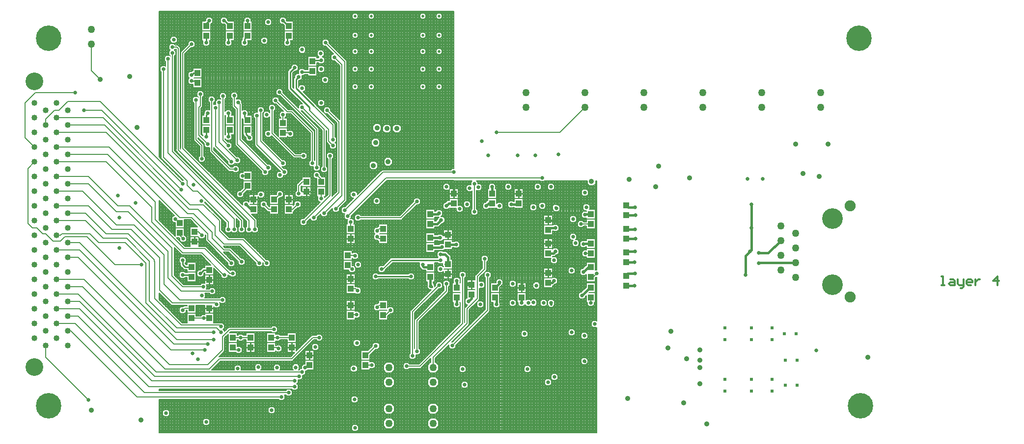
<source format=gbl>
%FSLAX24Y24*%
%MOIN*%
G70*
G01*
G75*
G04 Layer_Physical_Order=4*
%ADD10R,0.4200X0.1500*%
%ADD11R,0.1000X0.5500*%
%ADD12R,0.4200X0.4000*%
%ADD13R,0.0394X0.1181*%
%ADD14R,0.4000X0.1500*%
%ADD15R,0.2000X0.2000*%
%ADD16R,0.1000X0.2000*%
%ADD17R,0.0500X0.0250*%
%ADD18R,0.1600X0.5000*%
%ADD19R,0.0630X0.0709*%
%ADD20R,0.0709X0.0630*%
%ADD21R,0.0122X0.0709*%
%ADD22R,0.0709X0.0122*%
%ADD23O,0.0122X0.0709*%
%ADD24R,0.0728X0.0118*%
%ADD25R,0.0433X0.0394*%
%ADD26R,0.0394X0.0433*%
%ADD27R,0.0118X0.0728*%
%ADD28R,0.0709X0.0157*%
%ADD29R,0.0157X0.0709*%
%ADD30R,0.0827X0.1614*%
%ADD31O,0.0700X0.0300*%
%ADD32R,0.0700X0.0300*%
%ADD33R,0.0787X0.0551*%
%ADD34R,0.1024X0.0945*%
%ADD35R,0.1417X0.0315*%
%ADD36R,0.0315X0.1417*%
%ADD37C,0.0200*%
%ADD38C,0.0160*%
%ADD39C,0.0300*%
%ADD40C,0.0080*%
%ADD41C,0.0070*%
%ADD42C,0.0100*%
%ADD43C,0.0120*%
%ADD44C,0.0200*%
%ADD45R,0.0200X0.0200*%
%ADD46C,0.1200*%
%ADD47C,0.0400*%
%ADD48C,0.1732*%
%ADD49C,0.1732*%
%ADD50C,0.0500*%
%ADD51C,0.1400*%
%ADD52C,0.0750*%
%ADD53C,0.0250*%
%ADD54C,0.0350*%
D26*
X36400Y46535D02*
D03*
Y45865D02*
D03*
X40200Y35935D02*
D03*
Y35265D02*
D03*
X44000Y35935D02*
D03*
Y35265D02*
D03*
X39000Y36465D02*
D03*
Y37135D02*
D03*
X43000Y39335D02*
D03*
Y38665D02*
D03*
Y41135D02*
D03*
Y40465D02*
D03*
Y44535D02*
D03*
Y43865D02*
D03*
X37600Y36465D02*
D03*
Y37135D02*
D03*
X45200Y39335D02*
D03*
Y38665D02*
D03*
X42800Y42065D02*
D03*
Y42735D02*
D03*
X45200Y43865D02*
D03*
Y44535D02*
D03*
X41000Y47065D02*
D03*
Y47735D02*
D03*
X40000Y47065D02*
D03*
Y47735D02*
D03*
X37800Y46535D02*
D03*
Y45865D02*
D03*
X38800Y46535D02*
D03*
Y45865D02*
D03*
X36000Y47465D02*
D03*
Y48135D02*
D03*
X32400Y43665D02*
D03*
Y44335D02*
D03*
X31400Y44265D02*
D03*
Y44935D02*
D03*
X33400Y39135D02*
D03*
Y38465D02*
D03*
X35000Y36465D02*
D03*
Y37135D02*
D03*
X36200Y36465D02*
D03*
Y37135D02*
D03*
X33400Y41065D02*
D03*
Y41735D02*
D03*
X32200Y41265D02*
D03*
Y41935D02*
D03*
X32600Y54465D02*
D03*
Y55135D02*
D03*
X40400Y55265D02*
D03*
Y55935D02*
D03*
X33200Y51265D02*
D03*
Y51935D02*
D03*
X34800Y51265D02*
D03*
Y51935D02*
D03*
X36000Y51265D02*
D03*
Y51935D02*
D03*
X38400Y51065D02*
D03*
Y51735D02*
D03*
X38800Y57665D02*
D03*
Y58335D02*
D03*
X34800Y57665D02*
D03*
Y58335D02*
D03*
X33200Y57665D02*
D03*
Y58335D02*
D03*
X51200Y40065D02*
D03*
Y40735D02*
D03*
X54600Y39865D02*
D03*
Y40535D02*
D03*
X56400Y40865D02*
D03*
Y41535D02*
D03*
Y42865D02*
D03*
Y43535D02*
D03*
Y44465D02*
D03*
Y45135D02*
D03*
X54400Y46265D02*
D03*
Y46935D02*
D03*
X50000Y46265D02*
D03*
Y46935D02*
D03*
X49600Y42135D02*
D03*
Y41465D02*
D03*
Y43465D02*
D03*
Y44135D02*
D03*
X36000Y57665D02*
D03*
Y58335D02*
D03*
X50200Y39865D02*
D03*
Y40535D02*
D03*
X52800Y39865D02*
D03*
Y40535D02*
D03*
X52600Y46265D02*
D03*
Y46935D02*
D03*
X48400Y41265D02*
D03*
Y41935D02*
D03*
Y44865D02*
D03*
Y45535D02*
D03*
X61700Y46135D02*
D03*
Y45465D02*
D03*
Y44535D02*
D03*
Y43865D02*
D03*
Y42935D02*
D03*
Y42265D02*
D03*
Y41335D02*
D03*
Y40665D02*
D03*
X59300Y44865D02*
D03*
Y45535D02*
D03*
X48400Y43265D02*
D03*
Y43935D02*
D03*
X32200Y38465D02*
D03*
Y39135D02*
D03*
X59300Y41935D02*
D03*
Y41265D02*
D03*
Y43535D02*
D03*
Y42865D02*
D03*
Y40535D02*
D03*
Y39865D02*
D03*
D38*
X70700Y42250D02*
X73250D01*
X70700Y42200D02*
Y42250D01*
X71350Y42900D02*
X72200Y43750D01*
X70700Y42900D02*
X71350D01*
X56600Y39400D02*
Y39500D01*
X48400Y43935D02*
X49065D01*
X36235Y45865D02*
X36400D01*
X35900Y46200D02*
X36235Y45865D01*
X70200Y43100D02*
Y46200D01*
X69800Y42700D02*
X70200Y43100D01*
X69800Y41400D02*
Y42700D01*
X73250Y42250D02*
X73300Y42200D01*
X50891Y40791D02*
X50948Y40735D01*
X51200D01*
X49109Y41209D02*
X49365Y41465D01*
X49200Y44300D02*
X49365Y44135D01*
Y41465D02*
X49600D01*
X49365Y44135D02*
X49600D01*
X51876Y46124D02*
X51900Y46100D01*
X50000Y46935D02*
Y47400D01*
X54400Y46935D02*
Y47300D01*
X54500Y47400D01*
X54600Y40535D02*
Y40837D01*
X54632Y40869D01*
X56400Y41535D02*
X56765D01*
X56800Y41500D01*
X56400Y43535D02*
X56465Y43600D01*
X56800D01*
X56435Y45100D02*
X56800D01*
X48400Y40700D02*
Y41265D01*
Y40700D02*
X48500Y40600D01*
X49435Y42135D02*
X49600D01*
Y42600D01*
X49100Y42800D02*
X49400D01*
X50200Y39400D02*
Y39865D01*
X51000Y39600D02*
X51200Y39800D01*
Y40065D01*
X48400Y44865D02*
X48872D01*
X49154Y45146D01*
X49500Y46100D02*
X49665Y46265D01*
X49600Y43465D02*
X50165D01*
X49665Y46265D02*
X50000D01*
X52900Y39400D02*
Y39765D01*
X52800Y39865D02*
X52900Y39765D01*
X54600Y39500D02*
Y39865D01*
X56400Y40865D02*
X56665D01*
X56800Y41000D01*
Y42400D02*
X56809Y42391D01*
X56400Y42865D02*
X56765D01*
X56900Y43000D01*
X58860Y35540D02*
X58900Y35500D01*
X61700Y40665D02*
X62265D01*
X61700Y42265D02*
X62265D01*
X52200Y46100D02*
X52365Y46265D01*
X52600D01*
X53900Y46200D02*
X54335D01*
X56400Y44465D02*
X56535Y44600D01*
X54335Y46200D02*
X54400Y46265D01*
X51679Y47379D02*
X51700Y47400D01*
X56535Y44600D02*
X56900D01*
X61700Y43865D02*
X62335D01*
X61700Y45465D02*
X62335D01*
X56900Y46000D02*
X56966Y45934D01*
X50200Y40535D02*
Y41000D01*
X47900Y42000D02*
Y42100D01*
X47965Y41935D02*
X48400D01*
X49165Y43265D02*
X49200Y43300D01*
X52800Y40535D02*
X53100Y40835D01*
Y40900D01*
X48400Y45535D02*
X48935D01*
X49000Y45600D01*
X49500Y47400D02*
X49513Y47387D01*
X52600Y46935D02*
Y47400D01*
X47900Y42000D02*
X47965Y41935D01*
X49400Y42800D02*
X49600Y42600D01*
X48400Y43265D02*
X49165D01*
X58700Y40000D02*
X59235Y40535D01*
X59300D01*
X58800Y41600D02*
X59135Y41935D01*
X59300D01*
X58835Y43535D02*
X59300D01*
X58900Y45500D02*
X58935Y45535D01*
X59300D01*
X61700Y46135D02*
X61835Y46000D01*
X62300D01*
X61700Y44500D02*
X62300D01*
X61600Y44600D02*
X61700Y44500D01*
Y42935D02*
X61765Y43000D01*
X62300D01*
X61800Y41500D02*
X62300D01*
X61600Y41300D02*
X61800Y41500D01*
D40*
X39097Y49397D02*
G03*
X39200Y49355I103J103D01*
G01*
X34959Y52896D02*
G03*
X35002Y52793I145J0D01*
G01*
X35741Y50939D02*
G03*
X35787Y50843I159J17D01*
G01*
X59625Y47800D02*
X59700D01*
X59625Y47617D02*
Y47800D01*
X56153D02*
X59055D01*
X59625Y47760D02*
X59700D01*
X59625Y47680D02*
X59700D01*
X56720Y47632D02*
Y47800D01*
X59055Y47617D02*
Y47800D01*
X56640Y47635D02*
Y47800D01*
X56560Y47635D02*
Y47800D01*
X56480Y47632D02*
Y47800D01*
X58960Y47235D02*
Y47800D01*
X59040Y47213D02*
Y47800D01*
X58880Y47235D02*
Y47800D01*
X59483Y47475D02*
X59625Y47617D01*
X59055D02*
X59198Y47475D01*
X58800Y47235D02*
Y47800D01*
X58720Y47172D02*
Y47800D01*
X56800Y47552D02*
Y47800D01*
X56400Y47552D02*
Y47800D01*
X56118Y47765D02*
X56153Y47800D01*
X55848D02*
X55883Y47765D01*
X51592Y47760D02*
X59055D01*
X55883Y47765D02*
X56118D01*
X51635Y47680D02*
X59055D01*
X55760Y47635D02*
Y47800D01*
X51553D02*
X55848D01*
X55680Y47635D02*
Y47800D01*
X55600Y47635D02*
Y47800D01*
X55840Y47613D02*
Y47800D01*
X55520Y47572D02*
Y47800D01*
X54640Y47261D02*
Y47800D01*
X55920Y47533D02*
Y47765D01*
X54560Y47261D02*
Y47800D01*
X54480Y47261D02*
Y47800D01*
X54400Y47261D02*
Y47800D01*
X54320Y47261D02*
Y47800D01*
X54240Y47261D02*
Y47800D01*
X59608Y47600D02*
X59700D01*
X59528Y47520D02*
X59700D01*
X59198Y47475D02*
X59483D01*
X56835Y47440D02*
X59700D01*
X56835Y47360D02*
X59700D01*
X56483Y47635D02*
X56718D01*
X56835Y47517D01*
X56365D02*
X56483Y47635D01*
X56832Y47520D02*
X59152D01*
X56753Y47600D02*
X59072D01*
X56835Y47283D02*
Y47517D01*
X58783Y47235D02*
X59018D01*
X56832Y47280D02*
X59700D01*
X59053Y47200D02*
X59700D01*
X56753D02*
X58748D01*
X56718Y47165D02*
X56835Y47283D01*
X56365D02*
Y47517D01*
X56483Y47165D02*
X56718D01*
X56365Y47283D02*
X56483Y47165D01*
X55852Y47600D02*
X56448D01*
X55817Y47635D02*
X55935Y47517D01*
X55582Y47635D02*
X55817D01*
X55932Y47520D02*
X56368D01*
X55935Y47440D02*
X56365D01*
X55465Y47517D02*
X55582Y47635D01*
X53853Y47600D02*
X55547D01*
X53932Y47520D02*
X55468D01*
X53935Y47440D02*
X55465D01*
X55935Y47360D02*
X56365D01*
X55935Y47283D02*
Y47517D01*
X55932Y47280D02*
X56368D01*
X55852Y47200D02*
X56448D01*
X54707D02*
X55547D01*
X55465Y47283D02*
Y47517D01*
X53935Y47360D02*
X55465D01*
X54093Y47261D02*
X54707D01*
X53932Y47280D02*
X55468D01*
X53760Y47635D02*
Y47800D01*
X53840Y47613D02*
Y47800D01*
X53680Y47635D02*
Y47800D01*
X53600Y47635D02*
Y47800D01*
X52720Y47632D02*
Y47800D01*
X52640Y47635D02*
Y47800D01*
X52560Y47635D02*
Y47800D01*
X52480Y47632D02*
Y47800D01*
X51760Y47614D02*
Y47800D01*
X51600Y47752D02*
Y47800D01*
X53920Y47533D02*
Y47800D01*
X54160Y47261D02*
Y47800D01*
X53520Y47572D02*
Y47800D01*
X52880Y47261D02*
Y47800D01*
X52800Y47552D02*
Y47800D01*
X52400Y47552D02*
Y47800D01*
X52320Y47261D02*
Y47800D01*
X51840Y47570D02*
Y47800D01*
X51680Y47614D02*
Y47800D01*
X50000Y48635D02*
Y59340D01*
X51553Y47800D02*
X51635Y47717D01*
X50000Y47800D02*
X51248D01*
X51200Y47752D02*
Y47800D01*
X51165Y47717D02*
X51248Y47800D01*
X49920Y48635D02*
Y59340D01*
X49840Y48593D02*
Y59340D01*
X50000Y47800D02*
Y47850D01*
X49882Y48635D02*
X50000D01*
X51120Y47547D02*
Y47800D01*
X51040Y47547D02*
Y47800D01*
X50960Y47536D02*
Y47800D01*
X50880Y47456D02*
Y47800D01*
X50240Y47261D02*
Y47800D01*
X50160Y47261D02*
Y47800D01*
X49920Y47261D02*
Y47850D01*
X50080Y47261D02*
Y47800D01*
X50000Y47261D02*
Y47800D01*
X53583Y47635D02*
X53818D01*
X53935Y47517D01*
X53465D02*
X53583Y47635D01*
X52832Y47520D02*
X53467D01*
X52752Y47600D02*
X53548D01*
X52717Y47635D02*
X52835Y47517D01*
X52483Y47635D02*
X52717D01*
X52835Y47440D02*
X53465D01*
X52365Y47517D02*
X52483Y47635D01*
X53935Y47283D02*
Y47517D01*
X53465Y47283D02*
Y47517D01*
X52835Y47360D02*
X53465D01*
X53853Y47200D02*
X54093D01*
X52907D02*
X53548D01*
X52835Y47283D02*
Y47517D01*
X52832Y47280D02*
X53467D01*
X52814Y47261D02*
X52835Y47283D01*
X52814Y47261D02*
X52907D01*
X51810Y47600D02*
X52448D01*
X51796Y47614D02*
X51914Y47496D01*
X51635Y47614D02*
X51796D01*
X51914Y47440D02*
X52365D01*
X51890Y47520D02*
X52368D01*
X51635Y47614D02*
Y47717D01*
X51165Y47547D02*
Y47717D01*
X50971Y47547D02*
X51165D01*
X50853Y47429D02*
X50971Y47547D01*
X52365Y47283D02*
Y47517D01*
Y47283D02*
X52386Y47261D01*
X51914Y47360D02*
X52365D01*
X52293Y47261D02*
X52386D01*
X51914Y47280D02*
X52368D01*
X51914Y47261D02*
Y47496D01*
X50853Y47194D02*
Y47429D01*
X51852Y47200D02*
X52293D01*
X50307D02*
X50853D01*
X59600Y45861D02*
Y47592D01*
X59520Y45861D02*
Y47512D01*
X59440Y45861D02*
Y47475D01*
X59360Y45861D02*
Y47475D01*
X59280Y45861D02*
Y47475D01*
X57200Y46052D02*
Y47800D01*
X58160Y45435D02*
Y47800D01*
X57120Y46132D02*
Y47800D01*
X59200Y46153D02*
Y47475D01*
X59120Y47133D02*
Y47552D01*
X58640Y45100D02*
Y47800D01*
X58560Y45100D02*
Y47800D01*
X58480Y45063D02*
Y47800D01*
X58400Y44983D02*
Y47800D01*
X58320Y45332D02*
Y47800D01*
X58240Y45413D02*
Y47800D01*
X58080Y45435D02*
Y47800D01*
X58000Y45435D02*
Y47800D01*
X57920Y45373D02*
Y47800D01*
X56160Y46311D02*
Y47800D01*
X56240Y46231D02*
Y47800D01*
X56080Y46344D02*
Y47765D01*
X56000Y46344D02*
Y47765D01*
X55817Y47165D02*
X55935Y47283D01*
X55465D02*
X55582Y47165D01*
X55440Y46235D02*
Y47800D01*
X55920Y46344D02*
Y47267D01*
X54707Y46608D02*
Y47261D01*
X56960Y46190D02*
Y47800D01*
X57040Y46169D02*
Y47800D01*
X56880Y46190D02*
Y47800D01*
X56800Y46185D02*
Y47248D01*
X56400Y45461D02*
Y47248D01*
X56320Y45461D02*
Y47800D01*
X55360Y46235D02*
Y47800D01*
X55280Y46233D02*
Y47800D01*
X55200Y46153D02*
Y47800D01*
X59132Y47120D02*
X59700D01*
X59135Y47040D02*
X59700D01*
X59135Y46960D02*
X59700D01*
X59132Y46880D02*
X59700D01*
X59053Y46800D02*
X59700D01*
X59018Y47235D02*
X59135Y47118D01*
Y46883D02*
Y47118D01*
X58665D02*
X58783Y47235D01*
X59018Y46765D02*
X59135Y46883D01*
X58665D02*
Y47118D01*
X59120Y46233D02*
Y46867D01*
X59040Y46235D02*
Y46788D01*
X58783Y46765D02*
X59018D01*
X58960Y46235D02*
Y46765D01*
X58880Y46233D02*
Y46765D01*
X58665Y46883D02*
X58783Y46765D01*
X56720Y46105D02*
Y47168D01*
X58800Y46153D02*
Y46765D01*
X58720Y45672D02*
Y46828D01*
X54707Y47120D02*
X58667D01*
X54707Y47040D02*
X58665D01*
X54707Y46800D02*
X58748D01*
X54707Y46720D02*
X59700D01*
X54707Y46640D02*
X59700D01*
X55582Y47165D02*
X55817D01*
X54707Y46960D02*
X58665D01*
X54707Y46880D02*
X58667D01*
X56640Y45461D02*
Y47165D01*
X56560Y45461D02*
Y47165D01*
X55840Y46293D02*
Y47188D01*
X56480Y45461D02*
Y47168D01*
X55600Y46153D02*
Y47165D01*
X55520Y46233D02*
Y47228D01*
X54093Y46608D02*
X54707D01*
Y45939D02*
Y46592D01*
X54093D02*
X54707D01*
X54093Y46608D02*
Y47261D01*
X54000Y46435D02*
Y47800D01*
X53818Y47165D02*
X53935Y47283D01*
X52907Y47120D02*
X54093D01*
X53465Y47283D02*
X53583Y47165D01*
X53920Y46435D02*
Y47267D01*
X52907Y46608D02*
Y47261D01*
X53583Y47165D02*
X53818D01*
X52293Y46608D02*
Y47261D01*
X53840Y46435D02*
Y47188D01*
X54080Y46390D02*
Y47800D01*
X53280Y46273D02*
Y47800D01*
X53760Y46413D02*
Y47165D01*
X53680Y46333D02*
Y47165D01*
X53200Y46335D02*
Y47800D01*
X53120Y46335D02*
Y47800D01*
X53040Y46335D02*
Y47800D01*
X52960Y46312D02*
Y47800D01*
X51796Y47144D02*
X51914Y47261D01*
X52240Y46425D02*
Y47800D01*
X50853Y47194D02*
X50971Y47077D01*
X51561Y47144D02*
X51796D01*
X51550Y47120D02*
X52293D01*
X50800Y46444D02*
Y47800D01*
X50307Y46608D02*
Y47261D01*
X50880Y46444D02*
Y47168D01*
X52160Y46345D02*
Y47800D01*
X52080Y46333D02*
Y47800D01*
X52000Y46252D02*
Y47800D01*
X51550Y45903D02*
Y47155D01*
X50720Y46390D02*
Y47800D01*
X50560Y46093D02*
Y47800D01*
X50480Y46135D02*
Y47800D01*
X50400Y46135D02*
Y47800D01*
X50320Y46135D02*
Y47800D01*
X52907Y47040D02*
X54093D01*
X52907Y46960D02*
X54093D01*
X52907Y46880D02*
X54093D01*
X52907Y46800D02*
X54093D01*
X51550Y47040D02*
X52293D01*
X51550Y46960D02*
X52293D01*
X51550Y46880D02*
X52293D01*
X51550Y46800D02*
X52293D01*
X52907Y46720D02*
X54093D01*
X52907Y46640D02*
X54093D01*
Y46390D02*
Y46592D01*
X52293Y46608D02*
X52907D01*
X52293Y46592D02*
X52907D01*
X51600Y45852D02*
Y47144D01*
X52907Y46259D02*
Y46592D01*
X52293Y46455D02*
Y46592D01*
X51206Y47077D02*
X51250Y47121D01*
X50307Y47040D02*
X51250D01*
X50307Y46960D02*
X51250D01*
X51550Y46720D02*
X52293D01*
X50307Y46880D02*
X51250D01*
X50971Y47077D02*
X51206D01*
X50307Y47120D02*
X50928D01*
X50307Y46800D02*
X51250D01*
Y45903D02*
Y47121D01*
X51200Y45852D02*
Y47077D01*
X50307Y46720D02*
X51250D01*
X51550Y46640D02*
X52293D01*
X50307D02*
X51250D01*
X51120Y46333D02*
Y47077D01*
X50960Y46444D02*
Y47087D01*
X51040Y46413D02*
Y47077D01*
X49195Y59120D02*
X50000D01*
X49210Y59040D02*
X50000D01*
X49210Y58960D02*
X50000D01*
X49195Y58880D02*
X50000D01*
X49175Y57840D02*
X50000D01*
X49200Y59115D02*
Y59340D01*
X49210Y58895D02*
Y59105D01*
X49200Y57815D02*
Y58885D01*
X49210Y57760D02*
X50000D01*
X49210Y57680D02*
X50000D01*
X49210Y57600D02*
X50000D01*
X49195Y56720D02*
X50000D01*
X49135Y57520D02*
X50000D01*
X49210Y56640D02*
X50000D01*
X49210Y56560D02*
X50000D01*
X49210Y57595D02*
Y57805D01*
X49200Y56715D02*
Y57585D01*
X49210Y56495D02*
Y56705D01*
X49200Y55515D02*
Y56485D01*
X49115Y59200D02*
X50000D01*
X49105Y59210D02*
X49210Y59105D01*
X49105Y58790D02*
X49210Y58895D01*
X49115Y58800D02*
X50000D01*
X41493Y57360D02*
X50000D01*
X49120Y59195D02*
Y59340D01*
Y57895D02*
Y58805D01*
X49105Y57910D02*
X49210Y57805D01*
X49105Y57490D02*
X49210Y57595D01*
X41535Y57280D02*
X50000D01*
X41597Y57120D02*
X50000D01*
X41535Y57200D02*
X50000D01*
X41757Y56960D02*
X50000D01*
X41677Y57040D02*
X50000D01*
X49115Y56800D02*
X50000D01*
X41838Y56880D02*
X50000D01*
X49105Y56810D02*
X49210Y56705D01*
X49105Y56390D02*
X49210Y56495D01*
X49195Y56480D02*
X50000D01*
X49115Y56400D02*
X50000D01*
X49115Y55600D02*
X50000D01*
X49195Y55520D02*
X50000D01*
X49210Y55440D02*
X50000D01*
X49210Y55360D02*
X50000D01*
X49210Y55295D02*
Y55505D01*
X49105Y55610D02*
X49210Y55505D01*
X49195Y55280D02*
X50000D01*
X49105Y55190D02*
X49210Y55295D01*
X49115Y55200D02*
X50000D01*
X49195Y54320D02*
X50000D01*
X49115Y54400D02*
X50000D01*
X49210Y54240D02*
X50000D01*
X49210Y54160D02*
X50000D01*
X49200Y54315D02*
Y55285D01*
X49105Y54410D02*
X49210Y54305D01*
Y54095D02*
Y54305D01*
X49195Y54080D02*
X50000D01*
X42477Y56240D02*
X50000D01*
X42558Y56160D02*
X50000D01*
X42397Y56320D02*
X50000D01*
X42717Y56000D02*
X50000D01*
X42638Y56080D02*
X50000D01*
X42745Y55920D02*
X50000D01*
X42745Y55840D02*
X50000D01*
X42745Y55760D02*
X50000D01*
X42745Y55680D02*
X50000D01*
X42745Y55120D02*
X50000D01*
X42745Y55040D02*
X50000D01*
X42745Y54960D02*
X50000D01*
X42745Y54880D02*
X50000D01*
X42745Y54800D02*
X50000D01*
X42745Y54720D02*
X50000D01*
X42745Y54640D02*
X50000D01*
X42745Y54560D02*
X50000D01*
X42745Y54480D02*
X50000D01*
X49040Y59210D02*
Y59340D01*
X48895Y59210D02*
X49105D01*
X48895Y58790D02*
X49105D01*
X49040Y57910D02*
Y58790D01*
X48895Y57910D02*
X49105D01*
X48960Y59210D02*
Y59340D01*
X48880Y59195D02*
Y59340D01*
X48800Y59115D02*
Y59340D01*
X48960Y57910D02*
Y58790D01*
X48790Y59105D02*
X48895Y59210D01*
X49120Y56795D02*
Y57505D01*
X49040Y56810D02*
Y57490D01*
X48895D02*
X49105D01*
X48960Y56810D02*
Y57490D01*
X48895Y56810D02*
X49105D01*
X48880Y57895D02*
Y58805D01*
X48800Y57815D02*
Y58885D01*
X48880Y56795D02*
Y57505D01*
X48800Y56715D02*
Y57585D01*
X48095Y59120D02*
X48805D01*
X48790Y58895D02*
X48895Y58790D01*
X48015Y59200D02*
X48885D01*
X48075Y57840D02*
X48825D01*
X48015Y58800D02*
X48885D01*
X48790Y58895D02*
Y59105D01*
X48110Y59040D02*
X48790D01*
X48110Y58960D02*
X48790D01*
X48095Y58880D02*
X48805D01*
X48790Y57805D02*
X48895Y57910D01*
X48790Y57595D02*
X48895Y57490D01*
X48035Y57520D02*
X48865D01*
X48790Y56705D02*
X48895Y56810D01*
X48015Y56800D02*
X48885D01*
X48790Y57595D02*
Y57805D01*
X48110Y57760D02*
X48790D01*
X48110Y57680D02*
X48790D01*
X48110Y57600D02*
X48790D01*
X49120Y55595D02*
Y56405D01*
X49040Y55610D02*
Y56390D01*
X48895D02*
X49105D01*
X48960Y55610D02*
Y56390D01*
X48895Y55610D02*
X49105D01*
X48790Y56495D02*
Y56705D01*
Y56495D02*
X48895Y56390D01*
X48880Y55595D02*
Y56405D01*
X48800Y55515D02*
Y56485D01*
X49040Y54410D02*
Y55190D01*
X49120Y54395D02*
Y55205D01*
X48895Y55190D02*
X49105D01*
X48960Y54410D02*
Y55190D01*
X48895Y54410D02*
X49105D01*
X48790Y55505D02*
X48895Y55610D01*
X48790Y55295D02*
Y55505D01*
X48880Y54395D02*
Y55205D01*
X48800Y54315D02*
Y55285D01*
X48095Y56720D02*
X48805D01*
X48110Y56640D02*
X48790D01*
X48110Y56560D02*
X48790D01*
X48015Y56400D02*
X48885D01*
X48015Y55600D02*
X48885D01*
X48095Y56480D02*
X48805D01*
X48095Y55520D02*
X48805D01*
X48110Y55440D02*
X48790D01*
X48110Y55360D02*
X48790D01*
X48095Y55280D02*
X48805D01*
X48790Y55295D02*
X48895Y55190D01*
X48015Y55200D02*
X48885D01*
X48790Y54305D02*
X48895Y54410D01*
X48015Y54400D02*
X48885D01*
X48790Y54095D02*
Y54305D01*
X48095Y54320D02*
X48805D01*
X48110Y54240D02*
X48790D01*
X48110Y54160D02*
X48790D01*
X49115Y54000D02*
X50000D01*
X42745Y53920D02*
X50000D01*
X42745Y53840D02*
X50000D01*
X42745Y53760D02*
X50000D01*
X42745Y53680D02*
X50000D01*
X42745Y53600D02*
X50000D01*
X42745Y53520D02*
X50000D01*
X42745Y53440D02*
X50000D01*
X42745Y53360D02*
X50000D01*
X42745Y53280D02*
X50000D01*
X44948Y51680D02*
X50000D01*
X46328Y51600D02*
X50000D01*
X42745Y53200D02*
X50000D01*
X46407Y51520D02*
X50000D01*
X46424Y51440D02*
X50000D01*
X46424Y51360D02*
X50000D01*
X46424Y51280D02*
X50000D01*
X46405Y51200D02*
X50000D01*
X46325Y51120D02*
X50000D01*
X42745Y53120D02*
X50000D01*
X42745Y53040D02*
X50000D01*
X42745Y52960D02*
X50000D01*
X42745Y52880D02*
X50000D01*
X42745Y52800D02*
X50000D01*
X42745Y52720D02*
X50000D01*
X42745Y52640D02*
X50000D01*
X42745Y52560D02*
X50000D01*
X42745Y52480D02*
X50000D01*
X42745Y52400D02*
X50000D01*
X42745Y52320D02*
X50000D01*
X42745Y52240D02*
X50000D01*
X42745Y52160D02*
X50000D01*
X42745Y52080D02*
X50000D01*
X42745Y52000D02*
X50000D01*
X42745Y51920D02*
X50000D01*
X42745Y51840D02*
X50000D01*
X42745Y51760D02*
X50000D01*
X44967Y50560D02*
X50000D01*
X44985Y50480D02*
X50000D01*
X44985Y50400D02*
X50000D01*
X45708Y49360D02*
X50000D01*
X45385Y47760D02*
X51207D01*
X45825Y49200D02*
X50000D01*
X45825Y49120D02*
X50000D01*
X45788Y49280D02*
X50000D01*
X45825Y49040D02*
X50000D01*
X45825Y48960D02*
X50000D01*
X49653Y47600D02*
X51165D01*
X49732Y47520D02*
X50944D01*
X45305Y47680D02*
X51165D01*
X49748Y47440D02*
X50864D01*
X49748Y47360D02*
X50853D01*
X49748Y47280D02*
X50853D01*
X49740Y47261D02*
X50307D01*
X49693Y46608D02*
X50307D01*
X49693Y46592D02*
X50307D01*
X42745Y51040D02*
X50000D01*
X42745Y50960D02*
X50000D01*
X42745Y50880D02*
X50000D01*
X42745Y50800D02*
X50000D01*
X42745Y50720D02*
X50000D01*
X44985Y50320D02*
X50000D01*
X44887Y50640D02*
X50000D01*
X44967Y50240D02*
X50000D01*
X44887Y50160D02*
X50000D01*
X42745Y50080D02*
X50000D01*
X42745Y50000D02*
X50000D01*
X42745Y49920D02*
X50000D01*
X42745Y49840D02*
X50000D01*
X42745Y49760D02*
X50000D01*
X42745Y49680D02*
X50000D01*
X42745Y49600D02*
X50000D01*
X42745Y49520D02*
X50000D01*
X42745Y49440D02*
X50000D01*
X49760Y48550D02*
Y59340D01*
X49680Y48550D02*
Y59340D01*
X49600Y48550D02*
Y59340D01*
X49798Y48550D02*
X49882Y48635D01*
X49520Y48550D02*
Y59340D01*
X49440Y48550D02*
Y59340D01*
X49360Y48550D02*
Y59340D01*
X49280Y48550D02*
Y59340D01*
X49200Y48550D02*
Y54085D01*
X49105Y53990D02*
X49210Y54095D01*
X49840Y47261D02*
Y47850D01*
X49760Y47261D02*
Y47850D01*
X49680Y47572D02*
Y47850D01*
X49600Y47622D02*
Y47850D01*
X49520Y47622D02*
Y47850D01*
X49440Y47622D02*
Y47850D01*
X49360Y47586D02*
Y47850D01*
X49280Y47506D02*
Y47850D01*
X49200Y45753D02*
Y47850D01*
X45748Y48880D02*
X50000D01*
X49120Y48550D02*
Y54005D01*
X44836Y48800D02*
X50000D01*
X44836Y48720D02*
X50000D01*
X44770Y48640D02*
X50000D01*
X48790Y54095D02*
X48895Y53990D01*
X48095Y54080D02*
X48805D01*
X48895Y53990D02*
X49105D01*
X48015Y54000D02*
X48885D01*
X49040Y48550D02*
Y53990D01*
X45275Y48550D02*
X49798D01*
X42745Y48560D02*
X49808D01*
X45475Y47850D02*
X50000D01*
X45465Y47840D02*
X50000D01*
X48800Y48550D02*
Y54085D01*
X48720Y48550D02*
Y59340D01*
X48960Y48550D02*
Y53990D01*
X48880Y48550D02*
Y54005D01*
X49631Y47622D02*
X49748Y47504D01*
Y47269D02*
Y47504D01*
X49396Y47622D02*
X49631D01*
X49693Y47214D02*
X49740Y47261D01*
X49631Y47152D02*
X49693Y47214D01*
X49278Y47504D02*
X49396Y47622D01*
X49278Y47269D02*
Y47504D01*
X49396Y47152D02*
X49631D01*
X49278Y47269D02*
X49396Y47152D01*
X49693Y46608D02*
Y47214D01*
X49680Y46455D02*
Y47201D01*
X49600Y46455D02*
Y47152D01*
X49520Y46405D02*
Y47152D01*
X49280Y46233D02*
Y47267D01*
X49120Y45833D02*
Y47850D01*
X49440Y46335D02*
Y47152D01*
X49360Y46312D02*
Y47188D01*
X45225Y47600D02*
X49374D01*
X44825Y47200D02*
X49348D01*
X44745Y47120D02*
X49693D01*
X44665Y47040D02*
X49693D01*
X44585Y46960D02*
X49693D01*
X45145Y47520D02*
X49294D01*
X45065Y47440D02*
X49278D01*
X44985Y47360D02*
X49278D01*
X44905Y47280D02*
X49278D01*
X44505Y46880D02*
X49693D01*
X49040Y45835D02*
Y47850D01*
X44425Y46800D02*
X49693D01*
X44913Y46640D02*
X49693D01*
X44345Y46720D02*
X49693D01*
X48960Y45835D02*
Y47850D01*
X48880Y45833D02*
Y47850D01*
X48800Y45753D02*
Y47850D01*
X48720Y45725D02*
Y47850D01*
X59235Y46080D02*
X59700D01*
X59235Y46000D02*
X59700D01*
X59193Y46160D02*
X59700D01*
X59607Y45840D02*
X59700D01*
X59235Y45920D02*
X59700D01*
X59117Y46235D02*
X59235Y46118D01*
Y45883D02*
Y46118D01*
X58882Y46235D02*
X59117D01*
X59214Y45861D02*
X59235Y45883D01*
X59214Y45861D02*
X59607D01*
Y45760D02*
X59700D01*
X59607Y45680D02*
X59700D01*
X59607Y45600D02*
X59700D01*
X59607Y45520D02*
X59700D01*
X59607Y45440D02*
X59700D01*
X59607Y45208D02*
Y45861D01*
X58800Y45735D02*
Y45848D01*
X58882Y45765D02*
X58993D01*
X58880Y45735D02*
Y45767D01*
X54707Y46560D02*
X59700D01*
X54707Y46480D02*
X59700D01*
X54707Y46400D02*
X59700D01*
X56231Y46240D02*
X59700D01*
X56151Y46320D02*
X59700D01*
X58765Y46118D02*
X58882Y46235D01*
X57092Y46160D02*
X58808D01*
X57201Y46000D02*
X58765D01*
X57172Y46080D02*
X58765D01*
Y45883D02*
X58882Y45765D01*
X58783Y45735D02*
X58993D01*
X57201Y45840D02*
X58808D01*
X58665Y45617D02*
X58783Y45735D01*
X58665Y45382D02*
X58783Y45265D01*
X58765Y45883D02*
Y46118D01*
X57201Y45920D02*
X58765D01*
X58665Y45382D02*
Y45617D01*
X56707Y45440D02*
X58665D01*
X59607Y45360D02*
X59700D01*
X59607Y45280D02*
X59700D01*
X58993Y45208D02*
X59607D01*
Y45120D02*
X59700D01*
X59607Y45040D02*
X59700D01*
X58993Y45208D02*
Y45265D01*
X58960Y45010D02*
Y45265D01*
X58800Y45052D02*
Y45265D01*
X58993Y45192D02*
X59607D01*
X58993Y45010D02*
Y45192D01*
X59607Y44960D02*
X59700D01*
X59607Y44880D02*
X59700D01*
X59607Y44800D02*
X59700D01*
X59607Y44720D02*
X59700D01*
X59607Y44640D02*
X59700D01*
X58880Y45010D02*
Y45265D01*
X58842Y45010D02*
X58993D01*
X58842Y44720D02*
X58993D01*
X58842Y44720D02*
X58993D01*
X58783Y45265D02*
X58993D01*
X58335Y45280D02*
X58767D01*
X58335Y45200D02*
X59700D01*
X58812Y45040D02*
X58993D01*
X58335Y45120D02*
X58993D01*
X58720Y45100D02*
Y45328D01*
X58292Y45360D02*
X58688D01*
X58517Y45100D02*
X58752D01*
X58292Y45040D02*
X58457D01*
X58752Y45100D02*
X58842Y45010D01*
X58752Y44630D02*
X58842Y44720D01*
X58400Y44983D02*
X58517Y45100D01*
X58762Y44640D02*
X58993D01*
X58517Y44630D02*
X58752D01*
X58400Y44748D02*
X58517Y44630D01*
X56707Y44960D02*
X58400D01*
X57133Y44720D02*
X58428D01*
X57135Y44640D02*
X58507D01*
X57016Y46169D02*
X57084D01*
X57201Y46051D01*
X56805Y46190D02*
X56995D01*
X56710Y46095D02*
X56805Y46190D01*
X56244Y46160D02*
X56775D01*
X56244Y46080D02*
X56710D01*
X56244Y45992D02*
Y46227D01*
X56127Y46344D02*
X56244Y46227D01*
Y46000D02*
X56710D01*
X56172Y45920D02*
X56710D01*
X57201Y45816D02*
Y46051D01*
X57084Y45699D02*
X57201Y45816D01*
X56731D02*
Y45884D01*
X56800Y44835D02*
Y45747D01*
X56731Y45816D02*
X56849Y45699D01*
X56710Y45905D02*
Y46095D01*
X56127Y45874D02*
X56244Y45992D01*
X56240Y45461D02*
Y45988D01*
X56160Y45461D02*
Y45908D01*
X55892Y46344D02*
X56127D01*
X55774Y46227D02*
X55892Y46344D01*
X54707Y46320D02*
X55868D01*
X55635Y46080D02*
X55774D01*
X55592Y46160D02*
X55774D01*
X55518Y46235D02*
X55635Y46118D01*
X55283Y46235D02*
X55518D01*
X55774Y45992D02*
Y46227D01*
X55165Y46118D02*
X55283Y46235D01*
X55635Y46000D02*
X55774D01*
Y45992D02*
X55892Y45874D01*
X55635Y45920D02*
X55846D01*
X55892Y45874D02*
X56127D01*
X55592Y45840D02*
X56731D01*
X55635Y45883D02*
Y46118D01*
X55165Y45883D02*
Y46118D01*
X55518Y45765D02*
X55635Y45883D01*
X55165D02*
X55283Y45765D01*
X58218Y45435D02*
X58335Y45318D01*
Y45083D02*
Y45318D01*
X57983Y45435D02*
X58218D01*
Y44965D02*
X58335Y45083D01*
X57983Y44965D02*
X58218D01*
X57865Y45318D02*
X57983Y45435D01*
X56849Y45699D02*
X57084D01*
X57865Y45083D02*
Y45318D01*
Y45083D02*
X57983Y44965D01*
X58400Y44748D02*
Y44983D01*
X57120Y44732D02*
Y45735D01*
X57017Y44835D02*
X57135Y44717D01*
X57052Y44800D02*
X58400D01*
X56782Y44835D02*
X57017D01*
X57040Y44812D02*
Y45699D01*
X56960Y44835D02*
Y45699D01*
X56880Y44835D02*
Y45699D01*
X56737Y44790D02*
X56782Y44835D01*
X56707Y45360D02*
X57908D01*
X56707Y45280D02*
X57865D01*
X56093Y45461D02*
X56707D01*
Y45200D02*
X57865D01*
X56707Y45120D02*
X57865D01*
X55283Y45765D02*
X55518D01*
X56707Y45040D02*
X57908D01*
X56707Y44808D02*
Y45461D01*
Y44880D02*
X58400D01*
X56707Y44790D02*
X56737D01*
X56093Y44808D02*
X56707D01*
X56093D02*
Y45461D01*
X56630Y44790D02*
X56707D01*
X56093Y44792D02*
X56707D01*
X59607Y44560D02*
X59700D01*
X59607Y44539D02*
Y45192D01*
X58993Y44539D02*
X59607D01*
X59600Y43861D02*
Y44539D01*
X59520Y43861D02*
Y44539D01*
X59440Y43861D02*
Y44539D01*
X59360Y43861D02*
Y44539D01*
X58993D02*
Y44720D01*
X59280Y43861D02*
Y44539D01*
X59200Y43861D02*
Y44539D01*
X59607Y43840D02*
X59700D01*
X59607Y43208D02*
Y43861D01*
X58993D02*
X59607D01*
Y43760D02*
X59700D01*
X59607Y43680D02*
X59700D01*
X59120Y43861D02*
Y44539D01*
X58960Y43725D02*
Y44720D01*
X59040Y43861D02*
Y44539D01*
X58993Y43725D02*
Y43861D01*
X57133Y44480D02*
X59700D01*
X57052Y44400D02*
X59700D01*
X56707Y44320D02*
X59700D01*
X58292Y44160D02*
X59700D01*
X56707Y44240D02*
X59700D01*
X58335Y44080D02*
X59700D01*
X57135Y44560D02*
X58993D01*
X58335Y44000D02*
X59700D01*
X58335Y43920D02*
X59700D01*
X58436Y43760D02*
X58993D01*
X58880Y43735D02*
Y44720D01*
X58292Y43840D02*
X58993D01*
X58928Y43725D02*
X58993D01*
X58682Y43735D02*
X58917D01*
X58800D02*
Y44678D01*
X58720Y43735D02*
Y44630D01*
X58640Y43692D02*
Y44630D01*
X58565Y43618D02*
X58682Y43735D01*
X59607Y43600D02*
X59700D01*
X59607Y43520D02*
X59700D01*
X59607Y43440D02*
X59700D01*
X59607Y43360D02*
X59700D01*
X59607Y43280D02*
X59700D01*
X58932D02*
X58993D01*
Y43208D02*
Y43341D01*
X58917Y43265D02*
X58993Y43341D01*
Y43208D02*
X59607D01*
X58993Y43192D02*
X59607D01*
Y43120D02*
X59700D01*
X59607Y43040D02*
X59700D01*
X59607Y42960D02*
X59700D01*
X59607Y42880D02*
X59700D01*
X59607Y42800D02*
X59700D01*
X58960Y43100D02*
Y43307D01*
X58880Y43100D02*
Y43265D01*
X58993Y43100D02*
Y43192D01*
X58800Y43083D02*
Y43265D01*
X58507Y43680D02*
X58628D01*
X58565Y43383D02*
X58682Y43265D01*
X56707Y43280D02*
X58667D01*
X58682Y43265D02*
X58917D01*
X57052Y43200D02*
X59700D01*
X58507Y43600D02*
X58565D01*
X58507Y43520D02*
X58565D01*
X58492Y43440D02*
X58565D01*
X58412Y43360D02*
X58587D01*
X58817Y43100D02*
X58993D01*
X58720Y43003D02*
Y43265D01*
X57133Y43120D02*
X58993D01*
X58700Y42983D02*
X58817Y43100D01*
X57135Y43040D02*
X58757D01*
X58700Y42748D02*
Y42983D01*
X57135Y42960D02*
X58700D01*
X57133Y42880D02*
X58700D01*
X57052Y42800D02*
X58700D01*
X58240Y44212D02*
Y44988D01*
X58320Y44132D02*
Y45068D01*
X58160Y44235D02*
Y44965D01*
X58218Y44235D02*
X58335Y44117D01*
X57983Y44235D02*
X58218D01*
X58080D02*
Y44965D01*
X58000Y44235D02*
Y44965D01*
X57920Y44173D02*
Y45027D01*
X57135Y44482D02*
Y44717D01*
X57017Y44365D02*
X57135Y44482D01*
X58400Y43796D02*
Y44748D01*
X58480Y43716D02*
Y44668D01*
X57865Y44117D02*
X57983Y44235D01*
X58335Y43882D02*
Y44117D01*
X58259Y43807D02*
X58335Y43882D01*
X57120Y43133D02*
Y44468D01*
X57040Y43212D02*
Y44387D01*
X57865Y43882D02*
Y44117D01*
X56960Y43235D02*
Y44365D01*
X56707Y44400D02*
X56747D01*
X56737Y44410D02*
X56782Y44365D01*
X56707Y44410D02*
X56737D01*
X56782Y44365D02*
X57017D01*
X56707Y44160D02*
X57908D01*
X56707Y44139D02*
Y44410D01*
X56093Y44139D02*
Y44792D01*
X56640Y43861D02*
Y44139D01*
X56093D02*
X56707D01*
X56880Y43235D02*
Y44365D01*
X56800Y43235D02*
Y44365D01*
X56720Y43172D02*
Y44410D01*
X56560Y43861D02*
Y44139D01*
X56480Y43861D02*
Y44139D01*
X56400Y43861D02*
Y44139D01*
X56320Y43861D02*
Y44139D01*
X56240Y43861D02*
Y44139D01*
X56160Y43861D02*
Y44139D01*
X58320Y43807D02*
Y43868D01*
X58389Y43807D02*
X58507Y43689D01*
X58259Y43807D02*
X58389D01*
X58507Y43454D02*
Y43689D01*
X57983Y43765D02*
X58113D01*
X58037Y43689D02*
X58113Y43765D01*
X57865Y43882D02*
X57983Y43765D01*
X58080Y43733D02*
Y43765D01*
X58037Y43454D02*
Y43689D01*
X58565Y43383D02*
Y43618D01*
X58389Y43337D02*
X58507Y43454D01*
X58037D02*
X58154Y43337D01*
X58389D01*
X57017Y43235D02*
X57135Y43117D01*
Y42882D02*
Y43117D01*
X56782Y43235D02*
X57017D01*
Y42765D02*
X57135Y42882D01*
X56950Y42765D02*
X57017D01*
X56707Y43840D02*
X57908D01*
X56707Y43760D02*
X58108D01*
X56707Y43680D02*
X58037D01*
X56707Y43600D02*
X58037D01*
X56707Y43520D02*
X58037D01*
X56093Y43861D02*
X56707D01*
Y43440D02*
X58051D01*
X56707Y43208D02*
Y43861D01*
Y43360D02*
X58131D01*
X56707Y43159D02*
X56782Y43235D01*
X56093Y43208D02*
X56707D01*
X56093D02*
Y43861D01*
X56707Y43159D02*
Y43192D01*
X56093D02*
X56707D01*
X52907Y46560D02*
X54093D01*
X54018Y46435D02*
X54062Y46390D01*
X52907Y46480D02*
X54093D01*
X54053Y46400D02*
X54093D01*
X54062Y46390D02*
X54093D01*
X53783Y46435D02*
X54018D01*
X53665Y46318D02*
X53783Y46435D01*
X52907Y46400D02*
X53748D01*
X53232Y46320D02*
X53667D01*
X52983Y46335D02*
X53218D01*
X54707Y46240D02*
X55788D01*
X53665Y46083D02*
Y46318D01*
X53313Y46240D02*
X53665D01*
X54707Y46160D02*
X55208D01*
X53335D02*
X53665D01*
X53218Y46335D02*
X53335Y46217D01*
X52907Y46259D02*
X52983Y46335D01*
X53335Y45982D02*
Y46217D01*
X52907Y46320D02*
X52968D01*
X51550Y46560D02*
X52293D01*
X52175Y46360D02*
X52270Y46455D01*
X51550Y46480D02*
X52293D01*
X52175Y46360D02*
X52270Y46455D01*
X51550Y46400D02*
X52215D01*
X50307Y46560D02*
X51250D01*
X50307Y46480D02*
X51250D01*
X52150Y46335D02*
X52175Y46360D01*
X51053Y46400D02*
X51250D01*
X52083Y46335D02*
X52150D01*
X51965Y46217D02*
X52083Y46335D01*
X51550Y46320D02*
X52067D01*
X51550Y46240D02*
X51988D01*
X51550Y46160D02*
X51965D01*
X51126Y46320D02*
X51250D01*
X51126Y46240D02*
X51250D01*
X51965Y45982D02*
Y46217D01*
X51126Y46160D02*
X51250D01*
X54707Y46080D02*
X55165D01*
X54707Y46000D02*
X55165D01*
X54053D02*
X54093D01*
Y45939D02*
Y46010D01*
X54062D02*
X54093D01*
X54018Y45965D02*
X54062Y46010D01*
X53665Y46083D02*
X53783Y45965D01*
X53335Y46080D02*
X53667D01*
X53783Y45965D02*
X54018D01*
X53335Y46000D02*
X53748D01*
X54093Y45939D02*
X54707D01*
X53218Y45865D02*
X53335Y45982D01*
X52907Y45941D02*
X52983Y45865D01*
X53273Y45920D02*
X55165D01*
X52983Y45865D02*
X53218D01*
X52391Y45939D02*
X52907D01*
X52318Y45865D02*
X52391Y45939D01*
X52372Y45920D02*
X52927D01*
X52083Y45865D02*
X52318D01*
X51965Y45982D02*
X52083Y45865D01*
X51613Y45840D02*
X55208D01*
X51550Y45920D02*
X52028D01*
X51635Y45760D02*
X56788D01*
X51635Y45680D02*
X58727D01*
X51550Y46080D02*
X51965D01*
X51115D02*
X51250D01*
X51550Y46000D02*
X51965D01*
X51550Y45903D02*
X51635Y45817D01*
Y45600D02*
X58665D01*
X51572Y45520D02*
X58665D01*
X49193Y45440D02*
X56093D01*
X49373Y45280D02*
X56093D01*
X49292Y45360D02*
X56093D01*
X51635Y45582D02*
Y45817D01*
X51518Y45465D02*
X51635Y45582D01*
X51283Y45465D02*
X51518D01*
X51165Y45582D02*
X51283Y45465D01*
X50774Y46444D02*
X51009D01*
X51126Y46326D01*
X50656D02*
X50774Y46444D01*
X51126Y46091D02*
Y46326D01*
X50307Y46400D02*
X50730D01*
X50307Y46320D02*
X50656D01*
X50307Y46135D02*
Y46592D01*
Y46240D02*
X50656D01*
X50307Y46160D02*
X50656D01*
X50307Y46135D02*
X50518D01*
X51035Y46000D02*
X51250D01*
X51009Y45974D02*
X51126Y46091D01*
X50656D02*
X50774Y45974D01*
X51009D01*
X50635Y46000D02*
X50748D01*
X50656Y46091D02*
Y46326D01*
X50518Y46135D02*
X50635Y46017D01*
Y45782D02*
Y46017D01*
X50573Y46080D02*
X50668D01*
X47735Y46480D02*
X49693D01*
Y46455D02*
Y46592D01*
X47692Y46560D02*
X49693D01*
X49570Y46455D02*
X49693D01*
X49570D02*
X49693D01*
X49475Y46360D02*
X49570Y46455D01*
X49475Y46360D02*
X49570Y46455D01*
X49450Y46335D02*
X49475Y46360D01*
X47735Y46400D02*
X49515D01*
X49383Y46335D02*
X49450D01*
X49265Y46217D02*
X49383Y46335D01*
X47735Y46320D02*
X49367D01*
X49265Y45982D02*
X49383Y45865D01*
X47692Y46240D02*
X49288D01*
X49265Y45982D02*
Y46217D01*
X47485Y46160D02*
X49265D01*
X47405Y46080D02*
X49265D01*
X47325Y46000D02*
X49265D01*
X50635Y45920D02*
X51250D01*
X51165Y45817D02*
X51250Y45903D01*
X49693Y45939D02*
X50165D01*
X50635Y45840D02*
X51188D01*
X50613Y45760D02*
X51165D01*
X50165Y45782D02*
Y45939D01*
X49618Y45865D02*
X49693Y45941D01*
X49672Y45920D02*
X50165D01*
X49383Y45865D02*
X49618D01*
X50518Y45665D02*
X50635Y45782D01*
X51165Y45582D02*
Y45817D01*
X50165Y45782D02*
X50283Y45665D01*
X50532Y45680D02*
X51165D01*
X50283Y45665D02*
X50518D01*
X49360Y45293D02*
Y45887D01*
X49280Y45373D02*
Y45967D01*
X49271Y45381D02*
X49389Y45264D01*
X49235Y45483D02*
Y45718D01*
X48707Y45840D02*
X50165D01*
X49117Y45835D02*
X49235Y45718D01*
X47245Y45920D02*
X49328D01*
X49235Y45680D02*
X50268D01*
X49193Y45760D02*
X50188D01*
X48882Y45835D02*
X49117D01*
X48772Y45725D02*
X48882Y45835D01*
X48707Y45760D02*
X48808D01*
X48707Y45725D02*
X48772D01*
X49235Y45600D02*
X51165D01*
X49235Y45520D02*
X51227D01*
X49134Y45381D02*
X49235Y45483D01*
X49200Y45381D02*
Y45448D01*
X49134Y45381D02*
X49271D01*
X48840Y45345D02*
X48999D01*
X48840D02*
X48999D01*
X48960Y45305D02*
Y45345D01*
X48707D02*
X48840D01*
X49907Y44400D02*
X56093D01*
X49907Y44320D02*
X56093D01*
X49907Y44080D02*
X57865D01*
X49907Y44000D02*
X57865D01*
X49907Y43920D02*
X57865D01*
X49840Y44461D02*
Y45939D01*
X49760Y44461D02*
Y45939D01*
X49680Y44461D02*
Y45928D01*
X49907Y44240D02*
X56093D01*
X49907Y44160D02*
X56093D01*
X50240Y43700D02*
Y45708D01*
X50400Y43583D02*
Y45665D01*
X50160Y43700D02*
Y45939D01*
X50320Y43663D02*
Y45665D01*
X49907Y43840D02*
X56093D01*
X50080Y43700D02*
Y45939D01*
X50000Y43655D02*
Y45939D01*
X49920Y43655D02*
Y45939D01*
X49907Y43808D02*
Y44461D01*
X49389Y45200D02*
X56093D01*
X49389Y45120D02*
X56093D01*
X49389Y45040D02*
X56093D01*
X49320Y44960D02*
X56093D01*
X49092Y44800D02*
X56747D01*
X49172Y44880D02*
X56093D01*
X49012Y44720D02*
X56093D01*
X48707Y44640D02*
X56093D01*
X48707Y44560D02*
X56093D01*
X49293Y44461D02*
X49907D01*
X45507Y44480D02*
X56093D01*
X49600Y44461D02*
Y45865D01*
X49520Y44461D02*
Y45865D01*
X49440Y44461D02*
Y45865D01*
X50303Y43680D02*
X56093D01*
X50283Y43700D02*
X50400Y43583D01*
X49907Y43760D02*
X56093D01*
X50383Y43600D02*
X56093D01*
X50048Y43700D02*
X50283D01*
X50003Y43655D02*
X50048Y43700D01*
X49907Y43655D02*
Y43792D01*
Y43680D02*
X50027D01*
X49907Y43655D02*
X50003D01*
X50400Y43520D02*
X56093D01*
X50400Y43348D02*
Y43583D01*
Y43440D02*
X56093D01*
X50400Y43360D02*
X56093D01*
X50332Y43280D02*
X56093D01*
X50283Y43230D02*
X50400Y43348D01*
X50003Y43275D02*
X50048Y43230D01*
X50283D01*
X49907Y43275D02*
X50003D01*
X49293Y43808D02*
X49907D01*
Y43200D02*
X56747D01*
X49293Y43792D02*
X49907D01*
X49373Y43120D02*
X56093D01*
X48707Y43040D02*
X56093D01*
X49907Y43139D02*
Y43275D01*
X49391Y43139D02*
X49907D01*
X49305Y42990D02*
X49495D01*
X49305D02*
X49495D01*
X49680Y42805D02*
Y43139D01*
X49590Y42895D02*
X49695Y42790D01*
X49525Y42960D02*
X56093D01*
X49685Y42800D02*
X56093D01*
X49605Y42880D02*
X56093D01*
X49600Y42885D02*
Y43139D01*
X49520Y42965D02*
Y43139D01*
X49495Y42990D02*
X49590Y42895D01*
X49495Y42990D02*
X49590Y42895D01*
X49389Y45029D02*
Y45264D01*
X49360Y44461D02*
Y45000D01*
X49271Y44911D02*
X49389Y45029D01*
X49204Y44911D02*
X49271D01*
X49062Y44770D02*
X49204Y44911D01*
X48919Y45264D02*
X48999Y45345D01*
X49200Y44152D02*
Y44908D01*
X48919Y45196D02*
Y45264D01*
X48967Y44675D02*
X49062Y44770D01*
X48967Y44675D02*
X49062Y44770D01*
X49293Y44059D02*
Y44461D01*
X49280Y44072D02*
Y44920D01*
X49183Y44170D02*
X49293Y44059D01*
X49193Y44160D02*
X49293D01*
X48948Y44170D02*
X49183D01*
X49120D02*
Y44828D01*
X49040Y44170D02*
Y44748D01*
X48960Y44170D02*
Y44675D01*
X48903Y44125D02*
X48948Y44170D01*
X48707Y45280D02*
X48935D01*
X48880Y45158D02*
Y45345D01*
X46525Y45200D02*
X48919D01*
X48777Y45055D02*
X48919Y45196D01*
X48777Y44675D02*
X48967D01*
X48800Y45078D02*
Y45345D01*
X48720Y45055D02*
Y45345D01*
X48707Y45120D02*
X48842D01*
X48707Y45055D02*
X48777D01*
Y44675D02*
X48967D01*
X45507Y44400D02*
X49293D01*
X45507Y44320D02*
X49293D01*
X48707Y44240D02*
X49293D01*
X48707Y44160D02*
X48938D01*
X48880Y44125D02*
Y44675D01*
X48800Y44125D02*
Y44675D01*
X48707D02*
X48777D01*
X48720Y44125D02*
Y44675D01*
X49293Y43535D02*
Y43792D01*
X49280Y43535D02*
Y43797D01*
X49183Y43700D02*
X49293Y43810D01*
X49243Y43760D02*
X49293D01*
X49082Y43535D02*
X49293D01*
X49200D02*
Y43717D01*
X49120Y43535D02*
Y43700D01*
X49040Y43492D02*
Y43700D01*
X49003Y43455D02*
X49082Y43535D01*
X49440Y42990D02*
Y43139D01*
X49360Y42990D02*
Y43108D01*
X49317Y43065D02*
X49391Y43139D01*
X49280Y42990D02*
Y43065D01*
X49082D02*
X49317D01*
X49218Y43035D02*
X49262Y42990D01*
X49040Y43035D02*
Y43075D01*
X49262Y42990D02*
X49305D01*
X48983Y43035D02*
X49218D01*
X48948Y43700D02*
X49183D01*
X48960Y43455D02*
Y43700D01*
X48707Y43680D02*
X49293D01*
X48707Y43520D02*
X49068D01*
X45507Y43600D02*
X49293D01*
X48903Y43745D02*
X48948Y43700D01*
X48707Y44125D02*
X48903D01*
X48880Y43455D02*
Y43745D01*
X48707D02*
X48903D01*
X48707Y43455D02*
X49003D01*
X48960Y43012D02*
Y43075D01*
X48707D02*
X49070D01*
X48865Y42917D02*
X48983Y43035D01*
X48707Y42960D02*
X48907D01*
X48880Y42933D02*
Y43075D01*
X48800Y43455D02*
Y43745D01*
X43535Y42800D02*
X48865D01*
X43472Y42880D02*
X48865D01*
X48000Y59210D02*
Y59340D01*
X48080Y59135D02*
Y59340D01*
X48005Y59210D02*
X48110Y59105D01*
Y58895D02*
Y59105D01*
X48005Y58790D02*
X48110Y58895D01*
X47920Y59210D02*
Y59340D01*
X47840Y59210D02*
Y59340D01*
X47760Y59175D02*
Y59340D01*
X47795Y59210D02*
X48005D01*
X47795Y58790D02*
X48005D01*
X48080Y57835D02*
Y58865D01*
X48110Y57595D02*
Y57805D01*
X48005Y57910D02*
X48110Y57805D01*
X48080Y56735D02*
Y57565D01*
X48005Y57490D02*
X48110Y57595D01*
X48000Y57910D02*
Y58790D01*
X47920Y57910D02*
Y58790D01*
X47840Y57910D02*
Y58790D01*
X47795Y57910D02*
X48005D01*
X47690Y59105D02*
X47795Y59210D01*
X44595Y59120D02*
X47705D01*
X44515Y59200D02*
X47785D01*
X47690Y58895D02*
X47795Y58790D01*
X44515Y58800D02*
X47785D01*
X47690Y58895D02*
Y59105D01*
X44610Y59040D02*
X47690D01*
X44610Y58960D02*
X47690D01*
X44595Y58880D02*
X47705D01*
X47760Y57875D02*
Y58825D01*
X47690Y57805D02*
X47795Y57910D01*
X44575Y57840D02*
X47725D01*
X47690Y57595D02*
X47795Y57490D01*
X44535Y57520D02*
X47765D01*
X47690Y57595D02*
Y57805D01*
X44610Y57760D02*
X47690D01*
X44610Y57680D02*
X47690D01*
X44610Y57600D02*
X47690D01*
X48000Y56810D02*
Y57490D01*
X48005Y56810D02*
X48110Y56705D01*
X47795Y57490D02*
X48005D01*
X48110Y56495D02*
Y56705D01*
X48005Y56390D02*
X48110Y56495D01*
X47920Y56810D02*
Y57490D01*
X47840Y56810D02*
Y57490D01*
X47795Y56810D02*
X48005D01*
X48000Y55610D02*
Y56390D01*
X47795D02*
X48005D01*
X48080Y55535D02*
Y56465D01*
X48005Y55610D02*
X48110Y55505D01*
X47795Y55610D02*
X48005D01*
X48110Y55295D02*
Y55505D01*
X48005Y55190D02*
X48110Y55295D01*
X47920Y55610D02*
Y56390D01*
X47840Y55610D02*
Y56390D01*
X48000Y54410D02*
Y55190D01*
X47795D02*
X48005D01*
X47760Y56775D02*
Y57525D01*
X47690Y56705D02*
X47795Y56810D01*
X44515Y56800D02*
X47785D01*
X47690Y56495D02*
X47795Y56390D01*
X44595Y56720D02*
X47705D01*
X47690Y56495D02*
Y56705D01*
X44610Y56640D02*
X47690D01*
X44610Y56560D02*
X47690D01*
X44595Y56480D02*
X47705D01*
X44515Y56400D02*
X47785D01*
X47690Y55505D02*
X47795Y55610D01*
X44515Y55600D02*
X47785D01*
X47690Y55295D02*
X47795Y55190D01*
X44515Y55200D02*
X47785D01*
X47760Y55575D02*
Y56425D01*
X44595Y55520D02*
X47705D01*
X44610Y55440D02*
X47690D01*
X44595Y55280D02*
X47705D01*
X44560Y59155D02*
Y59340D01*
X44505Y59210D02*
X44610Y59105D01*
X44295Y59210D02*
X44505D01*
X44610Y58895D02*
Y59105D01*
X44505Y58790D02*
X44610Y58895D01*
X44480Y59210D02*
Y59340D01*
X44400Y59210D02*
Y59340D01*
X44320Y59210D02*
Y59340D01*
X44480Y57910D02*
Y58790D01*
X44295D02*
X44505D01*
X44560Y57855D02*
Y58845D01*
X44610Y57595D02*
Y57805D01*
X44505Y57910D02*
X44610Y57805D01*
X44560Y56755D02*
Y57545D01*
X44505Y57490D02*
X44610Y57595D01*
X44400Y57910D02*
Y58790D01*
X44320Y57910D02*
Y58790D01*
X44295Y57910D02*
X44505D01*
X44295Y57490D02*
X44505D01*
X44240Y59155D02*
Y59340D01*
X44190Y59105D02*
X44295Y59210D01*
X43495Y59120D02*
X44205D01*
X44190Y58895D02*
X44295Y58790D01*
X43495Y58880D02*
X44205D01*
X44190Y58895D02*
Y59105D01*
X43510Y58895D02*
Y59105D01*
Y59040D02*
X44190D01*
X43510Y58960D02*
X44190D01*
X44240Y57855D02*
Y58845D01*
X44190Y57805D02*
X44295Y57910D01*
X43510Y57760D02*
X44190D01*
X44240Y56755D02*
Y57545D01*
X44190Y57595D02*
X44295Y57490D01*
X44190Y57595D02*
Y57805D01*
X43510Y57595D02*
Y57805D01*
Y57680D02*
X44190D01*
X43510Y57600D02*
X44190D01*
X44505Y56810D02*
X44610Y56705D01*
Y56495D02*
Y56705D01*
X44295Y56810D02*
X44505D01*
Y56390D02*
X44610Y56495D01*
X44295Y56390D02*
X44505D01*
X44480Y56810D02*
Y57490D01*
X44400Y56810D02*
Y57490D01*
X44480Y55610D02*
Y56390D01*
X44320Y56810D02*
Y57490D01*
X47690Y55295D02*
Y55505D01*
X44610Y55295D02*
Y55505D01*
X44505Y55610D02*
X44610Y55505D01*
Y55360D02*
X47690D01*
X44505Y55190D02*
X44610Y55295D01*
X44560Y55555D02*
Y56445D01*
X44400Y55610D02*
Y56390D01*
X44320Y55610D02*
Y56390D01*
X44295Y55610D02*
X44505D01*
X44190Y56705D02*
X44295Y56810D01*
X44190Y56495D02*
X44295Y56390D01*
X43495Y56720D02*
X44205D01*
X44240Y55555D02*
Y56445D01*
X43495Y56480D02*
X44205D01*
X44190Y56495D02*
Y56705D01*
X43510Y56495D02*
Y56705D01*
Y56640D02*
X44190D01*
X43510Y56560D02*
X44190D01*
Y55505D02*
X44295Y55610D01*
X44190Y55295D02*
X44295Y55190D01*
X43495Y55520D02*
X44205D01*
X44295Y55190D02*
X44505D01*
X43495Y55280D02*
X44205D01*
X44190Y55295D02*
Y55505D01*
X43510Y55295D02*
Y55505D01*
Y55440D02*
X44190D01*
X43510Y55360D02*
X44190D01*
X48640Y48550D02*
Y59340D01*
X48560Y48550D02*
Y59340D01*
X48480Y48550D02*
Y59340D01*
X48400Y48550D02*
Y59340D01*
X48005Y54410D02*
X48110Y54305D01*
X47920Y54410D02*
Y55190D01*
X48080Y54335D02*
Y55265D01*
X47760Y54375D02*
Y55225D01*
X47840Y54410D02*
Y55190D01*
X47795Y54410D02*
X48005D01*
X48320Y48550D02*
Y59340D01*
X48240Y48550D02*
Y59340D01*
X48160Y48550D02*
Y59340D01*
X47680Y48550D02*
Y59340D01*
X47600Y48550D02*
Y59340D01*
X47520Y48550D02*
Y59340D01*
X47440Y48550D02*
Y59340D01*
X47360Y48550D02*
Y59340D01*
X47280Y48550D02*
Y59340D01*
X47200Y48550D02*
Y59340D01*
X47120Y48550D02*
Y59340D01*
X46400Y51528D02*
Y59340D01*
X46320Y51607D02*
Y59340D01*
X46240Y51646D02*
Y59340D01*
X46160Y51646D02*
Y59340D01*
X46080Y51646D02*
Y59340D01*
X46000Y51646D02*
Y59340D01*
X45920Y51570D02*
Y59340D01*
X47040Y48550D02*
Y59340D01*
X46960Y48550D02*
Y59340D01*
X46880Y48550D02*
Y59340D01*
X46800Y48550D02*
Y59340D01*
X46720Y48550D02*
Y59340D01*
X46640Y48550D02*
Y59340D01*
X46560Y48550D02*
Y59340D01*
X46480Y48550D02*
Y59340D01*
X45840Y48550D02*
Y59340D01*
X48110Y54095D02*
Y54305D01*
X48005Y53990D02*
X48110Y54095D01*
X47690Y54305D02*
X47795Y54410D01*
Y53990D02*
X48005D01*
X47690Y54095D02*
X47795Y53990D01*
X47690Y54095D02*
Y54305D01*
X46281Y51646D02*
X46424Y51504D01*
X45996Y51646D02*
X46281D01*
X46424Y51219D02*
Y51504D01*
X45854D02*
X45996Y51646D01*
X48080Y48550D02*
Y54065D01*
X48000Y48550D02*
Y53990D01*
X47760Y48550D02*
Y54025D01*
X47920Y48550D02*
Y53990D01*
X47840Y48550D02*
Y53990D01*
X46400Y48550D02*
Y51195D01*
X46281Y51076D02*
X46424Y51219D01*
X46320Y48550D02*
Y51115D01*
X45920Y48550D02*
Y51153D01*
X44595Y54320D02*
X47705D01*
X44610Y54240D02*
X47690D01*
X44515Y54400D02*
X47785D01*
X44595Y54080D02*
X47705D01*
X44515Y54000D02*
X47785D01*
X45612Y51636D02*
X45754Y51493D01*
X44610Y54160D02*
X47690D01*
X45728Y51520D02*
X45870D01*
X45648Y51600D02*
X45950D01*
X45754Y51440D02*
X45854D01*
Y51219D02*
X45996Y51076D01*
X45754Y51360D02*
X45854D01*
X45746Y51200D02*
X45873D01*
X45666Y51120D02*
X45953D01*
X45854Y51219D02*
Y51504D01*
X45754Y51208D02*
Y51493D01*
Y51280D02*
X45854D01*
X45612Y51066D02*
X45754Y51208D01*
X44960Y51667D02*
Y59340D01*
X45600Y51636D02*
Y59340D01*
X44880Y51685D02*
Y59340D01*
X44800Y51685D02*
Y59340D01*
X44720Y51685D02*
Y59340D01*
X44560Y54355D02*
Y55245D01*
X44640Y51667D02*
Y59340D01*
X44480Y54410D02*
Y55190D01*
X44610Y54095D02*
Y54305D01*
X44505Y54410D02*
X44610Y54305D01*
X45680Y51568D02*
Y59340D01*
X45760Y49307D02*
Y59340D01*
X45520Y51636D02*
Y59340D01*
X45440Y51636D02*
Y59340D01*
X45360Y51636D02*
Y59340D01*
X45280Y51589D02*
Y59340D01*
X45200Y51509D02*
Y59340D01*
X45120Y48545D02*
Y59340D01*
X45040Y51588D02*
Y59340D01*
X44400Y54410D02*
Y55190D01*
X44320Y54410D02*
Y55190D01*
X44240Y54355D02*
Y55245D01*
X44295Y54410D02*
X44505D01*
X44190Y54305D02*
X44295Y54410D01*
X44190Y54095D02*
Y54305D01*
X43495Y54320D02*
X44205D01*
X43510Y54095D02*
Y54305D01*
Y54240D02*
X44190D01*
X44160Y47585D02*
Y59340D01*
X44080Y47505D02*
Y59340D01*
X44000Y47425D02*
Y59340D01*
X43920Y47345D02*
Y59340D01*
X43840Y47265D02*
Y59340D01*
X43760Y47185D02*
Y59340D01*
X43680Y47105D02*
Y59340D01*
X43600Y47025D02*
Y59340D01*
X43520Y46945D02*
Y59340D01*
X45327Y51636D02*
X45612D01*
X45184Y51493D02*
X45327Y51636D01*
X45027Y51600D02*
X45291D01*
X45085Y51520D02*
X45211D01*
X45085Y51440D02*
X45184D01*
X45085Y51258D02*
Y51543D01*
X44942Y51685D02*
X45085Y51543D01*
Y51360D02*
X45184D01*
X45085Y51280D02*
X45184D01*
Y51208D02*
Y51493D01*
X45680Y49385D02*
Y51134D01*
X45184Y51208D02*
X45327Y51066D01*
X45280Y49267D02*
Y51112D01*
X44948Y51120D02*
X45272D01*
X45040Y48465D02*
Y51213D01*
X44942Y51115D02*
X45085Y51258D01*
X45200Y48550D02*
Y51192D01*
X45027Y51200D02*
X45192D01*
X44658Y51685D02*
X44942D01*
X44515Y51543D02*
X44658Y51685D01*
X44505Y53990D02*
X44610Y54095D01*
X44658Y51115D02*
X44942D01*
X44515Y51258D02*
X44658Y51115D01*
X44560Y51588D02*
Y54045D01*
X44190Y54095D02*
X44295Y53990D01*
X44515Y51258D02*
Y51543D01*
X44295Y53990D02*
X44505D01*
X44880Y50648D02*
Y51115D01*
X44960Y50567D02*
Y51132D01*
X44560Y50685D02*
Y51213D01*
X44800Y50685D02*
Y51115D01*
X44720Y50685D02*
Y51115D01*
X44480Y50608D02*
Y53990D01*
X44240Y47665D02*
Y54045D01*
X44400Y49125D02*
Y53990D01*
X44320Y49045D02*
Y53990D01*
X43440Y59175D02*
Y59340D01*
X43405Y59210D02*
X43510Y59105D01*
X43415Y59200D02*
X44285D01*
X43405Y58790D02*
X43510Y58895D01*
X43415Y58800D02*
X44285D01*
X43360Y59210D02*
Y59340D01*
X43440Y57875D02*
Y58825D01*
X43280Y59210D02*
Y59340D01*
X43360Y57910D02*
Y58790D01*
X43280Y57910D02*
Y58790D01*
X43475Y57840D02*
X44225D01*
X43405Y57910D02*
X43510Y57805D01*
X43405Y57490D02*
X43510Y57595D01*
X43435Y57520D02*
X44265D01*
X43415Y56800D02*
X44285D01*
X43440Y56775D02*
Y57525D01*
X43360Y56810D02*
Y57490D01*
X43405Y56810D02*
X43510Y56705D01*
X43280Y56810D02*
Y57490D01*
X43200Y59210D02*
Y59340D01*
X43195Y59210D02*
X43405D01*
X43090Y59105D02*
X43195Y59210D01*
Y58790D02*
X43405D01*
X43195Y57910D02*
X43405D01*
X43120Y59135D02*
Y59340D01*
X43090Y58895D02*
Y59105D01*
X43200Y57910D02*
Y58790D01*
X43090Y58895D02*
X43195Y58790D01*
X43120Y57835D02*
Y58865D01*
X43090Y57805D02*
X43195Y57910D01*
X43090Y57595D02*
X43195Y57490D01*
X43200Y56810D02*
Y57490D01*
X43195D02*
X43405D01*
X43090Y57595D02*
Y57805D01*
X42720Y55998D02*
Y59340D01*
X43120Y56735D02*
Y57565D01*
X41535Y57182D02*
X42673Y56045D01*
X43405Y56390D02*
X43510Y56495D01*
X43415Y56400D02*
X44285D01*
X43195Y56810D02*
X43405D01*
X43415Y55600D02*
X44285D01*
X43195Y56390D02*
X43405D01*
X43090Y56705D02*
X43195Y56810D01*
X43090Y56495D02*
Y56705D01*
Y56495D02*
X43195Y56390D01*
X43360Y55610D02*
Y56390D01*
X43280Y55610D02*
Y56390D01*
X43440Y55575D02*
Y56425D01*
X43405Y55610D02*
X43510Y55505D01*
X43195Y55610D02*
X43405D01*
Y55190D02*
X43510Y55295D01*
X43415Y55200D02*
X44285D01*
X43200Y55610D02*
Y56390D01*
X43120Y55535D02*
Y56465D01*
X43195Y55190D02*
X43405D01*
X43090Y55505D02*
X43195Y55610D01*
X41997Y56720D02*
X43105D01*
X42077Y56640D02*
X43090D01*
X41918Y56800D02*
X43185D01*
X42318Y56400D02*
X43185D01*
X42158Y56560D02*
X43090D01*
X42673Y56045D02*
X42745Y55972D01*
X42238Y56480D02*
X43105D01*
X42745Y55827D02*
Y55972D01*
X42673Y56045D02*
X42745Y55972D01*
Y55600D02*
X43185D01*
X42745Y55520D02*
X43105D01*
X42745Y55440D02*
X43090D01*
Y55295D02*
X43195Y55190D01*
X42745Y55200D02*
X43185D01*
X43090Y55295D02*
Y55505D01*
X42745Y55827D02*
Y55972D01*
Y55360D02*
X43090D01*
X42745Y55280D02*
X43105D01*
X41920Y56797D02*
Y59340D01*
X42000Y56718D02*
Y59340D01*
X41840Y56877D02*
Y59340D01*
X41760Y56958D02*
Y59340D01*
X41680Y57038D02*
Y59340D01*
X41520Y57333D02*
Y59340D01*
X41600Y57118D02*
Y59340D01*
X41440Y57413D02*
Y59340D01*
X41535Y57182D02*
Y57318D01*
X41417Y57435D02*
X41535Y57318D01*
X42560Y56157D02*
Y59340D01*
X42640Y56077D02*
Y59340D01*
X42480Y56238D02*
Y59340D01*
X42400Y56318D02*
Y59340D01*
X42320Y56398D02*
Y59340D01*
X42240Y56477D02*
Y59340D01*
X42160Y56557D02*
Y59340D01*
X42080Y56638D02*
Y59340D01*
X41680Y56333D02*
Y56603D01*
X41360Y57435D02*
Y59340D01*
X41280Y57435D02*
Y59340D01*
X41200Y57435D02*
Y59340D01*
X41182Y57435D02*
X41417D01*
X41182Y56965D02*
X41318D01*
X41120Y57372D02*
Y59340D01*
X41065Y57318D02*
X41182Y57435D01*
X41065Y57083D02*
Y57318D01*
Y57083D02*
X41182Y56965D01*
X41318D02*
X41848Y56435D01*
X41360Y54907D02*
Y56922D01*
X41280Y54907D02*
Y56965D01*
X41139Y56640D02*
X41642D01*
X41081Y56698D02*
X41198Y56581D01*
X41040Y56698D02*
Y59340D01*
X40960Y56698D02*
Y59340D01*
X41200Y56153D02*
Y56965D01*
X41120Y56659D02*
Y57028D01*
X41782Y56435D02*
X41848D01*
X41760Y56413D02*
Y56522D01*
X41665Y56318D02*
X41782Y56435D01*
Y55965D02*
X41918D01*
X41235Y56000D02*
X41747D01*
X41198Y56560D02*
X41722D01*
X41198Y56346D02*
Y56581D01*
X41665Y56083D02*
Y56318D01*
X41235Y56080D02*
X41667D01*
X41918Y55965D02*
X42255Y55627D01*
X41233Y55520D02*
X42255D01*
X41235Y55440D02*
X42255D01*
X41235Y55360D02*
X42255D01*
X41233Y55280D02*
X42255D01*
X41665Y56083D02*
X41782Y55965D01*
X41235Y55883D02*
Y56118D01*
Y55920D02*
X41962D01*
X41235Y55283D02*
Y55518D01*
X41198Y56480D02*
X41803D01*
X41198Y56400D02*
X41747D01*
X41172Y56320D02*
X41667D01*
X41192Y55840D02*
X42042D01*
X41093Y56240D02*
X41665D01*
X41120Y56233D02*
Y56267D01*
X41087Y56235D02*
X41198Y56346D01*
X41192Y56160D02*
X41665D01*
X41118Y56235D02*
X41235Y56118D01*
X41118Y55765D02*
X41235Y55883D01*
X41153Y55600D02*
X42255D01*
X41118Y55635D02*
X41235Y55518D01*
X41153Y55200D02*
X42255D01*
X41118Y55165D02*
X41235Y55283D01*
X41200Y55553D02*
Y55848D01*
X41120Y55633D02*
Y55767D01*
X41040Y55635D02*
Y55765D01*
X40960Y55635D02*
Y55765D01*
X43440Y54375D02*
Y55225D01*
X43415Y54400D02*
X44285D01*
X43405Y54410D02*
X43510Y54305D01*
Y54160D02*
X44190D01*
X43195Y54410D02*
X43405D01*
X43360D02*
Y55190D01*
X43280Y54410D02*
Y55190D01*
X43120Y54335D02*
Y55265D01*
X43200Y54410D02*
Y55190D01*
X43090Y54305D02*
X43195Y54410D01*
X43495Y54080D02*
X44205D01*
X43405Y53990D02*
X43510Y54095D01*
X43090D02*
X43195Y53990D01*
X43440Y47013D02*
Y54025D01*
X43415Y54000D02*
X44285D01*
X43040Y47053D02*
Y59340D01*
X42960Y46385D02*
Y59340D01*
X43120Y47115D02*
Y54065D01*
X43090Y54095D02*
Y54305D01*
X41497Y54800D02*
X42255D01*
X42745Y54400D02*
X43185D01*
X41417Y54880D02*
X42255D01*
X42745Y54320D02*
X43105D01*
X42745Y54240D02*
X43090D01*
X41507Y54720D02*
X42255D01*
X41507Y54640D02*
X42255D01*
X41507Y54560D02*
X42255D01*
X41432Y54480D02*
X42255D01*
X42880Y46305D02*
Y59340D01*
X42800Y46225D02*
Y59340D01*
X42745Y46572D02*
Y55827D01*
Y54160D02*
X43090D01*
X42745Y54080D02*
X43105D01*
X42160Y52057D02*
Y55722D01*
X42080Y52137D02*
Y55802D01*
X42255Y51962D02*
Y55627D01*
X42240Y51978D02*
Y55642D01*
X43195Y53990D02*
X43405D01*
X42745Y54000D02*
X43185D01*
X41978Y52240D02*
X42255D01*
X42745Y51680D02*
X44653D01*
X42745Y51600D02*
X44573D01*
X42137Y52080D02*
X42255D01*
X42057Y52160D02*
X42255D01*
X42217Y52000D02*
X42255D01*
X41937Y51680D02*
X42055D01*
X42745Y51520D02*
X44515D01*
X42745Y51440D02*
X44515D01*
X42745Y51360D02*
X44515D01*
X42745Y51200D02*
X44573D01*
X42745Y51120D02*
X44653D01*
X43360Y47092D02*
Y53990D01*
X43280Y47115D02*
Y53990D01*
X43200Y47115D02*
Y53990D01*
X42745Y51280D02*
X44515D01*
X41235Y53200D02*
X42255D01*
X41235Y53120D02*
X42255D01*
X41172Y53280D02*
X42255D01*
X41235Y53040D02*
X42255D01*
X41213Y52960D02*
X42255D01*
X41553Y52800D02*
X42255D01*
X41132Y52880D02*
X42255D01*
X41632Y52720D02*
X42255D01*
X41635Y52640D02*
X42255D01*
X41658Y52560D02*
X42255D01*
X41737Y52480D02*
X42255D01*
X41635Y52583D02*
X42255Y51962D01*
X41898Y52320D02*
X42255D01*
X41817Y52400D02*
X42255D01*
X41945Y51600D02*
X42055D01*
X41417Y52365D02*
X42055Y51727D01*
X41945Y51520D02*
X42055D01*
X41945Y51440D02*
X42055D01*
X41440Y54857D02*
Y56842D01*
X41520Y52832D02*
Y56762D01*
X41390Y54907D02*
X41507Y54790D01*
Y54555D02*
Y54790D01*
X41390Y54437D02*
X41507Y54555D01*
X41440Y52835D02*
Y54488D01*
X41360Y52835D02*
Y54437D01*
X41200Y54907D02*
Y55248D01*
X41280Y52832D02*
Y54437D01*
X41235Y52983D02*
Y53218D01*
X41840Y52378D02*
Y55965D01*
X41920Y52298D02*
Y55963D01*
X41680Y52537D02*
Y56068D01*
X42000Y52217D02*
Y55883D01*
X41760Y52457D02*
Y55988D01*
X41600Y52752D02*
Y56683D01*
X41518Y52835D02*
X41635Y52717D01*
Y52583D02*
Y52717D01*
X41283Y52835D02*
X41518D01*
X41155Y54907D02*
X41390D01*
X41120Y54872D02*
Y55167D01*
X41037Y54790D02*
X41155Y54907D01*
Y54437D02*
X41390D01*
X41037Y54555D02*
X41155Y54437D01*
X41040Y54792D02*
Y55165D01*
X41037Y54555D02*
Y54790D01*
X41120Y53333D02*
Y54472D01*
X41040Y53335D02*
Y54552D01*
X41200Y53253D02*
Y54437D01*
X41118Y53335D02*
X41235Y53218D01*
X41118Y52865D02*
X41235Y52983D01*
X41200Y52752D02*
Y52948D01*
X41165Y52717D02*
X41283Y52835D01*
X41120Y52498D02*
Y52867D01*
X40960Y53335D02*
Y55165D01*
X41040Y52578D02*
Y52865D01*
X40960Y52657D02*
Y52865D01*
X41778Y51840D02*
X41943D01*
X41920Y51698D02*
Y51863D01*
X41698Y51920D02*
X41863D01*
X41858Y51760D02*
X42023D01*
X41873Y51745D02*
X41945Y51673D01*
X41680Y51937D02*
Y52102D01*
X41600Y52017D02*
Y52182D01*
X41840Y51778D02*
Y51943D01*
X41760Y51858D02*
Y52023D01*
X42000Y50753D02*
Y51782D01*
X42055Y47073D02*
Y51727D01*
X41945Y51360D02*
X42055D01*
X41945Y51280D02*
X42055D01*
X41945Y51200D02*
X42055D01*
X41945Y51528D02*
Y51673D01*
X41873Y51745D02*
X41945Y51673D01*
Y51528D02*
Y51673D01*
Y50807D02*
Y51528D01*
X41360Y52257D02*
Y52365D01*
X41440Y52178D02*
Y52343D01*
X41283Y52365D02*
X41417D01*
X41378Y52240D02*
X41543D01*
X41297Y52320D02*
X41462D01*
X41165Y52483D02*
Y52717D01*
X40978Y52640D02*
X41165D01*
Y52483D02*
X41283Y52365D01*
X41058Y52560D02*
X41165D01*
X41537Y52080D02*
X41702D01*
X41520Y52098D02*
Y52263D01*
X41458Y52160D02*
X41623D01*
X41617Y52000D02*
X41782D01*
X41355Y50573D02*
Y51227D01*
X41040Y48793D02*
Y51242D01*
X40960Y48165D02*
Y51322D01*
X41345Y48808D02*
Y51227D01*
X41055Y48808D02*
Y51227D01*
X47600Y46635D02*
Y47850D01*
X47680Y46572D02*
Y47850D01*
X47520Y46635D02*
Y47850D01*
X47440Y46635D02*
Y47850D01*
X47360Y46613D02*
Y47850D01*
X46240Y48550D02*
Y51076D01*
X46160Y48550D02*
Y51076D01*
X45996D02*
X46281D01*
X47280Y46533D02*
Y47850D01*
X46080Y48550D02*
Y51076D01*
X48640Y45861D02*
Y47850D01*
X48560Y45861D02*
Y47850D01*
X48480Y45861D02*
Y47850D01*
X48400Y45861D02*
Y47850D01*
X48320Y45861D02*
Y47850D01*
X48240Y45861D02*
Y47850D01*
X48160Y45861D02*
Y47850D01*
X47200Y46325D02*
Y47850D01*
X47120Y46245D02*
Y47850D01*
X45600Y49385D02*
Y51066D01*
X45683Y49385D02*
X45825Y49242D01*
X45327Y51066D02*
X45612D01*
X45825Y48957D02*
Y49242D01*
X45398Y49385D02*
X45683D01*
X45520D02*
Y51066D01*
X45440Y49385D02*
Y51066D01*
X45360Y49347D02*
Y51066D01*
X45255Y49242D02*
X45398Y49385D01*
X46000Y48550D02*
Y51076D01*
X45760Y48550D02*
Y48892D01*
X45683Y48815D02*
X45825Y48957D01*
X45680Y48550D02*
Y48815D01*
X45398D02*
X45683D01*
X45600Y48550D02*
Y48815D01*
X45255Y48957D02*
X45398Y48815D01*
X45520Y48550D02*
Y48815D01*
X45440Y48550D02*
Y48815D01*
X47618Y46635D02*
X47735Y46518D01*
Y46283D02*
Y46518D01*
X47382Y46635D02*
X47618D01*
Y46165D02*
X47735Y46283D01*
X47490Y46165D02*
X47618D01*
X47040D02*
Y47850D01*
X46960Y46085D02*
Y47850D01*
X46880Y46005D02*
Y47850D01*
X47265Y46518D02*
X47382Y46635D01*
X47265Y46390D02*
Y46518D01*
X48093Y45861D02*
X48707D01*
Y45725D02*
Y45861D01*
X47165Y45840D02*
X48093D01*
X47085Y45760D02*
X48093D01*
X47005Y45680D02*
X48093D01*
X46925Y45600D02*
X48093D01*
X46800Y45925D02*
Y47850D01*
X46845Y45520D02*
X48093D01*
X46765Y45440D02*
X48093D01*
X45012Y46480D02*
X47265D01*
X45012Y46400D02*
X47265D01*
X44992Y46560D02*
X47308D01*
X45012Y46320D02*
X47195D01*
X44947Y46240D02*
X47115D01*
X43785Y46160D02*
X47035D01*
X43705Y46080D02*
X46955D01*
X43625Y46000D02*
X46875D01*
X43545Y45920D02*
X46795D01*
X46720Y45845D02*
Y47850D01*
X46640Y45765D02*
Y47850D01*
X46560Y45685D02*
Y47850D01*
X43465Y45840D02*
X46715D01*
X43385Y45760D02*
X46635D01*
X46480Y45605D02*
Y47850D01*
X46400Y45525D02*
Y47850D01*
X43632Y45520D02*
X46395D01*
X43305Y45680D02*
X46555D01*
X44843Y50685D02*
X44985Y50542D01*
X45255Y48957D02*
Y49242D01*
X44707Y49120D02*
X45255D01*
X44836Y48960D02*
X45255D01*
X44788Y49040D02*
X45255D01*
X44985Y50258D02*
Y50542D01*
X44843Y50115D02*
X44985Y50258D01*
X44800Y49028D02*
Y50115D01*
X44720Y49107D02*
Y50115D01*
X44694Y49134D02*
X44836Y48991D01*
X45280Y48550D02*
Y48932D01*
X44960Y48385D02*
Y50233D01*
X44880Y48305D02*
Y50153D01*
X45360Y48550D02*
Y48853D01*
X44836Y48880D02*
X45332D01*
X44836Y48706D02*
Y48991D01*
X44694Y48564D02*
X44836Y48706D01*
X44800Y48225D02*
Y48670D01*
X44720Y48145D02*
Y48590D01*
X44640Y50685D02*
Y51132D01*
X44557Y50685D02*
X44843D01*
X44415Y50542D02*
X44557Y50685D01*
X44640Y49134D02*
Y50115D01*
X44557D02*
X44843D01*
X44415Y50258D02*
Y50542D01*
Y50258D02*
X44557Y50115D01*
X44560Y49134D02*
Y50115D01*
X44480Y49134D02*
Y50192D01*
X44409Y49134D02*
X44694D01*
X44640Y48065D02*
Y48564D01*
X44409D02*
X44694D01*
X44560Y47985D02*
Y48564D01*
X44480Y47905D02*
Y48564D01*
X44266Y48991D02*
X44409Y49134D01*
X44266Y48706D02*
Y48991D01*
X44320Y47745D02*
Y48653D01*
X44266Y48706D02*
X44409Y48564D01*
X45125Y48550D02*
X45275D01*
X45125D02*
X45275D01*
X45050Y48475D02*
X45125Y48550D01*
X45050Y48475D02*
X45125Y48550D01*
X44660Y46658D02*
X44895D01*
X44880D02*
Y47255D01*
X44800Y46658D02*
Y47175D01*
X44720Y46658D02*
Y47095D01*
X44640Y46638D02*
Y47015D01*
X44960Y46592D02*
Y47335D01*
X45012Y46305D02*
Y46540D01*
X44895Y46658D02*
X45012Y46540D01*
X44895Y46188D02*
X45012Y46305D01*
X44660Y46188D02*
X44895D01*
X44560Y46558D02*
Y46935D01*
X44542Y46540D02*
X44660Y46658D01*
X44542Y46305D02*
Y46540D01*
Y46305D02*
X44660Y46188D01*
X44400Y47825D02*
Y48573D01*
X44265Y46640D02*
X44642D01*
X43455Y46880D02*
X45050Y48475D01*
X44185Y46560D02*
X44562D01*
X44105Y46480D02*
X44542D01*
X43412Y47040D02*
X43615D01*
X43337Y47115D02*
X43455Y46998D01*
Y46880D02*
Y46998D01*
Y46960D02*
X43535D01*
X44025Y46400D02*
X44542D01*
X43945Y46320D02*
X44542D01*
X43865Y46240D02*
X44608D01*
X43680Y45472D02*
Y46055D01*
X43383Y45535D02*
X43618D01*
X43600D02*
Y45975D01*
X43520Y45535D02*
Y45895D01*
X43440Y45535D02*
Y45815D01*
X43360Y45512D02*
Y45735D01*
X48707Y45208D02*
Y45345D01*
X48093Y45208D02*
Y45861D01*
X46325Y45450D02*
X47265Y46390D01*
X46685Y45360D02*
X48093D01*
X46605Y45280D02*
X48093D01*
X46320Y45450D02*
Y47850D01*
X46240Y45450D02*
Y47850D01*
X46160Y45450D02*
Y47850D01*
X46080Y45450D02*
Y47850D01*
X46000Y45450D02*
Y47850D01*
X48093Y45208D02*
X48707D01*
X48093Y45192D02*
X48707D01*
X46550Y45225D02*
X47490Y46165D01*
X48707Y45055D02*
Y45192D01*
X48093Y44539D02*
Y45192D01*
X46475Y45150D02*
X46550Y45225D01*
X46475Y45150D02*
X46550Y45225D01*
X46325Y45150D02*
X46475D01*
X46325D02*
X46475D01*
X45920Y45450D02*
Y47850D01*
X45840Y45450D02*
Y47850D01*
X45760Y45450D02*
Y47850D01*
X45680Y45450D02*
Y47850D01*
X45600Y45450D02*
Y47850D01*
X45520Y45450D02*
Y47850D01*
X45440Y45450D02*
Y47815D01*
X45360Y45450D02*
Y47735D01*
X45280Y45450D02*
Y47655D01*
X43703Y45450D02*
X46325D01*
X45440Y44861D02*
Y45150D01*
X43703D02*
X46325D01*
X44893Y44861D02*
X45507D01*
X43672Y45120D02*
X48093D01*
X45360Y44861D02*
Y45150D01*
X45200Y45450D02*
Y47575D01*
X45280Y44861D02*
Y45150D01*
X45200Y44861D02*
Y45150D01*
X48707Y44539D02*
Y44675D01*
X48640Y44261D02*
Y44539D01*
X48093D02*
X48707D01*
X48560Y44261D02*
Y44539D01*
X48093Y44261D02*
X48707D01*
X48480D02*
Y44539D01*
X48400Y44261D02*
Y44539D01*
X48320Y44261D02*
Y44539D01*
X48240Y44261D02*
Y44539D01*
X48160Y44261D02*
Y44539D01*
X48707Y44125D02*
Y44261D01*
X48720Y43455D02*
Y43745D01*
X48707Y43608D02*
Y43745D01*
X48093Y43608D02*
X48707D01*
X48093Y43592D02*
X48707D01*
Y43455D02*
Y43592D01*
X48093Y43608D02*
Y44261D01*
X48707Y42939D02*
Y43075D01*
X48093Y42939D02*
Y43592D01*
X45507Y44800D02*
X48093D01*
X45507Y44720D02*
X48093D01*
X45507Y44640D02*
X48093D01*
X45507Y44560D02*
X48093D01*
X45507Y44240D02*
X48093D01*
X45507Y44208D02*
Y44861D01*
X44961Y44208D02*
X45507D01*
Y44160D02*
X48093D01*
X44961Y44192D02*
X45507D01*
Y44080D02*
X48093D01*
X45507Y44000D02*
X48093D01*
X45507Y43920D02*
X48093D01*
Y42939D02*
X48707D01*
X45507Y43840D02*
X48093D01*
X45507Y43539D02*
Y44192D01*
Y43760D02*
X48093D01*
X45507Y43680D02*
X48093D01*
X44893Y43539D02*
X45507D01*
X45120Y45450D02*
Y47495D01*
X45040Y45450D02*
Y47415D01*
X44960Y45450D02*
Y46253D01*
X44880Y45450D02*
Y46188D01*
X44800Y45450D02*
Y46188D01*
X44560Y45450D02*
Y46287D01*
X44480Y45450D02*
Y46855D01*
X44400Y45450D02*
Y46775D01*
X44720Y45450D02*
Y46188D01*
X44640Y45450D02*
Y46207D01*
X45120Y44861D02*
Y45150D01*
X45040Y44861D02*
Y45150D01*
X44960Y44861D02*
Y45150D01*
X44880Y44685D02*
Y45150D01*
X44893Y44685D02*
Y44861D01*
X44800Y44635D02*
Y45150D01*
X44320Y45450D02*
Y46695D01*
X44720Y44635D02*
Y45150D01*
X44640Y44592D02*
Y45150D01*
X44240Y45450D02*
Y46615D01*
X44160Y45450D02*
Y46535D01*
X44080Y45450D02*
Y46455D01*
X44000Y45450D02*
Y46375D01*
X43920Y45450D02*
Y46295D01*
X43840Y45450D02*
Y46215D01*
X43760Y45450D02*
Y46135D01*
X43618Y45535D02*
X43703Y45450D01*
X43280Y45433D02*
Y45655D01*
X43618Y45065D02*
X43703Y45150D01*
X43383Y45065D02*
X43618D01*
X43265Y45417D02*
X43383Y45535D01*
X43520Y42832D02*
Y45065D01*
X43440Y42913D02*
Y45065D01*
X43265Y45182D02*
Y45417D01*
Y45182D02*
X43383Y45065D01*
X43360Y42935D02*
Y45087D01*
X43280Y44861D02*
Y45167D01*
X44860Y44685D02*
X44893D01*
X44860D02*
X44893D01*
X44810Y44635D02*
X44860Y44685D01*
X44810Y44635D02*
X44860Y44685D01*
X44682Y44635D02*
X44810D01*
X44565Y44517D02*
X44682Y44635D01*
X44565Y44282D02*
Y44517D01*
Y44282D02*
X44647Y44200D01*
X44565Y44117D02*
X44647Y44200D01*
X44860Y43715D02*
X44893D01*
X44810Y43765D02*
X44860Y43715D01*
X44810Y43765D02*
X44860Y43715D01*
X44893Y43539D02*
Y43715D01*
X44860D02*
X44893D01*
X44565Y43882D02*
Y44117D01*
Y43882D02*
X44682Y43765D01*
X44810D01*
X43418Y42935D02*
X43535Y42818D01*
X43307Y44800D02*
X44893D01*
X43307Y44720D02*
X44893D01*
X43307Y44640D02*
X44815D01*
X43307Y44560D02*
X44608D01*
X43307Y44240D02*
X44608D01*
X43307Y44208D02*
Y44861D01*
Y44480D02*
X44565D01*
X43307Y44400D02*
X44565D01*
X43307Y44320D02*
X44565D01*
X43307Y44160D02*
X44608D01*
X43307Y43840D02*
X44608D01*
X43307Y43760D02*
X44815D01*
X43307Y43680D02*
X44893D01*
X43307Y43600D02*
X44893D01*
X43307Y43539D02*
Y44192D01*
Y44080D02*
X44565D01*
X43307Y44000D02*
X44565D01*
X43307Y43920D02*
X44565D01*
X42745Y50640D02*
X44513D01*
X42745Y50560D02*
X44433D01*
X42745Y50480D02*
X44415D01*
X42745Y50400D02*
X44415D01*
X42745Y50320D02*
X44415D01*
X41953Y50800D02*
X42055D01*
X42035Y50483D02*
Y50718D01*
X41953Y50400D02*
X42035Y50483D01*
X41953Y50400D02*
X42055D01*
X41953D02*
X42035Y50318D01*
X42745Y50240D02*
X44433D01*
X42745Y50160D02*
X44513D01*
X42745Y49360D02*
X45373D01*
X42745Y49280D02*
X45293D01*
X42745Y49200D02*
X45255D01*
X42035Y50083D02*
Y50318D01*
X41953Y50000D02*
X42055D01*
X42745Y49120D02*
X44395D01*
X42745Y49040D02*
X44315D01*
X41945Y51120D02*
X42055D01*
X41945Y51040D02*
X42055D01*
X41945Y50960D02*
X42055D01*
X41945Y50880D02*
X42055D01*
X41945Y50807D02*
X42035Y50718D01*
X41918Y49965D02*
X42035Y50083D01*
X41345Y49920D02*
X42055D01*
X41345Y49840D02*
X42055D01*
X41345Y49760D02*
X42055D01*
X41835Y49600D02*
X42055D01*
X41835Y49520D02*
X42055D01*
X41772Y49680D02*
X42055D01*
X41835Y49440D02*
X42055D01*
X41813Y49360D02*
X42055D01*
X41745Y49280D02*
X42055D01*
X41745Y49200D02*
X42055D01*
X41745Y49120D02*
X42055D01*
X41745Y49040D02*
X42055D01*
X42745Y48480D02*
X45055D01*
X42745Y48400D02*
X44975D01*
X42745Y48320D02*
X44895D01*
X42745Y48240D02*
X44815D01*
X42745Y48160D02*
X44735D01*
X42745Y48960D02*
X44266D01*
X42745Y48880D02*
X44266D01*
X42745Y48800D02*
X44266D01*
X42745Y48720D02*
X44266D01*
X42745Y48640D02*
X44332D01*
X42745Y48080D02*
X44655D01*
X42745Y48000D02*
X44575D01*
X42745Y47920D02*
X44495D01*
X42745Y47840D02*
X44415D01*
X42745Y47760D02*
X44335D01*
X42745Y47680D02*
X44255D01*
X42745Y47600D02*
X44175D01*
X42745Y47520D02*
X44095D01*
X42745Y47440D02*
X44015D01*
X41745Y48960D02*
X42055D01*
X41745Y48880D02*
X42055D01*
X41745Y48800D02*
X42055D01*
X41745Y48720D02*
X42055D01*
X41745Y48640D02*
X42055D01*
X41745Y48560D02*
X42055D01*
X41745Y48480D02*
X42055D01*
X41745Y48400D02*
X42055D01*
X41745Y48320D02*
X42055D01*
X41745Y48240D02*
X42055D01*
X41745Y48160D02*
X42055D01*
X41745Y48080D02*
X42055D01*
X42745Y47360D02*
X43935D01*
X42745Y47280D02*
X43855D01*
X41745Y48000D02*
X42055D01*
X41745Y47920D02*
X42055D01*
X41745Y47840D02*
X42055D01*
X41745Y47760D02*
X42055D01*
X42000Y50353D02*
Y50448D01*
X41600Y49735D02*
Y50047D01*
X41565Y50083D02*
X41683Y49965D01*
X41918D01*
X41680Y49735D02*
Y49967D01*
X41355Y50427D02*
Y50573D01*
X41427Y50355D02*
X41565Y50217D01*
X41355Y50427D02*
Y50573D01*
X41565Y50083D02*
Y50217D01*
X41520Y49735D02*
Y50262D01*
X41760Y49693D02*
Y49965D01*
X41718Y49735D02*
X41835Y49618D01*
X41483Y49735D02*
X41718D01*
X41835Y49383D02*
Y49618D01*
X41745Y49292D02*
X41835Y49383D01*
X41440Y49693D02*
Y50342D01*
X41365Y49618D02*
X41483Y49735D01*
X41365Y49383D02*
Y49618D01*
Y49383D02*
X41455Y49292D01*
X41345Y50320D02*
X41462D01*
X41345Y50240D02*
X41543D01*
X41345Y50160D02*
X41565D01*
X41345Y50080D02*
X41568D01*
X41345Y50000D02*
X41648D01*
X41355Y50427D02*
X41427Y50355D01*
X41355Y50427D02*
X41427Y50355D01*
X41345Y50400D02*
X41382D01*
X41345Y49680D02*
X41427D01*
X41345Y49280D02*
X41455D01*
X41345Y49200D02*
X41455D01*
X41345Y49120D02*
X41455D01*
X41345Y49040D02*
X41455D01*
X41345Y48960D02*
X41455D01*
X41360Y48793D02*
Y50423D01*
X41345Y49360D02*
X41388D01*
X41345Y48880D02*
X41455D01*
X40935Y48583D02*
Y48818D01*
X41353Y48800D02*
X41455D01*
X41353Y48400D02*
X41455D01*
X41307Y48000D02*
X41455D01*
X41307Y47920D02*
X41455D01*
X41307Y47840D02*
X41455D01*
X41435Y48482D02*
Y48717D01*
X41345Y48808D02*
X41435Y48717D01*
X41318Y48365D02*
X41435Y48482D01*
X41307Y47760D02*
X41455D01*
X41745Y47680D02*
X42055D01*
X41745Y47600D02*
X42055D01*
X41745Y47520D02*
X42055D01*
X41745Y47440D02*
X42055D01*
X41745Y47360D02*
X42055D01*
X41307Y47408D02*
Y48061D01*
Y47680D02*
X41455D01*
X41307Y47600D02*
X41455D01*
X41307Y47520D02*
X41455D01*
X40965Y48717D02*
X41055Y48808D01*
X41083Y48365D02*
X41318D01*
X40965Y48482D02*
X41083Y48365D01*
X40935Y48240D02*
X41455D01*
X40965Y48160D02*
X41455D01*
X40935Y48800D02*
X41048D01*
X40935Y48720D02*
X40967D01*
X40965Y48482D02*
Y48717D01*
X40935Y48190D02*
Y48317D01*
X41045Y48080D02*
X41455D01*
X41280Y48061D02*
Y48365D01*
X41064Y48061D02*
X41307D01*
Y47440D02*
X41455D01*
X41307Y47360D02*
X41455D01*
X41200Y48061D02*
Y48365D01*
X41040Y48085D02*
Y48408D01*
X41120Y48061D02*
Y48365D01*
X40935Y48190D02*
X41064Y48061D01*
X42745Y47200D02*
X43775D01*
X43102Y47115D02*
X43337D01*
X42745Y47120D02*
X43695D01*
X43225Y45600D02*
X46475D01*
X43102Y46645D02*
X43220D01*
X42985Y46998D02*
X43102Y47115D01*
X42985Y46763D02*
Y46998D01*
Y46763D02*
X43102Y46645D01*
X43120Y46545D02*
Y46645D01*
X43040Y46465D02*
Y46708D01*
X43145Y45520D02*
X43368D01*
X43065Y45440D02*
X43288D01*
X43035Y45410D02*
X45475Y47850D01*
X43035Y45360D02*
X43265D01*
X43032Y45280D02*
X43265D01*
X43200Y45153D02*
Y45575D01*
X43120Y45233D02*
Y45495D01*
X43035Y45283D02*
Y45410D01*
X43040Y45235D02*
Y45415D01*
X42745Y47040D02*
X43027D01*
X42745Y46720D02*
X43028D01*
X42745Y46640D02*
X43215D01*
X42745Y46560D02*
X43135D01*
X42745Y46480D02*
X43055D01*
X42745Y46960D02*
X42985D01*
X42745Y46880D02*
X42985D01*
X42745Y46800D02*
X42985D01*
X42745Y46427D02*
Y46572D01*
Y46427D02*
Y46572D01*
X42717Y46400D02*
X42975D01*
X42610Y46035D02*
X43220Y46645D01*
X42638Y46320D02*
X42895D01*
X42558Y46240D02*
X42815D01*
X42673Y46355D02*
X42745Y46427D01*
X42673Y46355D02*
X42745Y46427D01*
X42720Y46145D02*
Y46403D01*
X42477Y46160D02*
X42735D01*
X43232Y45120D02*
X43327D01*
X43235Y45040D02*
X48093D01*
X43235Y44960D02*
X48093D01*
X43232Y44880D02*
X48093D01*
X43214Y44861D02*
X43307D01*
X43117Y45235D02*
X43235Y45118D01*
X42987Y45235D02*
X43035Y45283D01*
X43235Y44882D02*
Y45118D01*
X43152Y45200D02*
X43265D01*
X43214Y44861D02*
X43235Y44882D01*
X43280Y42935D02*
Y43539D01*
X43107Y43040D02*
X48093D01*
X43183Y42935D02*
X43418D01*
X43107Y42960D02*
X48093D01*
X43200Y42935D02*
Y43539D01*
X43040Y43061D02*
Y43539D01*
X43132Y42885D02*
X43183Y42935D01*
X43107Y42885D02*
Y43061D01*
X42987Y45235D02*
X43117D01*
X42765Y45118D02*
X42812Y45165D01*
X42682D02*
X42812D01*
X42693Y44208D02*
X43307D01*
X42693Y44192D02*
X43307D01*
X42765Y44882D02*
Y45118D01*
X42720Y44861D02*
Y45165D01*
X42765Y44882D02*
X42786Y44861D01*
X42693D02*
X42786D01*
X42693Y43539D02*
X43307D01*
X42493Y43061D02*
X43107D01*
X42960D02*
Y43539D01*
X42880Y43061D02*
Y43539D01*
X42800Y43061D02*
Y43539D01*
X41745Y47280D02*
X42055D01*
X42000Y47017D02*
Y50047D01*
X41745Y47200D02*
X42055D01*
X41745Y47120D02*
X42055D01*
X41745Y47040D02*
X42023D01*
X41920Y46937D02*
Y49967D01*
X41840Y46858D02*
Y49965D01*
X41745Y46873D02*
Y49292D01*
Y46960D02*
X41943D01*
X41745Y46880D02*
X41863D01*
X42640Y46065D02*
Y46322D01*
X42560Y46035D02*
Y46242D01*
X42235Y45918D02*
X42673Y46355D01*
X42480Y46033D02*
Y46163D01*
X42397Y46080D02*
X42655D01*
X41760Y46778D02*
Y49307D01*
X41745Y46762D02*
X42055Y47073D01*
X41745Y46762D02*
Y46873D01*
Y46762D02*
Y46873D01*
X41307Y47280D02*
X41455D01*
X41307Y47200D02*
X41455D01*
X41307Y47120D02*
X41455D01*
X41745Y46800D02*
X41782D01*
X41307Y47040D02*
X41455D01*
Y46873D02*
Y49292D01*
X41440Y46858D02*
Y49307D01*
X41307Y46960D02*
X41455D01*
X41307Y46880D02*
X41455D01*
X41360Y46778D02*
Y48408D01*
X41307Y46739D02*
Y47392D01*
X41235Y46652D02*
X41455Y46873D01*
X41307Y46800D02*
X41382D01*
X41214Y46739D02*
X41307D01*
X41280Y46698D02*
Y46739D01*
X41233Y46720D02*
X41302D01*
X41235Y46652D02*
Y46718D01*
X41214Y46739D02*
X41235Y46718D01*
X42483Y46035D02*
X42610D01*
X42400Y45953D02*
Y46083D01*
X42365Y45918D02*
X42483Y46035D01*
Y45565D02*
X42613D01*
X42318Y46000D02*
X42448D01*
X42365Y45683D02*
Y45918D01*
X42238Y45920D02*
X42368D01*
X42235Y45782D02*
Y45918D01*
Y45840D02*
X42365D01*
X42693Y44208D02*
Y44861D01*
X42640Y43061D02*
Y45208D01*
X42565Y45283D02*
X42682Y45165D01*
X42720Y43061D02*
Y43539D01*
X42693D02*
Y44192D01*
X42565Y45518D02*
X42613Y45565D01*
X42365Y45683D02*
X42483Y45565D01*
X42560Y43061D02*
Y45565D01*
X42565Y45283D02*
Y45518D01*
X42213Y45760D02*
X42365D01*
X42118Y45665D02*
X42235Y45782D01*
X41765D02*
X41883Y45665D01*
X42133Y45680D02*
X42368D01*
X41883Y45665D02*
X42118D01*
X41765Y45782D02*
Y45947D01*
X41658Y45840D02*
X41765D01*
X41578Y45760D02*
X41788D01*
X41498Y45680D02*
X41867D01*
X41435Y45617D02*
X41765Y45947D01*
X41435Y45483D02*
Y45617D01*
Y45600D02*
X42448D01*
X41435Y45520D02*
X42568D01*
X41392Y45440D02*
X42565D01*
X41318Y45365D02*
X41435Y45483D01*
X40965D02*
Y45547D01*
X41083Y45365D02*
X41318D01*
X40965Y45483D02*
X41083Y45365D01*
X59607Y42720D02*
X59700D01*
X59607Y42539D02*
Y43192D01*
Y42640D02*
X59700D01*
X59607Y42560D02*
X59700D01*
X59600Y42261D02*
Y42539D01*
X59520Y42261D02*
Y42539D01*
X59440Y42261D02*
Y42539D01*
X58993D02*
Y42630D01*
X59360Y42261D02*
Y42539D01*
X59280Y42261D02*
Y42539D01*
X59700Y41735D02*
Y47800D01*
X59680Y41735D02*
Y47800D01*
X59607Y42240D02*
X59700D01*
X59607Y42160D02*
X59700D01*
X59607Y42080D02*
X59700D01*
X59200Y42261D02*
Y42539D01*
X59120Y42261D02*
Y42539D01*
X59607Y41735D02*
Y42261D01*
X59040D02*
Y42539D01*
X58817Y42630D02*
X58993D01*
Y42539D02*
X59607D01*
X57044Y42480D02*
X59700D01*
X57044Y42400D02*
X59700D01*
X57044Y42320D02*
X59700D01*
X58700Y42748D02*
X58817Y42630D01*
X56905Y42720D02*
X58727D01*
X56993Y42560D02*
X58993D01*
X56707Y42640D02*
X58808D01*
X58993Y42261D02*
X59607D01*
X58960Y42045D02*
Y42630D01*
X57011Y42240D02*
X58993D01*
Y42078D02*
Y42261D01*
X56931Y42160D02*
X58993D01*
X58720Y41835D02*
Y42727D01*
X58640Y41792D02*
Y43307D01*
X58880Y41965D02*
Y42630D01*
X58800Y41885D02*
Y42648D01*
X59607Y42000D02*
X59700D01*
X59607Y41920D02*
X59700D01*
X59607Y41840D02*
X59700D01*
X59607Y41760D02*
X59700D01*
X59607Y41735D02*
X59700D01*
X59618Y41200D02*
X59700D01*
X59610Y41193D02*
X59682Y41265D01*
X59607Y40939D02*
Y41189D01*
Y41120D02*
X59700D01*
X59607Y41040D02*
X59700D01*
X59607Y40960D02*
X59700D01*
X59600Y40861D02*
Y40939D01*
X58993D02*
X59607D01*
X59520Y40861D02*
Y40939D01*
X59440Y40861D02*
Y40939D01*
X59360Y40861D02*
Y40939D01*
X58993D02*
Y41441D01*
X59280Y40861D02*
Y40939D01*
X59200Y40861D02*
Y40939D01*
X58945Y42030D02*
X58993Y42078D01*
X58945Y42030D02*
X58993Y42078D01*
X58750Y41835D02*
X58945Y42030D01*
X58917Y41365D02*
X58993Y41441D01*
X58133Y41920D02*
X58835D01*
X58682Y41835D02*
X58750D01*
X58212Y41840D02*
X58755D01*
X58565Y41718D02*
X58682Y41835D01*
X58235Y41760D02*
X58608D01*
X56707Y41360D02*
X58993D01*
X56953Y41200D02*
X58993D01*
X56707Y41280D02*
X58993D01*
X57032Y41120D02*
X58993D01*
X57032Y40880D02*
X59700D01*
X58682Y41365D02*
X58917D01*
X58565Y41483D02*
X58682Y41365D01*
X57035Y41040D02*
X58993D01*
X57035Y40960D02*
X58993D01*
X56860Y42675D02*
X56950Y42765D01*
X57040Y42512D02*
Y42787D01*
X56860Y42675D02*
X56950Y42765D01*
X56960Y42593D02*
Y42765D01*
X56880Y42626D02*
Y42695D01*
X56707Y42675D02*
X56860D01*
X56800Y42626D02*
Y42675D01*
X56707D02*
X56860D01*
X56720Y42626D02*
Y42675D01*
X56707Y42626D02*
Y42675D01*
X58000Y41935D02*
Y43765D01*
X57920Y41935D02*
Y43828D01*
X57840Y41892D02*
Y47800D01*
X58160Y41892D02*
Y43337D01*
X58080Y41935D02*
Y43411D01*
X57044Y42273D02*
Y42508D01*
X56927Y42626D02*
X57044Y42508D01*
X56960Y41192D02*
Y42189D01*
X56927Y42156D02*
X57044Y42273D01*
X56707Y42626D02*
X56927D01*
X56574Y42508D02*
X56605Y42539D01*
X56574Y42273D02*
X56692Y42156D01*
X56927D01*
X56640Y41861D02*
Y42207D01*
X56093Y42539D02*
Y43192D01*
Y42539D02*
X56605D01*
X56574Y42273D02*
Y42508D01*
X56560Y41861D02*
Y42539D01*
X56480Y41861D02*
Y42539D01*
X56400Y41861D02*
Y42539D01*
X56320Y41861D02*
Y42539D01*
X56240Y41861D02*
Y42539D01*
X56160Y41861D02*
Y42539D01*
X55760Y40893D02*
Y47165D01*
X55680Y40919D02*
Y47165D01*
X55600Y40919D02*
Y45848D01*
X55520Y40919D02*
Y45767D01*
X58235Y41680D02*
X58565D01*
X58235Y41582D02*
Y41817D01*
X58117Y41935D02*
X58235Y41817D01*
Y41600D02*
X58565D01*
X58172Y41520D02*
X58565D01*
X57882Y41935D02*
X58117D01*
X57765Y41817D02*
X57882Y41935D01*
X57765Y41582D02*
Y41817D01*
X56707Y41840D02*
X57787D01*
X58565Y41483D02*
Y41718D01*
X58117Y41465D02*
X58235Y41582D01*
X57765D02*
X57882Y41465D01*
X58117D01*
X56918Y41235D02*
X57035Y41118D01*
X56880Y41235D02*
Y42156D01*
X56800Y41235D02*
Y42156D01*
X57035Y40883D02*
Y41118D01*
X56720Y41235D02*
Y42156D01*
X56707Y41760D02*
X57765D01*
X56707Y41680D02*
X57765D01*
X56707Y41600D02*
X57765D01*
X56707Y41520D02*
X57828D01*
X56707Y41440D02*
X58608D01*
X56093Y41861D02*
X56707D01*
Y41235D02*
Y41861D01*
Y41235D02*
X56918D01*
X56656Y41208D02*
X56683Y41235D01*
X56093Y41208D02*
X56656D01*
X56093Y41192D02*
X56639D01*
X56093Y41208D02*
Y41861D01*
X55773Y40880D02*
X56093D01*
X55498Y40919D02*
X55733D01*
X59607Y40800D02*
X59700D01*
X59607Y40720D02*
X59700D01*
X59607Y40640D02*
X59700D01*
X59607Y40560D02*
X59700D01*
X59607Y40480D02*
X59700D01*
X59120Y40861D02*
Y40939D01*
X59040Y40861D02*
Y40939D01*
X58960Y40545D02*
Y41407D01*
X58993Y40861D02*
X59607D01*
X58993Y40578D02*
Y40861D01*
X59700Y38283D02*
Y41265D01*
X59680Y38300D02*
Y41262D01*
X59607Y40208D02*
Y40861D01*
Y40400D02*
X59700D01*
X58650Y40235D02*
X58993Y40578D01*
X58880Y40465D02*
Y41365D01*
X58640Y40235D02*
Y41407D01*
X58800Y40385D02*
Y41365D01*
X58720Y40305D02*
Y41365D01*
X56953Y40800D02*
X58993D01*
X56805Y40720D02*
X58993D01*
X56707Y40640D02*
X58993D01*
X56707Y40560D02*
X58975D01*
X55764Y40480D02*
X58895D01*
X58560Y40212D02*
Y44630D01*
X58480Y40132D02*
Y43428D01*
X58080Y37735D02*
Y41465D01*
X54907Y40400D02*
X58815D01*
X58400Y30660D02*
Y43348D01*
X58320Y30660D02*
Y43337D01*
X58240Y30660D02*
Y43337D01*
X58160Y37692D02*
Y41508D01*
X58000Y37735D02*
Y41465D01*
X57760Y30660D02*
Y47800D01*
X57680Y30660D02*
Y47800D01*
X57920Y37735D02*
Y41465D01*
X57840Y37692D02*
Y41508D01*
X59607Y40320D02*
X59700D01*
X59607Y40240D02*
X59700D01*
X59607Y40160D02*
X59700D01*
X59607Y40080D02*
X59700D01*
X59607Y40000D02*
X59700D01*
X59193Y40208D02*
X59607D01*
X59177Y40192D02*
X59607D01*
X58935Y39950D02*
X58993Y40008D01*
X59607Y39920D02*
X59700D01*
X58935D02*
X58993D01*
X59607Y39840D02*
X59700D01*
X59607Y39539D02*
Y40192D01*
X58993Y39539D02*
Y40008D01*
X59607Y39760D02*
X59700D01*
X58892Y39840D02*
X58993D01*
X58960Y37495D02*
Y39975D01*
X58935Y39883D02*
Y39950D01*
X58880Y37495D02*
Y39827D01*
X58818Y39765D02*
X58935Y39883D01*
X54907Y40320D02*
X58735D01*
X58583Y40235D02*
X58650D01*
X54907Y40240D02*
X58655D01*
X58465Y40118D02*
X58583Y40235D01*
X54907Y40160D02*
X58507D01*
X58465Y39883D02*
Y40118D01*
X54907Y40080D02*
X58465D01*
X54907Y40000D02*
X58465D01*
X54907Y39920D02*
X58465D01*
X58583Y39765D02*
X58818D01*
X58800Y37495D02*
Y39765D01*
X54907Y39760D02*
X58993D01*
X58720Y37473D02*
Y39765D01*
X58640Y37392D02*
Y39765D01*
X58465Y39883D02*
X58583Y39765D01*
X54907Y39840D02*
X58507D01*
X58560Y30660D02*
Y39787D01*
X58480Y30660D02*
Y39867D01*
X56918Y40765D02*
X57035Y40883D01*
X56960Y34692D02*
Y40807D01*
X55851Y40800D02*
X56093D01*
X56850Y40765D02*
X56918D01*
X56760Y40675D02*
X56850Y40765D01*
X56080Y39735D02*
Y45874D01*
X56000Y39735D02*
Y45874D01*
X55920Y39673D02*
Y45874D01*
X56093Y40539D02*
Y41192D01*
X55851Y40567D02*
Y40802D01*
X57600Y30660D02*
Y47800D01*
X57520Y30660D02*
Y47800D01*
X57440Y30660D02*
Y47800D01*
X57360Y30660D02*
Y47800D01*
X57280Y30660D02*
Y47800D01*
X57200Y30660D02*
Y45815D01*
X57120Y30660D02*
Y42867D01*
X57040Y34613D02*
Y42269D01*
X56880Y34700D02*
Y40765D01*
X55840Y40813D02*
Y45926D01*
X55733Y40919D02*
X55851Y40802D01*
X55440Y40861D02*
Y45765D01*
X55381Y40802D02*
X55498Y40919D01*
X54907Y40800D02*
X55381D01*
X54880Y40861D02*
Y47800D01*
X54800Y40861D02*
Y47800D01*
X54720Y40861D02*
Y47800D01*
X54640Y40861D02*
Y45939D01*
X55360Y39754D02*
Y45765D01*
X55200Y39710D02*
Y45848D01*
X55120Y39735D02*
Y47800D01*
X55381Y40567D02*
Y40802D01*
X55280Y39732D02*
Y45767D01*
X55040Y39735D02*
Y47800D01*
X54960Y39735D02*
Y47800D01*
X54907Y40208D02*
Y40861D01*
X56760Y40675D02*
X56850Y40765D01*
X56707Y40675D02*
X56760D01*
X56707D02*
X56760D01*
X56720Y39732D02*
Y40675D01*
X56707Y40539D02*
Y40675D01*
X55851Y40720D02*
X56093D01*
X55851Y40640D02*
X56093D01*
Y40539D02*
X56707D01*
X55844Y40560D02*
X56093D01*
X56640Y39735D02*
Y40539D01*
X56800Y39653D02*
Y40715D01*
X56560Y39735D02*
Y40539D01*
X56480Y39732D02*
Y40539D01*
X56400Y39653D02*
Y40539D01*
X56320Y39632D02*
Y40539D01*
X56240Y39713D02*
Y40539D01*
X56160Y39735D02*
Y40539D01*
X55840Y30660D02*
Y40556D01*
X55733Y40449D02*
X55851Y40567D01*
X55381D02*
X55498Y40449D01*
X54907Y40720D02*
X55381D01*
X55498Y40449D02*
X55733D01*
X54907Y40480D02*
X55468D01*
X54907Y40640D02*
X55381D01*
X54907Y40560D02*
X55388D01*
X55760Y30660D02*
Y40476D01*
X55680Y30660D02*
Y40449D01*
X55600Y39690D02*
Y40449D01*
X55536Y39754D02*
X55654Y39636D01*
X55301Y39754D02*
X55536D01*
X55520D02*
Y40449D01*
X55440Y39754D02*
Y40508D01*
X55229Y39681D02*
X55301Y39754D01*
X54907Y39702D02*
Y40192D01*
X52312Y42640D02*
X56093D01*
X53200Y41135D02*
Y45865D01*
X52335Y42560D02*
X56093D01*
X52335Y42480D02*
X56574D01*
X52335Y42400D02*
X56574D01*
X52480Y41572D02*
Y45939D01*
X53120Y41135D02*
Y45865D01*
X52400Y41635D02*
Y45939D01*
X52320Y42632D02*
Y45868D01*
X52335Y42382D02*
Y42618D01*
X54080Y41035D02*
Y46010D01*
X54160Y40992D02*
Y45939D01*
X54000Y41035D02*
Y45965D01*
X53920Y41035D02*
Y45965D01*
X53840Y40992D02*
Y45965D01*
X53280Y41073D02*
Y45928D01*
X52880Y41033D02*
Y45939D01*
X53040Y41135D02*
Y45865D01*
X52960Y41112D02*
Y45887D01*
X52240Y42712D02*
Y45865D01*
X52217Y42735D02*
X52335Y42618D01*
X52232Y42720D02*
X56093D01*
X52273Y42320D02*
X56574D01*
X52250Y42298D02*
X52335Y42382D01*
X52160Y42735D02*
Y45865D01*
X52000Y42735D02*
Y45947D01*
X52080Y42735D02*
Y45868D01*
X51982Y42735D02*
X52217D01*
X52250Y42240D02*
X56607D01*
X52250Y42160D02*
X56687D01*
X52250Y42080D02*
X58993D01*
X52250Y42000D02*
X58915D01*
X52250Y41920D02*
X57867D01*
X52320Y41635D02*
Y42368D01*
X52250Y41875D02*
Y42298D01*
Y41725D02*
Y41875D01*
Y41725D02*
Y41875D01*
X52533Y41520D02*
X56093D01*
X52535Y41440D02*
X56093D01*
X52453Y41600D02*
X56093D01*
X52535Y41360D02*
X56093D01*
X52533Y41280D02*
X56093D01*
X52535Y41283D02*
Y41518D01*
X52450Y41198D02*
X52535Y41283D01*
X52417Y41635D02*
X52535Y41518D01*
X53232Y41120D02*
X56093D01*
X52983Y41135D02*
X53218D01*
X53882Y41035D02*
X54117D01*
X53313Y41040D02*
X56093D01*
X53218Y41135D02*
X53335Y41017D01*
X54193Y40960D02*
X56093D01*
X53335D02*
X53808D01*
X52865Y41017D02*
X52983Y41135D01*
X52450Y41120D02*
X52968D01*
X52450Y41040D02*
X52888D01*
X52450Y40960D02*
X52865D01*
X52250Y41840D02*
X56093D01*
X52250Y41760D02*
X56093D01*
X52240Y41635D02*
Y41715D01*
X52205Y41680D02*
X56093D01*
X52182Y41635D02*
X52417D01*
X52175Y41650D02*
X52250Y41725D01*
X52175Y41650D02*
X52250Y41725D01*
X52065Y41518D02*
X52182Y41635D01*
X51965Y41440D02*
X52065D01*
Y41283D02*
X52150Y41198D01*
X51750Y41225D02*
X52175Y41650D01*
X51750Y41200D02*
X52147D01*
X51750Y41120D02*
X52150D01*
X51750Y41040D02*
X52150D01*
X52065Y41283D02*
Y41518D01*
X52000Y40953D02*
Y41475D01*
X51885Y41360D02*
X52065D01*
X51805Y41280D02*
X52067D01*
X51920Y42673D02*
Y47800D01*
X51865Y42618D02*
X51982Y42735D01*
X51865Y42382D02*
X51950Y42298D01*
Y41875D02*
Y42298D01*
X51920Y41845D02*
Y42327D01*
X51840Y41765D02*
Y47188D01*
X51760Y41685D02*
Y47144D01*
X51680Y41605D02*
Y47144D01*
X51865Y42382D02*
Y42618D01*
X51600Y41525D02*
Y45547D01*
X51520Y41445D02*
Y45468D01*
X51440Y41061D02*
Y45465D01*
X51200Y41061D02*
Y45547D01*
X51360Y41061D02*
Y45465D01*
X51280Y41061D02*
Y45468D01*
X51120Y41061D02*
Y46085D01*
X51040Y41061D02*
Y46005D01*
X50960Y41061D02*
Y45974D01*
X50800Y41553D02*
Y45974D01*
X49907Y42320D02*
X51927D01*
X49907Y42240D02*
X51950D01*
X49765Y42720D02*
X51968D01*
X49907Y42160D02*
X51950D01*
X49907Y42080D02*
X51950D01*
X49790Y42640D02*
X51887D01*
X49790Y42560D02*
X51865D01*
X49907Y42400D02*
X51865D01*
X49790Y42480D02*
X51865D01*
X50720Y41632D02*
Y46028D01*
X50640Y41635D02*
Y47800D01*
X50560Y41635D02*
Y45708D01*
X49907Y42000D02*
X51950D01*
X49907Y41920D02*
X51950D01*
X50480Y41632D02*
Y45665D01*
X50400Y41553D02*
Y43348D01*
X50320Y41233D02*
Y43267D01*
X50240Y41235D02*
Y43230D01*
X50833Y41520D02*
X51595D01*
X51525Y41450D02*
X51950Y41875D01*
X50753Y41600D02*
X51675D01*
X51450Y41375D02*
X51525Y41450D01*
X50835Y41440D02*
X51515D01*
X51450Y41375D02*
X51525Y41450D01*
X50835Y41283D02*
Y41518D01*
Y41360D02*
X51450D01*
X50833Y41280D02*
X51450D01*
Y41225D02*
Y41375D01*
X51920Y40959D02*
Y41395D01*
X51450Y41225D02*
Y41375D01*
X51840Y40959D02*
Y41315D01*
X50753Y41200D02*
X51450D01*
Y41061D02*
Y41225D01*
X50750Y41198D02*
X50835Y41283D01*
X50893Y41061D02*
X51450D01*
X50750Y41120D02*
X51450D01*
X49907Y41840D02*
X51915D01*
X49907Y41760D02*
X51835D01*
X49907Y41680D02*
X51755D01*
X50718Y41635D02*
X50835Y41518D01*
X50483Y41635D02*
X50718D01*
X50365Y41518D02*
X50483Y41635D01*
X49907Y41600D02*
X50448D01*
X49907Y41520D02*
X50367D01*
X49907Y41440D02*
X50365D01*
Y41283D02*
X50450Y41198D01*
X50400Y41153D02*
Y41248D01*
X50318Y41235D02*
X50435Y41118D01*
X50750Y41040D02*
X50893D01*
X50353Y41200D02*
X50448D01*
X50365Y41283D02*
Y41518D01*
X49907Y41360D02*
X50365D01*
X50083Y41235D02*
X50318D01*
X49907Y41280D02*
X50367D01*
X54560Y40861D02*
Y45939D01*
X54480Y40861D02*
Y45939D01*
X54400Y40861D02*
Y45939D01*
X54293Y40861D02*
X54907D01*
X54235Y40880D02*
X55459D01*
X54117Y41035D02*
X54235Y40918D01*
X54320Y40861D02*
Y45939D01*
X53765Y40918D02*
X53882Y41035D01*
X54235Y40800D02*
X54293D01*
X54235Y40720D02*
X54293D01*
X54235Y40683D02*
Y40918D01*
X54240Y30660D02*
Y45939D01*
X53760Y30660D02*
Y45988D01*
X54293Y40208D02*
Y40861D01*
X53765Y40683D02*
Y40918D01*
X53520Y30660D02*
Y47228D01*
X53440Y30660D02*
Y47800D01*
X53680Y30660D02*
Y46068D01*
X53600Y30660D02*
Y47165D01*
X53335Y40880D02*
X53765D01*
X52865Y40885D02*
Y41017D01*
X52450Y40880D02*
X52860D01*
X52842Y40861D02*
X52865Y40885D01*
X52493Y40861D02*
X52842D01*
X52800D02*
Y45939D01*
X52720Y40861D02*
Y45939D01*
X52640Y40861D02*
Y45939D01*
X52560Y40861D02*
Y45939D01*
X53335Y40782D02*
Y41017D01*
X53360Y30660D02*
Y47800D01*
X53335Y40800D02*
X53765D01*
X53273Y40720D02*
X53765D01*
X53218Y40665D02*
X53335Y40782D01*
X53215Y40665D02*
X53290Y40740D01*
X52450Y40800D02*
X52493D01*
X53280Y30660D02*
Y40728D01*
X53215Y40665D02*
X53290Y40740D01*
X54193Y40640D02*
X54293D01*
X54117Y40565D02*
X54235Y40683D01*
X53110Y40560D02*
X54293D01*
Y40208D02*
X54907D01*
X53765Y40683D02*
X53882Y40565D01*
X53190Y40640D02*
X53808D01*
X53882Y40565D02*
X54117D01*
X53107Y40556D02*
X53195Y40645D01*
X54080Y39735D02*
Y40565D01*
X54160Y39692D02*
Y40608D01*
X54000Y39735D02*
Y40565D01*
X54293Y40192D02*
X54907D01*
X54293Y39539D02*
Y40192D01*
X53920Y39735D02*
Y40565D01*
X53840Y39692D02*
Y40608D01*
X53120Y39532D02*
Y40570D01*
X53107Y40208D02*
Y40556D01*
X52450Y40720D02*
X52493D01*
X53107Y40480D02*
X54293D01*
X52450Y40640D02*
X52493D01*
X53107Y40400D02*
X54293D01*
X53107Y40320D02*
X54293D01*
X52450Y40560D02*
X52493D01*
X52450Y40480D02*
X52493D01*
X52450Y40400D02*
X52493D01*
X52450Y40320D02*
X52493D01*
X53107Y40240D02*
X54293D01*
X53107Y40160D02*
X54293D01*
X53107Y40080D02*
X54293D01*
X53107Y40000D02*
X54293D01*
X53107Y39920D02*
X54293D01*
X52493Y40208D02*
X53107D01*
X52493Y40192D02*
X53107D01*
Y39546D02*
Y40192D01*
Y39840D02*
X54293D01*
X52073Y40880D02*
X52150D01*
X52111Y40800D02*
X52150D01*
X51750Y40960D02*
X52150D01*
X52111Y40720D02*
X52150D01*
X52111Y40640D02*
X52150D01*
X51760Y40959D02*
Y41235D01*
X52080Y40873D02*
Y41267D01*
X51750Y40951D02*
Y41225D01*
X51993Y40959D02*
X52111Y40842D01*
X51758Y40959D02*
X51993D01*
X52450Y39075D02*
Y41198D01*
X52480Y30660D02*
Y41227D01*
X52150Y39075D02*
Y41198D01*
X52493Y40208D02*
Y40861D01*
X52064Y40560D02*
X52150D01*
X52111Y40607D02*
Y40842D01*
X51993Y40489D02*
X52111Y40607D01*
X52080Y39005D02*
Y40576D01*
X52000Y39553D02*
Y40496D01*
X50750Y40960D02*
X50893D01*
X50750Y40880D02*
X50893D01*
X50750Y40800D02*
X50893D01*
X50450Y40861D02*
Y41198D01*
X50435Y40883D02*
Y41118D01*
X50414Y40861D02*
X50435Y40883D01*
X50414Y40861D02*
X50450D01*
X50750Y40720D02*
X50893D01*
X50750Y40640D02*
X50893D01*
X51750Y39875D02*
Y40497D01*
X50750Y40560D02*
X50893D01*
X50880Y39832D02*
Y45974D01*
X50800Y39753D02*
Y41248D01*
X50893Y40408D02*
Y41061D01*
X50750Y39175D02*
Y41198D01*
X51750Y40480D02*
X52150D01*
X52450Y40240D02*
X52493D01*
X51750Y40400D02*
X52150D01*
X52450Y40160D02*
X52493D01*
X52450Y40080D02*
X52493D01*
X51758Y40489D02*
X51993D01*
X51750Y40320D02*
X52150D01*
X51750Y40240D02*
X52150D01*
X51750Y40160D02*
X52150D01*
X52450Y40000D02*
X52493D01*
Y39539D02*
Y40192D01*
X51750Y40080D02*
X52150D01*
X52450Y39920D02*
X52493D01*
X52450Y39840D02*
X52493D01*
X51920Y39632D02*
Y40489D01*
X51840Y39635D02*
Y40489D01*
X51760Y39635D02*
Y40489D01*
X51750Y40000D02*
X52150D01*
X50893Y40408D02*
X51450D01*
X50893Y40392D02*
X51450D01*
X50750Y40480D02*
X50893D01*
X50750Y40320D02*
X50893D01*
X50750Y40240D02*
X50893D01*
X49893Y40208D02*
X50450D01*
X49893Y40192D02*
X50450D01*
X50750Y40160D02*
X50893D01*
X50750Y40080D02*
X50893D01*
X51750Y39920D02*
X52150D01*
X51750Y39725D02*
Y39875D01*
X50750Y40000D02*
X50893D01*
X51750Y39725D02*
Y39875D01*
Y39840D02*
X52150D01*
X50893Y39835D02*
Y40392D01*
X50750Y39920D02*
X50893D01*
X50765Y39718D02*
X50883Y39835D01*
X50750Y39840D02*
X50893D01*
X59607Y39680D02*
X59700D01*
X59607Y39600D02*
X59700D01*
X59535Y39520D02*
X59700D01*
X59535Y39440D02*
X59700D01*
X59513Y39360D02*
X59700D01*
X59535Y39539D02*
X59607D01*
X59535Y39383D02*
Y39539D01*
X56835Y39383D02*
Y39618D01*
X59065Y39383D02*
Y39539D01*
X58993D02*
X59065D01*
X59600Y38300D02*
Y39539D01*
X59520Y38300D02*
Y39367D01*
X59418Y39265D02*
X59535Y39383D01*
X59440Y38293D02*
Y39288D01*
X59433Y39280D02*
X59700D01*
X59065Y39383D02*
X59183Y39265D01*
X59040Y37432D02*
Y39539D01*
X59360Y38212D02*
Y39265D01*
X59183D02*
X59418D01*
X56772Y39680D02*
X58993D01*
X56835Y39600D02*
X58993D01*
X56718Y39735D02*
X56835Y39618D01*
Y39520D02*
X59065D01*
X56835Y39440D02*
X59065D01*
X56483Y39735D02*
X56718D01*
X56365Y39618D02*
X56483Y39735D01*
X56365Y39383D02*
Y39618D01*
X56273Y39680D02*
X56427D01*
X56813Y39360D02*
X59088D01*
X56790Y39337D02*
X56835Y39383D01*
X56790Y39305D02*
Y39337D01*
X56765Y39280D02*
X59167D01*
X56695Y39210D02*
X56790Y39305D01*
X56365Y39383D02*
X56410Y39337D01*
X56312Y39360D02*
X56388D01*
X56410Y39305D02*
Y39337D01*
Y39305D02*
X56505Y39210D01*
X59448Y38300D02*
X59683D01*
X59448Y37830D02*
X59683D01*
X58235Y37600D02*
X59700D01*
X59032Y37440D02*
X59700D01*
X58235Y37520D02*
X59700D01*
X59330Y38183D02*
X59448Y38300D01*
X59330Y37948D02*
Y38183D01*
Y37948D02*
X59448Y37830D01*
X58742Y37495D02*
X58977D01*
X58235Y37440D02*
X58688D01*
X59095Y37360D02*
X59700D01*
X59095Y37142D02*
Y37377D01*
X58977Y37495D02*
X59095Y37377D01*
Y37280D02*
X59700D01*
X59095Y37200D02*
X59700D01*
X58625Y37377D02*
X58742Y37495D01*
X58235Y37383D02*
Y37617D01*
X58625Y37142D02*
Y37377D01*
X58212Y37360D02*
X58625D01*
X57882Y37735D02*
X58117D01*
X58235Y37617D01*
X53053Y39200D02*
X59700D01*
X58172Y37680D02*
X59700D01*
X57765Y37617D02*
X57882Y37735D01*
X56505Y39210D02*
X56695D01*
X56233Y39280D02*
X56435D01*
X55033Y37520D02*
X57765D01*
X54953Y37600D02*
X57765D01*
X58117Y37265D02*
X58235Y37383D01*
X58133Y37280D02*
X58625D01*
X57765Y37383D02*
X57882Y37265D01*
X58117D01*
X54953Y37200D02*
X58625D01*
X57765Y37383D02*
Y37617D01*
X55035Y37440D02*
X57765D01*
X55035Y37360D02*
X57787D01*
X55033Y37280D02*
X57867D01*
X55982Y39735D02*
X56217D01*
X56335Y39618D01*
X55865D02*
X55982Y39735D01*
X55654Y39600D02*
X55865D01*
X55610Y39680D02*
X55928D01*
X54940Y39735D02*
X55175D01*
X55229Y39681D01*
X54907Y39702D02*
X54940Y39735D01*
X55654Y39520D02*
X55865D01*
X54293Y39539D02*
X54365D01*
X56335Y39383D02*
Y39618D01*
X55865Y39383D02*
Y39618D01*
X55654Y39440D02*
X55865D01*
X56217Y39265D02*
X56335Y39383D01*
X55865D02*
X55982Y39265D01*
X55654Y39401D02*
Y39636D01*
X54235Y39383D02*
Y39618D01*
X55536Y39284D02*
X55654Y39401D01*
X54365Y39383D02*
Y39539D01*
X53882Y39735D02*
X54117D01*
X54235Y39618D01*
X53107Y39760D02*
X54293D01*
X54235Y39600D02*
X54293D01*
X54173Y39680D02*
X54293D01*
X53765Y39618D02*
X53882Y39735D01*
X53107Y39680D02*
X53828D01*
X53107Y39600D02*
X53765D01*
X52493Y39539D02*
X52686D01*
X54235Y39520D02*
X54365D01*
X53765Y39383D02*
Y39618D01*
X53133Y39520D02*
X53765D01*
X54235Y39440D02*
X54365D01*
X53135D02*
X53765D01*
X53135Y39283D02*
Y39518D01*
X53107Y39546D02*
X53135Y39518D01*
X52665D02*
X52686Y39539D01*
X52665Y39283D02*
Y39518D01*
X55613Y39360D02*
X55887D01*
X55301Y39284D02*
X55536D01*
X55248Y39338D02*
X55301Y39284D01*
X55982Y39265D02*
X56217D01*
X55190Y39280D02*
X55967D01*
X54829Y39376D02*
X54940Y39265D01*
X54812Y39360D02*
X54845D01*
X55175Y39265D02*
X55248Y39338D01*
X54940Y39265D02*
X55175D01*
X54960Y37592D02*
Y39265D01*
X54917Y37635D02*
X55035Y37517D01*
X54732Y39280D02*
X54925D01*
X55035Y37283D02*
Y37517D01*
X54917Y37165D02*
X55035Y37283D01*
X54800Y37635D02*
Y39348D01*
X54717Y39265D02*
X54829Y39376D01*
X54880Y37635D02*
Y39325D01*
X54720Y37635D02*
Y39267D01*
X54212Y39360D02*
X54387D01*
X54365Y39383D02*
X54482Y39265D01*
X54117D02*
X54235Y39383D01*
X54482Y39265D02*
X54717D01*
X54132Y39280D02*
X54468D01*
X53765Y39383D02*
X53882Y39265D01*
X53135Y39360D02*
X53787D01*
X53882Y39265D02*
X54117D01*
X53133Y39280D02*
X53868D01*
X54682Y37635D02*
X54917D01*
X54640Y37592D02*
Y39265D01*
X54565Y37517D02*
X54682Y37635D01*
Y37165D02*
X54917D01*
X54565Y37283D02*
X54682Y37165D01*
X53018Y39165D02*
X53135Y39283D01*
X52665D02*
X52783Y39165D01*
X54565Y37283D02*
Y37517D01*
X52783Y39165D02*
X53018D01*
X59072Y37120D02*
X59700D01*
X58993Y37040D02*
X59700D01*
X58993Y35760D02*
X59700D01*
X59095Y35600D02*
X59700D01*
X59072Y35680D02*
X59700D01*
X59040Y35712D02*
Y37088D01*
X59095Y35423D02*
Y35658D01*
X58977Y37025D02*
X59095Y37142D01*
Y35520D02*
X59700D01*
X59095Y35440D02*
X59700D01*
Y30660D02*
Y37847D01*
X59680Y30660D02*
Y37830D01*
X59600Y30660D02*
Y37830D01*
X59520Y30660D02*
Y37830D01*
X59440Y30660D02*
Y37838D01*
X59280Y30660D02*
Y39265D01*
X59120Y30660D02*
Y39327D01*
X59360Y30660D02*
Y37918D01*
X59200Y30660D02*
Y39265D01*
X58960Y35775D02*
Y37025D01*
X58880Y35775D02*
Y37025D01*
X58742D02*
X58977D01*
Y35775D02*
X59095Y35658D01*
X58742Y35775D02*
X58977D01*
X58640Y35673D02*
Y37127D01*
X58625Y37142D02*
X58742Y37025D01*
X58800Y35775D02*
Y37025D01*
X58720Y35753D02*
Y37047D01*
X58160Y30660D02*
Y37308D01*
X58080Y30660D02*
Y37265D01*
X58000Y30660D02*
Y37265D01*
X58625Y35658D02*
X58742Y35775D01*
X58625Y35423D02*
Y35658D01*
X56800Y34700D02*
Y39348D01*
X56720Y34700D02*
Y39235D01*
X57920Y30660D02*
Y37265D01*
X57840Y30660D02*
Y37308D01*
X59045Y35360D02*
X59700D01*
X57070Y34560D02*
X59700D01*
X57013Y34640D02*
X59700D01*
X57070Y34480D02*
X59700D01*
X57070Y34400D02*
X59700D01*
X58995Y35310D02*
X59090Y35405D01*
X58982Y35310D02*
X59090Y35418D01*
X58625Y35423D02*
X58742Y35305D01*
X58977D01*
X57070Y34348D02*
Y34583D01*
X59040Y30660D02*
Y35355D01*
X58960Y30660D02*
Y35305D01*
X58880Y30660D02*
Y35305D01*
X57042Y34320D02*
X59700D01*
X56962Y34240D02*
X59700D01*
X58720Y30660D02*
Y35327D01*
X58640Y30660D02*
Y35408D01*
X58800Y30660D02*
Y35305D01*
X57040Y30660D02*
Y34318D01*
X55233Y35120D02*
X59700D01*
X55235Y35040D02*
X59700D01*
X55153Y35200D02*
X59700D01*
X55235Y34960D02*
X59700D01*
X55233Y34880D02*
X59700D01*
X56952Y34700D02*
X57070Y34583D01*
X55153Y34800D02*
X59700D01*
X56717Y34700D02*
X56952D01*
X56600Y34583D02*
X56717Y34700D01*
X56952Y34230D02*
X57070Y34348D01*
X56635Y34160D02*
X59700D01*
X56635Y34080D02*
X59700D01*
X56635Y34000D02*
X59700D01*
X56572Y33920D02*
X59700D01*
X56960Y30660D02*
Y34238D01*
X56717Y34230D02*
X56952D01*
X56880Y30660D02*
Y34230D01*
X56800Y30660D02*
Y34230D01*
X56480Y34335D02*
Y39235D01*
X56400Y34335D02*
Y39348D01*
X56320Y34335D02*
Y39367D01*
X56640Y34623D02*
Y39210D01*
X56560Y34293D02*
Y39210D01*
X55200Y35152D02*
Y39290D01*
X56240Y34293D02*
Y39288D01*
X55120Y35233D02*
Y39265D01*
X55040Y35235D02*
Y39265D01*
X54960Y35235D02*
Y37208D01*
X56160Y30660D02*
Y39265D01*
X55920Y30660D02*
Y39327D01*
X55600Y30660D02*
Y39348D01*
X56080Y30660D02*
Y39265D01*
X56000Y30660D02*
Y39265D01*
X55520Y30660D02*
Y39284D01*
X55440Y30660D02*
Y39284D01*
X55360Y30660D02*
Y39284D01*
X55280Y30660D02*
Y39305D01*
X54560Y30660D02*
Y39265D01*
X54400Y30660D02*
Y39348D01*
X54320Y30660D02*
Y39539D01*
X54640Y30660D02*
Y37208D01*
X54480Y30660D02*
Y39267D01*
X54160Y30660D02*
Y39307D01*
X54080Y30660D02*
Y39265D01*
X54000Y30660D02*
Y39265D01*
X53920Y30660D02*
Y39265D01*
X53840Y30660D02*
Y39307D01*
X53120Y30660D02*
Y39267D01*
X53040Y30660D02*
Y39188D01*
X52960Y30660D02*
Y39165D01*
X52880Y30660D02*
Y39165D01*
X52640Y30660D02*
Y39539D01*
X52560Y30660D02*
Y39539D01*
X52800Y30660D02*
Y39165D01*
X52720Y30660D02*
Y39227D01*
X56533Y34320D02*
X56627D01*
X56600Y34348D02*
X56717Y34230D01*
X56518Y34335D02*
X56635Y34218D01*
Y33983D02*
Y34218D01*
X56613Y34240D02*
X56708D01*
X56600Y34348D02*
Y34583D01*
X56283Y34335D02*
X56518D01*
X56165Y34218D02*
X56283Y34335D01*
X56165Y33983D02*
Y34218D01*
X56720Y30660D02*
Y34230D01*
X56640Y30660D02*
Y34307D01*
X56518Y33865D02*
X56635Y33983D01*
X56560Y30660D02*
Y33907D01*
X56283Y33865D02*
X56518D01*
X56480Y30660D02*
Y33865D01*
X56240Y30660D02*
Y33907D01*
X56400Y30660D02*
Y33865D01*
X56320Y30660D02*
Y33865D01*
X55118Y35235D02*
X55235Y35117D01*
Y34883D02*
Y35117D01*
X54882Y35235D02*
X55118D01*
Y34765D02*
X55235Y34883D01*
X54882Y34765D02*
X55118D01*
X54880Y35233D02*
Y37165D01*
X54800Y35152D02*
Y37165D01*
X54765Y35117D02*
X54882Y35235D01*
X54765Y34883D02*
Y35117D01*
X55200Y30660D02*
Y34848D01*
X55120Y30660D02*
Y34767D01*
X55040Y30660D02*
Y34765D01*
X56165Y33983D02*
X56283Y33865D01*
X54960Y30660D02*
Y34765D01*
X54765Y34883D02*
X54882Y34765D01*
X54720Y30660D02*
Y37165D01*
X54880Y30660D02*
Y34767D01*
X54800Y30660D02*
Y34848D01*
X52450Y39760D02*
X52493D01*
X52450Y39680D02*
X52493D01*
X52450Y39520D02*
X52667D01*
X52450Y39440D02*
X52665D01*
X52450Y39360D02*
X52665D01*
X52450Y39600D02*
X52493D01*
X51953D02*
X52150D01*
X51918Y39635D02*
X52035Y39518D01*
X52032Y39520D02*
X52150D01*
X52035Y39440D02*
X52150D01*
X52035Y39360D02*
X52150D01*
X52450Y39280D02*
X52667D01*
X52032D02*
X52150D01*
X52450Y39200D02*
X52748D01*
X51953D02*
X52150D01*
X52035Y39283D02*
Y39518D01*
X51918Y39165D02*
X52035Y39283D01*
X52000Y38925D02*
Y39248D01*
X51920Y38845D02*
Y39167D01*
X51750Y39760D02*
X52150D01*
X51675Y39650D02*
X51750Y39725D01*
X51675Y39650D02*
X51750Y39725D01*
X51705Y39680D02*
X52150D01*
X51683Y39635D02*
X51918D01*
X51565Y39518D02*
X51683Y39635D01*
X51565Y39283D02*
Y39518D01*
X51465Y39440D02*
X51565D01*
X51385Y39360D02*
X51565D01*
X51683Y39165D02*
X51918D01*
X51565Y39283D02*
X51683Y39165D01*
X51050Y39025D02*
X51675Y39650D01*
X51840Y38765D02*
Y39165D01*
X51760Y38685D02*
Y39165D01*
X51520Y38445D02*
Y39495D01*
X51305Y39280D02*
X51568D01*
X51600Y38525D02*
Y39248D01*
X51225Y39200D02*
X51648D01*
X52450Y39120D02*
X59700D01*
X52450Y39040D02*
X59700D01*
X52450Y38960D02*
X59700D01*
X52405Y38880D02*
X59700D01*
X52325Y38800D02*
X59700D01*
X52450Y38925D02*
Y39075D01*
Y38925D02*
Y39075D01*
X52375Y38850D02*
X52450Y38925D01*
X52375Y38850D02*
X52450Y38925D01*
X52245Y38720D02*
X59700D01*
X52165Y38640D02*
X59700D01*
X52085Y38560D02*
X59700D01*
X52005Y38480D02*
X59700D01*
X51925Y38400D02*
X59700D01*
X51845Y38320D02*
X59700D01*
X51765Y38240D02*
X59387D01*
X51680Y38605D02*
Y39167D01*
X51685Y38160D02*
X59330D01*
X51605Y38080D02*
X59330D01*
X51145Y39120D02*
X52150D01*
X51065Y39040D02*
X52115D01*
X51050Y38960D02*
X52035D01*
X51050Y38880D02*
X51955D01*
X51050Y38800D02*
X51875D01*
X51050Y38720D02*
X51795D01*
X51050Y38640D02*
X51715D01*
X51050Y38560D02*
X51635D01*
X51050Y38480D02*
X51555D01*
X51525Y38000D02*
X59330D01*
X51445Y37920D02*
X59358D01*
X51365Y37840D02*
X59438D01*
X51285Y37760D02*
X59700D01*
X51205Y37680D02*
X57828D01*
X51125Y37600D02*
X54647D01*
X51050Y38400D02*
X51475D01*
X51045Y37520D02*
X54567D01*
X50965Y37440D02*
X54565D01*
X50883Y39365D02*
X50940D01*
X50765Y39483D02*
X50883Y39365D01*
X50750Y39360D02*
X50935D01*
X50880Y39305D02*
Y39367D01*
X50825Y39250D02*
X50940Y39365D01*
X50765Y39483D02*
Y39718D01*
X50800Y39225D02*
Y39448D01*
X50750Y39760D02*
X50807D01*
X50750Y39440D02*
X50807D01*
X50750Y39280D02*
X50855D01*
X51440Y38365D02*
Y39415D01*
X51360Y38285D02*
Y39335D01*
X51280Y38205D02*
Y39255D01*
X51200Y38125D02*
Y39175D01*
X51120Y38045D02*
Y39095D01*
X50750Y39175D02*
X50825Y39250D01*
X50750Y39175D02*
X50825Y39250D01*
X51050Y38175D02*
Y39025D01*
X50750D02*
Y39175D01*
X50414Y39539D02*
X50450D01*
X50414D02*
X50435Y39518D01*
Y39283D02*
Y39518D01*
X50750Y39025D02*
Y39175D01*
X50353Y39200D02*
X50450D01*
X50318Y39165D02*
X50435Y39283D01*
X50083Y39165D02*
X50318D01*
X48545Y39120D02*
X50450D01*
X48465Y39040D02*
X50450D01*
X50750Y39025D02*
Y39175D01*
Y38175D02*
Y39025D01*
Y38175D02*
Y39025D01*
X48385Y38960D02*
X50450D01*
X48305Y38880D02*
X50450D01*
Y38175D02*
Y39539D01*
X50400Y38125D02*
Y39248D01*
X50320Y38045D02*
Y39167D01*
X50240Y37965D02*
Y39165D01*
X51050Y38320D02*
X51395D01*
X51050Y38240D02*
X51315D01*
X51050Y38025D02*
Y38175D01*
Y38160D02*
X51235D01*
X51050Y38080D02*
X51155D01*
X51050Y38025D02*
Y38175D01*
X50975Y37950D02*
X51050Y38025D01*
X51040Y37965D02*
Y38015D01*
X51025Y38000D02*
X51075D01*
X50975Y37950D02*
X51050Y38025D01*
X50945Y37920D02*
X50995D01*
X50960Y37885D02*
Y37935D01*
X50865Y37840D02*
X50915D01*
X50880Y37805D02*
Y37855D01*
X50800Y37725D02*
Y37775D01*
X50785Y37760D02*
X50835D01*
X50705Y37680D02*
X50755D01*
X50720Y37645D02*
Y37695D01*
X48225Y38800D02*
X50450D01*
X48145Y38720D02*
X50450D01*
X48065Y38640D02*
X50450D01*
X47985Y38560D02*
X50450D01*
X47905Y38480D02*
X50450D01*
X47825Y38400D02*
X50450D01*
X47745Y38320D02*
X50450D01*
X47665Y38240D02*
X50450D01*
X47650Y38160D02*
X50435D01*
X50625Y37600D02*
X50675D01*
X50640Y37565D02*
Y37615D01*
X50545Y37520D02*
X50595D01*
X50560Y37485D02*
Y37535D01*
X50465Y37440D02*
X50515D01*
X47650Y38080D02*
X50355D01*
X47650Y38000D02*
X50275D01*
X50480Y37405D02*
Y37455D01*
X47650Y37920D02*
X50195D01*
X50485Y36960D02*
X59700D01*
X50405Y36880D02*
X59700D01*
X50325Y36800D02*
X59700D01*
X50245Y36720D02*
X59700D01*
X50165Y36640D02*
X59700D01*
X50885Y37360D02*
X54565D01*
X50805Y37280D02*
X54567D01*
X50725Y37200D02*
X54647D01*
X50645Y37120D02*
X58647D01*
X50565Y37040D02*
X58727D01*
X50833Y35120D02*
X54767D01*
X50835Y35040D02*
X54765D01*
X50753Y35200D02*
X54847D01*
X50835Y34960D02*
X54765D01*
X50833Y34880D02*
X54767D01*
X52400Y30660D02*
Y38875D01*
X52320Y30660D02*
Y38795D01*
X52240Y30660D02*
Y38715D01*
X52160Y30660D02*
Y38635D01*
X50135Y36560D02*
X59700D01*
X50132Y36480D02*
X59700D01*
X50052Y36400D02*
X59700D01*
X49345Y36320D02*
X59700D01*
X49265Y36240D02*
X59700D01*
X50135Y36610D02*
X52375Y38850D01*
X49185Y36160D02*
X59700D01*
X49105Y36080D02*
X59700D01*
X49025Y36000D02*
X59700D01*
X48945Y35920D02*
X59700D01*
X48865Y35840D02*
X59700D01*
X48785Y35760D02*
X58727D01*
X48960Y35280D02*
X59700D01*
X48880Y35360D02*
X58688D01*
X48750Y35680D02*
X58647D01*
X48750Y35600D02*
X58625D01*
X48800Y35440D02*
X58625D01*
X48750Y35520D02*
X58625D01*
X50970Y33920D02*
X56227D01*
X50970Y33840D02*
X59700D01*
X48960Y34240D02*
X56188D01*
X50912Y33760D02*
X59700D01*
X48960Y32480D02*
X59700D01*
X50862Y34160D02*
X56165D01*
X50753Y34800D02*
X54847D01*
X50970Y34000D02*
X56165D01*
X50942Y34080D02*
X56165D01*
X48960Y32400D02*
X59700D01*
X48960Y32320D02*
X59700D01*
X48960Y32240D02*
X59700D01*
X48960Y32160D02*
X59700D01*
X48960Y31440D02*
X59700D01*
X48960Y31360D02*
X59700D01*
X48960Y31280D02*
X59700D01*
X48960Y31200D02*
X59700D01*
X48960Y31120D02*
X59700D01*
X43500Y33040D02*
X59700D01*
X43500Y32960D02*
X59700D01*
X43432Y33120D02*
X59700D01*
X43500Y32880D02*
X59700D01*
X43483Y32800D02*
X59700D01*
X48920Y34320D02*
X56267D01*
X48840Y34400D02*
X56600D01*
X48800Y32640D02*
X59700D01*
X43403Y32720D02*
X59700D01*
X48880Y32560D02*
X59700D01*
X48920Y32080D02*
X59700D01*
X48840Y32000D02*
X59700D01*
X48920Y31520D02*
X59700D01*
X48840Y31600D02*
X59700D01*
X48880Y31040D02*
X59700D01*
X48800Y30960D02*
X59700D01*
X43533Y30880D02*
X59700D01*
X43453Y30800D02*
X59700D01*
X52080Y30660D02*
Y38555D01*
X52000Y30660D02*
Y38475D01*
X51920Y30660D02*
Y38395D01*
X51840Y30660D02*
Y38315D01*
X51760Y30660D02*
Y38235D01*
X50880Y34142D02*
Y37355D01*
X50960Y34062D02*
Y37435D01*
X50800Y35152D02*
Y37275D01*
X50720Y35233D02*
Y37195D01*
X50718Y35235D02*
X50835Y35117D01*
X51680Y30660D02*
Y38155D01*
X51600Y30660D02*
Y38075D01*
X51520Y30660D02*
Y37995D01*
X51440Y30660D02*
Y37915D01*
X51360Y30660D02*
Y37835D01*
X51280Y30660D02*
Y37755D01*
X51200Y30660D02*
Y37675D01*
X51120Y30660D02*
Y37595D01*
X51040Y30660D02*
Y37515D01*
X49910Y36835D02*
X52150Y39075D01*
X49860Y36835D02*
X50975Y37950D01*
X47625Y35350D02*
X50450Y38175D01*
X50385Y37360D02*
X50435D01*
X50400Y37325D02*
Y37375D01*
X50320Y37245D02*
Y37295D01*
X50305Y37280D02*
X50355D01*
X50225Y37200D02*
X50275D01*
X50240Y37165D02*
Y37215D01*
X50640Y35235D02*
Y37115D01*
X50560Y35235D02*
Y37035D01*
X50480Y35233D02*
Y36955D01*
X50483Y35235D02*
X50718D01*
X50365Y35117D02*
X50483Y35235D01*
X50400Y35152D02*
Y36875D01*
X50320Y30660D02*
Y36795D01*
X50240Y30660D02*
Y36715D01*
X48960Y35200D02*
X50448D01*
X50835Y34883D02*
Y35117D01*
X50800Y34170D02*
Y34848D01*
X50718Y34765D02*
X50835Y34883D01*
X50852Y34170D02*
X50970Y34052D01*
X50617Y34170D02*
X50852D01*
X50720D02*
Y34767D01*
X50483Y34765D02*
X50718D01*
X50640Y34170D02*
Y34765D01*
X50560Y34113D02*
Y34765D01*
X50970Y33817D02*
Y34052D01*
X50960Y30660D02*
Y33807D01*
X50852Y33700D02*
X50970Y33817D01*
X50880Y30660D02*
Y33728D01*
X50617Y33700D02*
X50852D01*
X50800Y30660D02*
Y33700D01*
X50560Y30660D02*
Y33757D01*
X50720Y30660D02*
Y33700D01*
X50640Y30660D02*
Y33700D01*
X48960Y35120D02*
X50367D01*
X50365Y34883D02*
X50483Y34765D01*
X48840Y34800D02*
X50448D01*
X48960Y34160D02*
X50608D01*
X48960Y34080D02*
X50528D01*
X50365Y34883D02*
Y35117D01*
X48960Y35040D02*
X50365D01*
X48960Y34960D02*
X50365D01*
X48920Y34880D02*
X50367D01*
X50500Y34052D02*
X50617Y34170D01*
X48960Y34000D02*
X50500D01*
X48960Y33920D02*
X50500D01*
Y33817D02*
X50617Y33700D01*
X48800Y33760D02*
X50557D01*
X50480Y30660D02*
Y34767D01*
X50400Y30660D02*
Y34848D01*
X50500Y33817D02*
Y34052D01*
X48880Y33840D02*
X50500D01*
X49695Y42790D02*
X49790Y42695D01*
X49840Y42461D02*
Y43139D01*
X49695Y42790D02*
X49790Y42695D01*
Y42505D02*
Y42695D01*
Y42461D02*
X49907D01*
X49790Y42505D02*
Y42695D01*
Y42461D02*
Y42505D01*
X49760Y42725D02*
Y43139D01*
X49245Y42040D02*
Y42192D01*
X49218Y42165D02*
X49245Y42192D01*
X50160Y41235D02*
Y43230D01*
X50080Y41233D02*
Y43230D01*
X50000Y41153D02*
Y43275D01*
X49907Y41808D02*
Y42461D01*
X49245Y42040D02*
X49293Y41991D01*
X49280Y41972D02*
Y42004D01*
X49200Y42035D02*
Y42165D01*
X49293Y41959D02*
Y41991D01*
X49253Y42000D02*
X49284D01*
X48907Y42560D02*
X48948Y42600D01*
X48907Y42240D02*
X48983Y42165D01*
X48865Y42682D02*
X48948Y42600D01*
X48983Y42165D02*
X49218D01*
X48707Y42160D02*
X49245D01*
X48865Y42682D02*
Y42917D01*
X48880Y42560D02*
Y42667D01*
X48707Y42240D02*
X48907D01*
X48707D02*
X48907D01*
X49120Y42035D02*
Y42165D01*
X49040Y42035D02*
Y42165D01*
X48707Y42080D02*
X49245D01*
X49218Y42035D02*
X49293Y41959D01*
X48983Y42035D02*
X49218D01*
X48960Y42013D02*
Y42188D01*
X48880Y41933D02*
Y42240D01*
X48865Y41918D02*
X48983Y42035D01*
X48707Y42000D02*
X48948D01*
X49335Y41808D02*
X49907D01*
Y41139D02*
Y41792D01*
X49335D02*
X49907D01*
Y41200D02*
X50047D01*
X49293Y41139D02*
X49907D01*
X49293D02*
Y41641D01*
X49965Y41118D02*
X50083Y41235D01*
X49680Y40972D02*
Y41139D01*
X49618Y41035D02*
X49735Y40918D01*
X49693Y40960D02*
X49965D01*
X49383Y41035D02*
X49618D01*
X49600D02*
Y41139D01*
X49520Y41035D02*
Y41139D01*
X49440Y41035D02*
Y41139D01*
X49360Y41013D02*
Y41139D01*
X49253Y41600D02*
X49293D01*
X49218Y41565D02*
X49293Y41641D01*
X48707Y41520D02*
X49293D01*
X48707Y41440D02*
X49293D01*
X48707Y41360D02*
X49293D01*
X48983Y41565D02*
X49218D01*
X48865Y41683D02*
X48983Y41565D01*
X48707Y41280D02*
X49293D01*
X48707Y41200D02*
X49293D01*
X48707Y41120D02*
X49967D01*
X49280Y40932D02*
Y41627D01*
X48707Y41040D02*
X49965D01*
X49265Y40918D02*
X49383Y41035D01*
X48707Y40960D02*
X49307D01*
X49120Y40932D02*
Y41565D01*
X48960Y40935D02*
Y41588D01*
X49040Y40935D02*
Y41565D01*
X48882Y40935D02*
X49117D01*
X48800Y42560D02*
Y43075D01*
X48720Y42560D02*
Y43075D01*
X48640Y42560D02*
Y42939D01*
X48560Y42560D02*
Y42939D01*
X48480Y42560D02*
Y42939D01*
X48400Y42560D02*
Y42939D01*
X48320Y42560D02*
Y42939D01*
X48080Y42560D02*
Y47850D01*
X48240Y42560D02*
Y42939D01*
X48160Y42560D02*
Y42939D01*
X48000Y42560D02*
Y47850D01*
X47920Y42560D02*
Y47850D01*
X47840Y42560D02*
Y47850D01*
X48707Y41608D02*
Y42240D01*
X47760Y42560D02*
Y47850D01*
X47680Y42560D02*
Y46227D01*
X47665Y42217D02*
X47688Y42240D01*
X47710Y41905D02*
Y41937D01*
X47665Y41982D02*
Y42217D01*
X47600Y42560D02*
Y46165D01*
X47520Y42560D02*
Y46165D01*
X47440Y42560D02*
Y46115D01*
X47360Y42560D02*
Y46035D01*
X47280Y42560D02*
Y45955D01*
X47200Y42560D02*
Y45875D01*
X47120Y42560D02*
Y45795D01*
X47040Y42560D02*
Y45715D01*
X46960Y42560D02*
Y45635D01*
X47200Y41535D02*
Y42240D01*
X47280Y41473D02*
Y42240D01*
X47120Y41535D02*
Y42240D01*
X47665Y41982D02*
X47710Y41937D01*
X47040Y41535D02*
Y42240D01*
X46880Y42560D02*
Y45555D01*
X46800Y42560D02*
Y45475D01*
X46960Y41512D02*
Y42240D01*
X46880Y41460D02*
Y42240D01*
X48707Y41920D02*
X48868D01*
X48707Y41840D02*
X48865D01*
X48707Y41760D02*
X48865D01*
X48060Y41745D02*
X48093D01*
X47870D02*
X48060D01*
X47805Y41810D02*
X47870Y41745D01*
X47775Y41840D02*
X47805Y41810D01*
X47870Y41745D02*
X48060D01*
X47805Y41810D02*
X47870Y41745D01*
X48865Y41683D02*
Y41918D01*
X48707Y41680D02*
X48868D01*
X48093Y41608D02*
X48707D01*
Y40939D02*
Y41592D01*
X48093D02*
X48707D01*
X48093Y41608D02*
Y41745D01*
Y40939D02*
Y41592D01*
X48590Y40939D02*
X48707D01*
X48093D02*
X48210D01*
X47775Y41840D02*
X47805Y41810D01*
X47775Y41840D02*
X47805Y41810D01*
X47710Y41905D02*
X47775Y41840D01*
X47312Y41440D02*
X48093D01*
X47232Y41520D02*
X48093D01*
X47710Y41905D02*
Y41937D01*
Y41905D02*
X47775Y41840D01*
X46982Y41535D02*
X47217D01*
X46908Y41460D02*
X46982Y41535D01*
X47335Y41360D02*
X48093D01*
X47335Y41280D02*
X48093D01*
X47217Y41535D02*
X47335Y41417D01*
Y41200D02*
X48093D01*
X47273Y41120D02*
X48093D01*
X47335Y41182D02*
Y41417D01*
X47217Y41065D02*
X47335Y41182D01*
X46982Y41065D02*
X47217D01*
X46908Y41140D02*
X46982Y41065D01*
X49965Y40883D02*
Y41118D01*
X49920Y40861D02*
Y43275D01*
X49735Y40880D02*
X49967D01*
X49965Y40883D02*
X49986Y40861D01*
X49893D02*
X49986D01*
X49735Y40800D02*
X49893D01*
X49735Y40683D02*
Y40918D01*
Y40720D02*
X49893D01*
X49693Y40640D02*
X49893D01*
X49650Y40598D02*
X49735Y40683D01*
X49893Y40208D02*
Y40861D01*
X49840Y37565D02*
Y41139D01*
X49650Y40560D02*
X49893D01*
X49650Y40480D02*
X49893D01*
X49650Y40400D02*
X49893D01*
X49760Y37485D02*
Y41139D01*
X49680Y37405D02*
Y40627D01*
X49650Y40375D02*
Y40598D01*
Y40225D02*
Y40375D01*
X49235Y40640D02*
X49307D01*
X49265Y40683D02*
X49350Y40598D01*
X49173Y40880D02*
X49265D01*
X49212Y40560D02*
X49350D01*
X49132Y40480D02*
X49350D01*
X49200Y40852D02*
Y41565D01*
X49117Y40935D02*
X49235Y40817D01*
X49265Y40683D02*
Y40918D01*
X49235Y40582D02*
Y40817D01*
X49350Y40375D02*
Y40598D01*
X49280Y40305D02*
Y40668D01*
X49117Y40465D02*
X49235Y40582D01*
X49650Y40225D02*
Y40375D01*
X48925Y40400D02*
X49350D01*
X49200Y40225D02*
Y40547D01*
X48990Y40465D02*
X49117D01*
X49120Y40145D02*
Y40468D01*
X49040Y40065D02*
Y40465D01*
X49650Y40320D02*
X49893D01*
X49650Y40240D02*
X49893D01*
X49585Y40160D02*
X49893D01*
Y39539D02*
X49986D01*
X49505Y40080D02*
X49893D01*
X49575Y40150D02*
X49650Y40225D01*
X49893Y39539D02*
Y40192D01*
X49575Y40150D02*
X49650Y40225D01*
X49425Y40000D02*
X49893D01*
X49345Y39920D02*
X49893D01*
X49965Y39518D02*
X49986Y39539D01*
X49965Y39283D02*
Y39518D01*
X49920Y37645D02*
Y39539D01*
X50000Y37725D02*
Y39248D01*
X49965Y39283D02*
X50083Y39165D01*
X49600Y37325D02*
Y40175D01*
X49520Y37245D02*
Y40095D01*
X49440Y37165D02*
Y40015D01*
X49360Y37085D02*
Y39935D01*
X49265Y39840D02*
X49893D01*
X49185Y39760D02*
X49893D01*
X49105Y39680D02*
X49893D01*
X49025Y39600D02*
X49893D01*
X48945Y39520D02*
X49967D01*
X48845Y40320D02*
X49295D01*
X48765Y40240D02*
X49215D01*
X48685Y40160D02*
X49135D01*
X48605Y40080D02*
X49055D01*
X48865Y39440D02*
X49965D01*
X47650Y38225D02*
X49575Y40150D01*
X47425Y38450D02*
X49350Y40375D01*
X48785Y39360D02*
X49965D01*
X48705Y39280D02*
X49967D01*
X49280Y37005D02*
Y39855D01*
X49200Y36925D02*
Y39775D01*
X49120Y36845D02*
Y39695D01*
X49040Y36765D02*
Y39615D01*
X48880Y40932D02*
Y41667D01*
X48800Y40852D02*
Y42240D01*
X48765Y40817D02*
X48882Y40935D01*
X48653Y40800D02*
X48765D01*
X48590Y40880D02*
X48828D01*
X48590Y40862D02*
Y40939D01*
X48640Y40813D02*
Y40939D01*
X48210Y40795D02*
Y40939D01*
X48685Y40720D02*
X48765D01*
X48590Y40862D02*
X48685Y40767D01*
X48765Y40690D02*
Y40817D01*
X48720Y40645D02*
Y42240D01*
X48685Y40700D02*
Y40767D01*
X48690Y40615D02*
Y40695D01*
Y40615D02*
X48765Y40690D01*
X48210Y40605D02*
Y40795D01*
Y40605D02*
Y40795D01*
X48215Y40532D02*
Y40600D01*
Y40532D02*
X48333Y40415D01*
X48080Y40005D02*
Y41745D01*
X48000Y39925D02*
Y41745D01*
X47920Y39845D02*
Y41745D01*
X48240Y40165D02*
Y40507D01*
X48160Y40085D02*
Y40939D01*
X47680Y39605D02*
Y41968D01*
X47600Y39525D02*
Y42240D01*
X47840Y39765D02*
Y41775D01*
X47760Y39685D02*
Y41855D01*
X47520Y39445D02*
Y42240D01*
X47440Y39365D02*
Y42240D01*
X47360Y39285D02*
Y42240D01*
X47280Y39205D02*
Y41128D01*
X47200Y39125D02*
Y41065D01*
X46960Y35392D02*
Y41087D01*
X46880Y35435D02*
Y41140D01*
X47120Y39045D02*
Y41065D01*
X47040Y36093D02*
Y41065D01*
X48960Y39985D02*
Y40435D01*
X48880Y39905D02*
Y40355D01*
X48800Y39825D02*
Y40275D01*
X48525Y40000D02*
X48975D01*
X48445Y39920D02*
X48895D01*
X48405Y40410D02*
X48485D01*
X48333Y40415D02*
X48400D01*
X48400Y40325D02*
Y40415D01*
X48365Y39840D02*
X48815D01*
X48960Y36685D02*
Y39535D01*
X48880Y36605D02*
Y39455D01*
X48720Y39745D02*
Y40195D01*
X48800Y36525D02*
Y39375D01*
X48720Y36445D02*
Y39295D01*
X48640Y39665D02*
Y40115D01*
X48560Y39585D02*
Y40035D01*
X48480Y39505D02*
Y39955D01*
X48400Y39425D02*
Y39875D01*
X48285Y39760D02*
X48735D01*
X48205Y39680D02*
X48655D01*
X48125Y39600D02*
X48575D01*
X48045Y39520D02*
X48495D01*
X47965Y39440D02*
X48415D01*
X48320Y40245D02*
Y40427D01*
Y39345D02*
Y39795D01*
X48240Y39265D02*
Y39715D01*
X47885Y39360D02*
X48335D01*
X48160Y39185D02*
Y39635D01*
X47350Y38825D02*
X48990Y40465D01*
X47125Y39050D02*
X48485Y40410D01*
X48080Y39105D02*
Y39555D01*
X47805Y39280D02*
X48255D01*
X48000Y39025D02*
Y39475D01*
X47920Y38945D02*
Y39395D01*
X47840Y38865D02*
Y39315D01*
X47760Y38785D02*
Y39235D01*
X46720Y42560D02*
Y45395D01*
X46640Y42560D02*
Y45315D01*
X46560Y42560D02*
Y45235D01*
X46480Y42560D02*
Y45155D01*
X46400Y42560D02*
Y45150D01*
X46320Y42560D02*
Y45150D01*
X46240Y42560D02*
Y45150D01*
X46160Y42560D02*
Y45150D01*
X46080Y42560D02*
Y45150D01*
X46000Y42560D02*
Y45150D01*
X45865Y42240D02*
X47688D01*
X45865D02*
X47688D01*
X45720Y42560D02*
X48907D01*
X46800Y41460D02*
Y42240D01*
X46720Y41460D02*
Y42240D01*
X45920Y42560D02*
Y45150D01*
X45840Y42560D02*
Y45150D01*
X46640Y41460D02*
Y42240D01*
X45760Y42560D02*
Y45150D01*
X43535Y42720D02*
X48865D01*
X45720Y42560D02*
X48907D01*
X43535Y42640D02*
X48907D01*
X45640Y42480D02*
X45720Y42560D01*
X43513D02*
X45720D01*
X45680Y42520D02*
Y45150D01*
X45600Y42425D02*
Y45150D01*
X45520Y42345D02*
Y45150D01*
X43432Y42480D02*
X45640D01*
X45440Y42265D02*
Y43539D01*
X45360Y42185D02*
Y43539D01*
X45280Y42105D02*
Y43539D01*
X45210Y42035D02*
X45640Y42465D01*
X43632Y42320D02*
X45495D01*
X45200Y42035D02*
Y43539D01*
X45120Y42035D02*
Y43539D01*
X45040Y42035D02*
Y43539D01*
X44960Y42013D02*
Y43539D01*
X45785Y42160D02*
X47665D01*
X45705Y42080D02*
X47665D01*
X45625Y42000D02*
X47665D01*
X45545Y41920D02*
X47710D01*
X45465Y41840D02*
X47775D01*
X46560Y41460D02*
Y42240D01*
X46480Y41460D02*
Y42240D01*
X46400Y41460D02*
Y42240D01*
X46320Y41460D02*
Y42240D01*
X46240Y41460D02*
Y42240D01*
X46160Y41460D02*
Y42240D01*
X46080Y41460D02*
Y42240D01*
X46000Y41460D02*
Y42240D01*
X45920Y41460D02*
Y42240D01*
X45840Y41460D02*
Y42215D01*
X45760Y41460D02*
Y42135D01*
X45680Y41460D02*
Y42055D01*
X45600Y41460D02*
Y41975D01*
X45520Y41460D02*
Y41895D01*
X45385Y41760D02*
X47855D01*
X45350Y41725D02*
X45865Y42240D01*
X43713D02*
X45415D01*
X45332Y41680D02*
X48093D01*
X45252Y41600D02*
X48948D01*
X43735Y42160D02*
X45335D01*
X43735Y42080D02*
X45255D01*
X45217Y41565D02*
X45335Y41683D01*
X44983Y42035D02*
X45210D01*
X45440Y41460D02*
Y41815D01*
X45360Y41460D02*
Y41735D01*
X45280Y41460D02*
Y41627D01*
X44893Y41460D02*
X46908D01*
X44833Y41520D02*
X46968D01*
X45200Y41460D02*
Y41565D01*
X44983D02*
X45217D01*
X45120Y41460D02*
Y41565D01*
X45040Y41460D02*
Y41565D01*
X43600Y42335D02*
Y45065D01*
X43680Y42273D02*
Y45128D01*
X43535Y42583D02*
Y42818D01*
X43618Y42335D02*
X43735Y42217D01*
X43383Y42335D02*
X43618D01*
X43520D02*
Y42568D01*
X43440Y42335D02*
Y42488D01*
X43418Y42465D02*
X43535Y42583D01*
X43360Y42312D02*
Y42465D01*
X43280Y42232D02*
Y42465D01*
X44800Y41535D02*
Y43765D01*
X44720Y41535D02*
Y43765D01*
X44640Y41535D02*
Y43808D01*
X44880Y41933D02*
Y43715D01*
X44865Y41918D02*
X44983Y42035D01*
X44560Y41512D02*
Y45150D01*
X44480Y41432D02*
Y45150D01*
X43735Y41982D02*
Y42217D01*
X43265D02*
X43383Y42335D01*
X43183Y42465D02*
X43418D01*
X43107Y42541D02*
X43183Y42465D01*
X43107Y42480D02*
X43168D01*
X43107Y42320D02*
X43368D01*
X43107Y42240D02*
X43288D01*
X43107Y42408D02*
Y42541D01*
X42493Y42408D02*
Y43061D01*
Y42408D02*
X43107D01*
X42493Y42392D02*
X43107D01*
Y42160D02*
X43265D01*
Y41988D02*
Y42217D01*
X43107Y42080D02*
X43265D01*
X43218Y42035D02*
X43265Y41988D01*
X43107Y42035D02*
X43218D01*
X43200D02*
Y42465D01*
X43120Y42035D02*
Y42527D01*
X43107Y42035D02*
Y42392D01*
X42493Y41739D02*
Y42392D01*
X43735Y42000D02*
X44948D01*
X44865Y41683D02*
Y41918D01*
X43672Y41920D02*
X44868D01*
X43335Y41840D02*
X44865D01*
X43335Y41760D02*
X44865D01*
X43618Y41865D02*
X43735Y41982D01*
X43335Y41912D02*
X43383Y41865D01*
X43618D01*
X43335Y41683D02*
Y41912D01*
X44865Y41683D02*
X44983Y41565D01*
X44880Y41473D02*
Y41667D01*
X43333Y41680D02*
X44868D01*
X44960Y41460D02*
Y41588D01*
X44818Y41535D02*
X44893Y41460D01*
X44583Y41535D02*
X44818D01*
X44465Y41417D02*
X44583Y41535D01*
X43307Y41440D02*
X44488D01*
X43307Y41360D02*
X44465D01*
X43265Y41982D02*
X43335Y41912D01*
X43265Y41988D02*
X43335Y41918D01*
X43218Y41565D02*
X43335Y41683D01*
X43280Y41461D02*
Y41627D01*
X43253Y41600D02*
X44948D01*
X42865Y41683D02*
Y41739D01*
X42493D02*
X42865D01*
X42983Y41565D02*
X43218D01*
X42865Y41683D02*
X42983Y41565D01*
X43200Y41461D02*
Y41565D01*
X43120Y41461D02*
Y41565D01*
X43040Y41461D02*
Y41565D01*
X43307Y41280D02*
X44465D01*
X42693Y41461D02*
X43307D01*
X42800D02*
Y41739D01*
X42720Y41461D02*
Y41739D01*
X42960Y41461D02*
Y41588D01*
X42880Y41461D02*
Y41667D01*
X46800Y35435D02*
Y41140D01*
X46720Y35435D02*
Y41140D01*
X45920Y39132D02*
Y41140D01*
X45840Y39213D02*
Y41140D01*
X45760Y39235D02*
Y41140D01*
X45680Y39235D02*
Y41140D01*
X45600Y39235D02*
Y41140D01*
X45520Y39172D02*
Y41140D01*
X45440Y39661D02*
Y41140D01*
X45360Y39661D02*
Y41140D01*
X46640Y35392D02*
Y41140D01*
X46560Y30660D02*
Y41140D01*
X46480Y30660D02*
Y41140D01*
X46400Y30660D02*
Y41140D01*
X46320Y30660D02*
Y41140D01*
X46240Y30660D02*
Y41140D01*
X46160Y30660D02*
Y41140D01*
X46080Y30660D02*
Y41140D01*
X46000Y30660D02*
Y41140D01*
X44872Y41120D02*
X46927D01*
X45280Y39661D02*
Y41140D01*
X44893D02*
X46908D01*
X45200Y39661D02*
Y41140D01*
X44818Y41065D02*
X44893Y41140D01*
X44465Y41182D02*
Y41417D01*
Y41182D02*
X44583Y41065D01*
X43307Y41200D02*
X44465D01*
X43307Y41120D02*
X44528D01*
X45120Y39661D02*
Y41140D01*
X45040Y39661D02*
Y41140D01*
X44480Y36566D02*
Y41167D01*
X44960Y39661D02*
Y41140D01*
X44880Y39485D02*
Y41128D01*
X44400Y36486D02*
Y45150D01*
X44320Y36406D02*
Y45150D01*
X44240Y36326D02*
Y45150D01*
X44160Y36261D02*
Y45150D01*
X44893Y39661D02*
X45507D01*
Y39600D02*
X47675D01*
X44893Y39485D02*
Y39661D01*
X45507Y39520D02*
X47595D01*
X45507Y39440D02*
X47515D01*
X44860Y39485D02*
X44893D01*
X44583Y41065D02*
X44818D01*
X44860Y39485D02*
X44893D01*
X44810Y39435D02*
X44860Y39485D01*
X44810Y39435D02*
X44860Y39485D01*
X45507Y39159D02*
Y39661D01*
X44800Y39435D02*
Y41065D01*
X45507Y39360D02*
X47435D01*
X45507Y39280D02*
X47355D01*
X44720Y39435D02*
Y41065D01*
X44560Y36773D02*
Y41087D01*
X44682Y39435D02*
X44810D01*
X44640Y39392D02*
Y41065D01*
X43307Y40880D02*
X48210D01*
X43672Y40480D02*
X48267D01*
X43307Y40720D02*
X48210D01*
X43715Y40400D02*
X48475D01*
X43715Y40320D02*
X48395D01*
X43307Y41040D02*
X48093D01*
X43307Y40960D02*
X48093D01*
X43465Y40560D02*
X48215D01*
X43307Y40640D02*
X48210D01*
X43715Y40240D02*
X48315D01*
X43672Y40160D02*
X48235D01*
X43307Y39600D02*
X44893D01*
X43307Y39520D02*
X44893D01*
X43307Y39440D02*
X44815D01*
X44565Y39318D02*
X44682Y39435D01*
X43307Y39360D02*
X44608D01*
X44565Y39083D02*
Y39318D01*
X43307Y39280D02*
X44565D01*
X43600Y40553D02*
Y41865D01*
X43680Y40472D02*
Y41927D01*
X43360Y40615D02*
Y41887D01*
X43520Y40555D02*
Y41865D01*
X43440Y40585D02*
Y41865D01*
X43307Y40808D02*
Y41461D01*
X42693Y40808D02*
Y41461D01*
X44080Y36261D02*
Y45150D01*
X44000Y36261D02*
Y45150D01*
X43920Y36261D02*
Y45150D01*
X43840Y36261D02*
Y45150D01*
X43760Y36261D02*
Y45150D01*
X42480Y30660D02*
Y45567D01*
X42400Y30660D02*
Y45648D01*
X42640Y30660D02*
Y41739D01*
X42560Y30660D02*
Y41739D01*
X42320Y30660D02*
Y46002D01*
X42240Y30660D02*
Y45922D01*
X42160Y30660D02*
Y45708D01*
X42080Y30660D02*
Y45665D01*
X42000Y30660D02*
Y45665D01*
X41920Y30660D02*
Y45665D01*
X41840Y30660D02*
Y45708D01*
X41040Y37313D02*
Y45408D01*
X40960Y37378D02*
Y45542D01*
X41760Y30660D02*
Y45943D01*
X41680Y30660D02*
Y45862D01*
X41600Y30660D02*
Y45782D01*
X41520Y30660D02*
Y45703D01*
X41440Y30660D02*
Y45623D01*
X41360Y30660D02*
Y45408D01*
X41280Y30660D02*
Y45365D01*
X41200Y30660D02*
Y45365D01*
X41120Y30660D02*
Y45365D01*
X43470Y40555D02*
X43597D01*
X43715Y40438D01*
X43410Y40615D02*
X43470Y40555D01*
X43715Y40203D02*
Y40438D01*
X43597Y40085D02*
X43715Y40203D01*
X43410Y40615D02*
X43470Y40555D01*
X43307Y40615D02*
Y40792D01*
Y40615D02*
X43410D01*
X43307D02*
X43410D01*
X43600Y38853D02*
Y40088D01*
X43680Y30660D02*
Y40168D01*
X43362Y40085D02*
X43597D01*
X43520Y38932D02*
Y40085D01*
X43440Y38935D02*
Y40085D01*
X43307Y40141D02*
X43362Y40085D01*
X43280Y39661D02*
Y40139D01*
X43360Y38935D02*
Y40087D01*
X43307Y39008D02*
Y39661D01*
X42693Y40808D02*
X43307D01*
X42693Y40792D02*
X43307D01*
X42693Y40139D02*
X43307D01*
X43200Y39661D02*
Y40139D01*
X43120Y39661D02*
Y40139D01*
X42693D02*
Y40792D01*
X43040Y39661D02*
Y40139D01*
X42960Y39661D02*
Y40139D01*
X42693Y39661D02*
X43307D01*
X42880D02*
Y40139D01*
X42800Y39661D02*
Y40139D01*
X42720Y39661D02*
Y40139D01*
X42693Y39008D02*
Y39661D01*
X50160Y37885D02*
Y39165D01*
X50145Y37120D02*
X50195D01*
X50080Y37805D02*
Y39167D01*
X50160Y37085D02*
Y37135D01*
X50065Y37040D02*
X50115D01*
X50080Y37005D02*
Y37055D01*
X49985Y36960D02*
X50035D01*
X48625Y39200D02*
X50047D01*
X50000Y36925D02*
Y36975D01*
X49905Y36880D02*
X49955D01*
X49920Y36845D02*
Y36895D01*
X49860Y36835D02*
X49910D01*
X48640Y36365D02*
Y39215D01*
X49665Y36483D02*
Y36640D01*
X48750Y35725D02*
X49665Y36640D01*
X48560Y36285D02*
Y39135D01*
X48480Y36205D02*
Y39055D01*
X48400Y36125D02*
Y38975D01*
X48320Y36045D02*
Y38895D01*
X47650Y37840D02*
X50115D01*
X47650Y37760D02*
X50035D01*
X47650Y37680D02*
X49955D01*
X47650Y37600D02*
X49875D01*
X47650Y37520D02*
X49795D01*
X47725Y39200D02*
X48175D01*
X47650Y37440D02*
X49715D01*
X47650Y37360D02*
X49635D01*
X47650Y37280D02*
X49555D01*
X47650Y37200D02*
X49475D01*
X47650Y37120D02*
X49395D01*
X47650Y37040D02*
X49315D01*
X47650Y36960D02*
X49235D01*
X47650Y36880D02*
X49155D01*
X48240Y35965D02*
Y38815D01*
X48160Y35885D02*
Y38735D01*
X47650Y36800D02*
X49075D01*
X47650Y36720D02*
X48995D01*
X50135Y36483D02*
Y36610D01*
X50017Y36365D02*
X50135Y36483D01*
X49665D02*
X49783Y36365D01*
X50017D01*
X49425Y36400D02*
X49748D01*
X49585Y36560D02*
X49665D01*
X49505Y36480D02*
X49668D01*
X48405Y35680D02*
X48450D01*
X48325Y35600D02*
X48450D01*
X48245Y35520D02*
X48450D01*
X48880Y35360D02*
Y35855D01*
X48960Y35280D02*
Y35935D01*
X48800Y35440D02*
Y35775D01*
X48780Y35460D02*
X48960Y35280D01*
X48750Y35460D02*
Y35725D01*
X48450Y35460D02*
Y35725D01*
X48400Y35440D02*
Y35675D01*
X48320Y35360D02*
Y35595D01*
X48240Y35280D02*
Y35515D01*
X47650Y36640D02*
X48915D01*
X47650Y36560D02*
X48835D01*
X47650Y36480D02*
X48755D01*
X47733Y36320D02*
X48595D01*
X47653Y36400D02*
X48675D01*
X47735Y36240D02*
X48515D01*
X47735Y36160D02*
X48435D01*
X47733Y36080D02*
X48355D01*
X47653Y36000D02*
X48275D01*
X48165Y35440D02*
X48400D01*
X48240Y35280D02*
X48420Y35460D01*
X47850Y35125D02*
X48450Y35725D01*
X48085Y35360D02*
X48320D01*
X48005Y35280D02*
X48240D01*
X47435Y35920D02*
X48195D01*
X47435Y35840D02*
X48115D01*
X47925Y35200D02*
X48240D01*
X47845Y35120D02*
X48240D01*
X47645Y39120D02*
X48095D01*
X47565Y39040D02*
X48015D01*
X47485Y38960D02*
X47935D01*
X47405Y38880D02*
X47855D01*
X47350Y38800D02*
X47775D01*
X47680Y38705D02*
Y39155D01*
X47600Y38625D02*
Y39075D01*
X47520Y38545D02*
Y38995D01*
X47350Y38720D02*
X47695D01*
X47350Y38640D02*
X47615D01*
X48080Y35805D02*
Y38655D01*
X48000Y35725D02*
Y38575D01*
X47920Y35645D02*
Y38495D01*
X47840Y35565D02*
Y38415D01*
X47760Y35485D02*
Y38335D01*
X47440Y38465D02*
Y38915D01*
X47360Y38385D02*
Y38835D01*
X47680Y36372D02*
Y38255D01*
X47350Y38375D02*
Y38825D01*
X45932Y39120D02*
X47195D01*
X47050Y38975D02*
X47125Y39050D01*
X45935Y39040D02*
X47115D01*
X47050Y38975D02*
X47125Y39050D01*
X45935Y38960D02*
X47050D01*
Y38825D02*
Y38975D01*
X45935Y38883D02*
Y39118D01*
X47050Y38825D02*
Y38975D01*
X45932Y38880D02*
X47050D01*
X47350Y38560D02*
X47535D01*
X47350Y38480D02*
X47455D01*
X47350Y38375D02*
X47425Y38450D01*
X47350Y38375D02*
X47425Y38450D01*
X47350Y38225D02*
Y38375D01*
X47050Y36102D02*
Y38825D01*
X45920Y35320D02*
Y38867D01*
X47350Y38225D02*
Y38375D01*
Y38225D02*
Y38375D01*
X47650Y36402D02*
Y38225D01*
X47735Y36082D02*
Y36318D01*
X47650Y36402D02*
X47735Y36318D01*
X47618Y35965D02*
X47735Y36082D01*
X47413Y35760D02*
X48035D01*
X47350Y36402D02*
Y38225D01*
Y36402D02*
Y38225D01*
X47435Y35965D02*
X47618D01*
X47435Y35782D02*
Y35965D01*
X47680Y35405D02*
Y36028D01*
X47775Y35050D02*
X47850Y35125D01*
X47333Y35680D02*
X47955D01*
X47775Y35050D02*
X47850Y35125D01*
X47625Y35050D02*
X47775D01*
X47600Y35350D02*
Y35965D01*
X47520Y35350D02*
Y35965D01*
X47440Y35350D02*
Y35965D01*
X47360Y35350D02*
Y35707D01*
X47318Y35665D02*
X47435Y35782D01*
X47280Y35350D02*
Y35665D01*
X47083D02*
X47318D01*
X47200Y35350D02*
Y35665D01*
X47120Y35350D02*
Y35665D01*
X46965Y36017D02*
X47050Y36102D01*
X46965Y35782D02*
Y36017D01*
Y35782D02*
X47083Y35665D01*
X46683Y35435D02*
X46918D01*
X47040Y35350D02*
Y35707D01*
X46918Y35435D02*
X47003Y35350D01*
X46565Y35317D02*
X46683Y35435D01*
X47003Y35350D02*
X47625D01*
X46993Y35360D02*
X47635D01*
X46565Y35082D02*
Y35317D01*
X45960Y35280D02*
X46565D01*
X45960Y35200D02*
X46565D01*
X45960Y35120D02*
X46565D01*
X50160Y30660D02*
Y36635D01*
X50080Y30660D02*
Y36428D01*
X50000Y30660D02*
Y36365D01*
X49920Y30660D02*
Y36365D01*
X49840Y30660D02*
Y36365D01*
X48960Y34920D02*
Y35280D01*
X49760Y30660D02*
Y36388D01*
X48960Y34920D02*
Y35280D01*
Y34280D02*
Y34920D01*
Y33920D02*
Y34280D01*
X49680Y30660D02*
Y36467D01*
X49600Y30660D02*
Y36575D01*
X49520Y30660D02*
Y36495D01*
X49440Y30660D02*
Y36415D01*
X49360Y30660D02*
Y36335D01*
X49280Y30660D02*
Y36255D01*
X49200Y30660D02*
Y36175D01*
X49120Y30660D02*
Y36095D01*
X49040Y30660D02*
Y36015D01*
X48780Y34740D02*
X48960Y34920D01*
X48800Y34440D02*
Y34760D01*
X48420Y34740D02*
X48780D01*
X48720Y34460D02*
Y34740D01*
X48420Y34460D02*
X48780D01*
X48640D02*
Y34740D01*
X48240Y34920D02*
X48420Y34740D01*
X48560Y34460D02*
Y34740D01*
X48480Y34460D02*
Y34740D01*
X48880Y34360D02*
Y34840D01*
X48960Y33920D02*
Y34280D01*
X48780Y34460D02*
X48960Y34280D01*
Y32480D02*
Y33920D01*
X48780Y33740D02*
X48960Y33920D01*
X48400Y34440D02*
Y34760D01*
X48240Y34280D02*
X48420Y34460D01*
X48880Y32560D02*
Y33840D01*
X48240Y33920D02*
X48420Y33740D01*
X48960Y32120D02*
Y32480D01*
Y32120D02*
Y32480D01*
X48780Y32660D02*
X48960Y32480D01*
X48880Y31560D02*
Y32040D01*
X48780Y31940D02*
X48960Y32120D01*
X48720Y32660D02*
Y33740D01*
X48800Y32640D02*
Y33760D01*
X48640Y32660D02*
Y33740D01*
X48800Y31640D02*
Y31960D01*
X48720Y31660D02*
Y31940D01*
X48960Y31480D02*
Y32120D01*
Y31120D02*
Y31480D01*
X48780Y31660D02*
X48960Y31480D01*
Y31120D02*
Y31480D01*
X48780Y30940D02*
X48960Y31120D01*
Y30660D02*
Y31120D01*
X48880Y30660D02*
Y31040D01*
X48800Y30660D02*
Y30960D01*
X48720Y30660D02*
Y30940D01*
X48420Y33740D02*
X48780D01*
X48560Y32660D02*
Y33740D01*
X48420Y32660D02*
X48780D01*
X48640Y31660D02*
Y31940D01*
X48420D02*
X48780D01*
X48480Y32660D02*
Y33740D01*
X48400Y32640D02*
Y33760D01*
X48240Y32480D02*
X48420Y32660D01*
X48240Y32120D02*
X48420Y31940D01*
X48560Y31660D02*
Y31940D01*
X48420Y31660D02*
X48780D01*
X48420Y30940D02*
X48780D01*
X48640Y30660D02*
Y30940D01*
X48560Y30660D02*
Y30940D01*
X48480Y31660D02*
Y31940D01*
X48400Y31640D02*
Y31960D01*
X48480Y30660D02*
Y30940D01*
X48240Y31480D02*
X48420Y31660D01*
X48240Y34920D02*
Y35280D01*
Y34920D02*
Y35280D01*
Y34280D02*
Y34920D01*
X48320Y34360D02*
Y34840D01*
X48240Y33920D02*
Y34280D01*
X48160Y30660D02*
Y35435D01*
X48080Y30660D02*
Y35355D01*
X48000Y30660D02*
Y35275D01*
X47920Y30660D02*
Y35195D01*
X47625Y35050D02*
X47775D01*
X47840Y30660D02*
Y35115D01*
X47760Y30660D02*
Y35050D01*
X47680Y30660D02*
Y35050D01*
X47600Y30660D02*
Y35050D01*
X47520Y30660D02*
Y35050D01*
X47440Y30660D02*
Y35050D01*
X47360Y30660D02*
Y35050D01*
X47280Y30660D02*
Y35050D01*
X47200Y30660D02*
Y35050D01*
X47003D02*
X47625D01*
X46993Y35040D02*
X48240D01*
X46918Y34965D02*
X47003Y35050D01*
X45960Y34960D02*
X48240D01*
X45920Y34880D02*
X48280D01*
X46565Y35082D02*
X46683Y34965D01*
X45960Y34920D02*
Y35280D01*
X46683Y34965D02*
X46918D01*
X45960Y35040D02*
X46607D01*
X47120Y30660D02*
Y35050D01*
X47040Y30660D02*
Y35050D01*
X46960Y30660D02*
Y35008D01*
X46880Y30660D02*
Y34965D01*
X45920Y34320D02*
X48280D01*
X46800Y30660D02*
Y34965D01*
X46640Y30660D02*
Y35008D01*
X46720Y30660D02*
Y34965D01*
X45920Y34320D02*
Y34880D01*
X45960Y34240D02*
X48240D01*
X45960Y34160D02*
X48240D01*
X45960Y34080D02*
X48240D01*
X48320Y32560D02*
Y33840D01*
X45960Y34000D02*
X48240D01*
Y33920D02*
Y34280D01*
X45960Y33920D02*
Y34280D01*
X48240Y32480D02*
Y33920D01*
Y32120D02*
Y32480D01*
Y32120D02*
Y32480D01*
X48320Y31560D02*
Y32040D01*
X48240Y31120D02*
X48420Y30940D01*
X48400Y30660D02*
Y30960D01*
X48320Y30660D02*
Y31040D01*
X48240Y31480D02*
Y32120D01*
Y31120D02*
Y31480D01*
Y31120D02*
Y31480D01*
Y30660D02*
Y31120D01*
X45960Y33920D02*
X48240D01*
X45960Y32480D02*
X48240D01*
X45960Y32400D02*
X48240D01*
X45960Y32320D02*
X48240D01*
X45920Y32080D02*
X48280D01*
X45960Y32120D02*
Y32480D01*
X45920Y32520D02*
Y33880D01*
X45960Y32240D02*
X48240D01*
X45960Y32160D02*
X48240D01*
X45960Y31440D02*
X48240D01*
X45960Y31360D02*
X48240D01*
X45920Y31520D02*
X48280D01*
X45960Y31280D02*
X48240D01*
X45960Y31200D02*
X48240D01*
X45960Y31120D02*
Y31480D01*
X45920Y31520D02*
Y32080D01*
X45960Y31120D02*
X48240D01*
X45920Y30660D02*
Y31080D01*
X45852Y39200D02*
X47275D01*
X45852Y38800D02*
X47050D01*
X45817Y39235D02*
X45935Y39118D01*
X45645Y38720D02*
X47050D01*
X45565Y38640D02*
X47050D01*
X45582Y39235D02*
X45817D01*
X45507Y39159D02*
X45582Y39235D01*
X45507Y39200D02*
X45547D01*
X45817Y38765D02*
X45935Y38883D01*
X45690Y38765D02*
X45817D01*
X45760Y35460D02*
Y38765D01*
X45840Y35400D02*
Y38788D01*
X45515Y38590D02*
X45690Y38765D01*
X45507Y38560D02*
X47050D01*
X45507Y38480D02*
X47050D01*
X45680Y35460D02*
Y38755D01*
X45600Y35460D02*
Y38675D01*
X45520Y35460D02*
Y38595D01*
X45507Y38339D02*
Y38582D01*
X44961Y39008D02*
X45465D01*
X44944Y38992D02*
X45465D01*
X44917Y38965D02*
X44944Y38992D01*
X44682Y38965D02*
X44893D01*
X43307Y38960D02*
X44893D01*
X43635Y38800D02*
X44893D01*
X43573Y38880D02*
X44893D01*
X43635Y38720D02*
X44893D01*
X43635Y38640D02*
X44893D01*
X45507Y38400D02*
X47050D01*
X45440Y35460D02*
Y38339D01*
X44893D02*
X45507D01*
X45360Y35400D02*
Y38339D01*
X45280Y35320D02*
Y38339D01*
X44893D02*
Y38965D01*
X43612Y38560D02*
X44893D01*
X43533Y38480D02*
X44893D01*
X43307Y38400D02*
X44893D01*
X44932Y36720D02*
X47050D01*
X44955Y36640D02*
X47050D01*
X44852Y36800D02*
X47050D01*
X44955Y36560D02*
X47050D01*
X44955Y36480D02*
X47050D01*
X44837Y36815D02*
X44955Y36698D01*
Y36463D02*
Y36698D01*
X44837Y36345D02*
X44955Y36463D01*
X44892Y36400D02*
X47050D01*
X44684Y36320D02*
X47050D01*
X45420Y35460D02*
X45780D01*
X45960Y35280D01*
X45240D02*
X45420Y35460D01*
X45880Y35360D02*
X46607D01*
X45800Y35440D02*
X47715D01*
X44670Y35360D02*
X45320D01*
X44670Y35280D02*
X45240D01*
X44670Y35200D02*
X45240D01*
X44642Y35120D02*
X45240D01*
X41073Y37280D02*
X47050D01*
X41092Y37200D02*
X47050D01*
X40992Y37360D02*
X47050D01*
X41092Y37120D02*
X47050D01*
X41092Y37040D02*
X47050D01*
X43658Y36880D02*
X47050D01*
X43593Y36960D02*
X47050D01*
X44604Y36240D02*
X47050D01*
X44524Y36160D02*
X47050D01*
X44444Y36080D02*
X47028D01*
X44364Y36000D02*
X46965D01*
X44307Y35760D02*
X46988D01*
X44307Y35680D02*
X47067D01*
X44307Y35520D02*
X47795D01*
X44307Y35920D02*
X46965D01*
X44307Y35840D02*
X46965D01*
X44612Y35440D02*
X45400D01*
X44562Y35040D02*
X45240D01*
X43307Y39200D02*
X44565D01*
Y39083D02*
X44682Y38965D01*
X43307Y39120D02*
X44565D01*
X43517Y38935D02*
X43635Y38818D01*
X43307Y39040D02*
X44608D01*
X43635Y38582D02*
Y38818D01*
X43517Y38465D02*
X43635Y38582D01*
X43307Y38935D02*
Y38992D01*
X43520Y37012D02*
Y38468D01*
X43440Y37012D02*
Y38465D01*
X44800Y36815D02*
Y38965D01*
X44880Y36772D02*
Y38965D01*
X44640Y36815D02*
Y39007D01*
X44720Y36815D02*
Y38965D01*
X44602Y36815D02*
X44837D01*
X43600Y36953D02*
Y38547D01*
X43360Y37012D02*
Y38465D01*
X43658Y36660D02*
Y36895D01*
X43540Y37012D02*
X43658Y36895D01*
X42693Y39008D02*
X43307D01*
Y38935D02*
X43517D01*
X42693Y38992D02*
X43307D01*
Y38465D02*
X43517D01*
X43305Y37012D02*
X43540D01*
X43307Y38339D02*
Y38465D01*
X42693Y38339D02*
Y38992D01*
Y38339D02*
X43307D01*
X40975Y37378D02*
X41092Y37260D01*
X43280Y36987D02*
Y38339D01*
X43200Y36907D02*
Y38339D01*
X43188Y36895D02*
X43305Y37012D01*
X43188Y36660D02*
Y36895D01*
X41027Y36960D02*
X43253D01*
X43120Y35255D02*
Y38339D01*
X43040Y35192D02*
Y38339D01*
X41092Y37025D02*
Y37260D01*
X40975Y36908D02*
X41092Y37025D01*
X44485Y36698D02*
X44602Y36815D01*
X44485Y36570D02*
Y36698D01*
X44176Y36261D02*
X44485Y36570D01*
X44710Y36345D02*
X44837D01*
X44307Y35942D02*
X44710Y36345D01*
X43693Y36261D02*
X44176D01*
X43693Y35608D02*
Y36261D01*
X44307Y35608D02*
Y35942D01*
X43693Y35608D02*
X44307D01*
X44560Y35492D02*
Y36196D01*
X44640Y35412D02*
Y36276D01*
X44552Y35500D02*
X44670Y35383D01*
Y35148D02*
Y35383D01*
X44317Y35500D02*
X44552D01*
X44480D02*
Y36116D01*
X44400Y35500D02*
Y36036D01*
X44320Y35500D02*
Y35956D01*
X44307Y35490D02*
Y35592D01*
X43658Y36800D02*
X44587D01*
X43658Y36720D02*
X44507D01*
X43638Y36640D02*
X44485D01*
X43693Y35592D02*
X44307D01*
X43558Y36560D02*
X44474D01*
X43540Y36542D02*
X43658Y36660D01*
X43188D02*
X43305Y36542D01*
X43540D01*
X43280Y35255D02*
Y36567D01*
X43392Y35200D02*
X43693D01*
X43440Y35152D02*
Y36542D01*
X43337Y35255D02*
X43455Y35137D01*
Y35120D02*
X43693D01*
X43455Y35040D02*
X43693D01*
X43360Y35232D02*
Y36542D01*
X43200Y35255D02*
Y36648D01*
X43102Y35255D02*
X43337D01*
X42985Y35137D02*
X43102Y35255D01*
X45840Y34800D02*
X48360D01*
X45780Y34740D02*
X45960Y34920D01*
X45780Y34460D02*
X45960Y34280D01*
X45880Y33840D02*
X48320D01*
X45840Y34400D02*
X48360D01*
X45760Y34460D02*
Y34740D01*
X45840Y34400D02*
Y34800D01*
X45680Y34460D02*
Y34740D01*
X45600Y34460D02*
Y34740D01*
X45520Y34460D02*
Y34740D01*
X45800Y33760D02*
X48400D01*
X45840Y32600D02*
Y33800D01*
X45780Y33740D02*
X45960Y33920D01*
X45800Y32640D02*
X48400D01*
X45780Y32660D02*
X45960Y32480D01*
X45760Y32660D02*
Y33740D01*
X45680Y32660D02*
Y33740D01*
X45600Y32660D02*
Y33740D01*
X45520Y32660D02*
Y33740D01*
X45420Y34740D02*
X45780D01*
X45240Y34920D02*
X45420Y34740D01*
X43352Y34800D02*
X45360D01*
X45440Y34460D02*
Y34740D01*
X45420Y34460D02*
X45780D01*
X45240Y34920D02*
Y35280D01*
X44307Y34960D02*
X45240D01*
X45360Y34400D02*
Y34800D01*
X43432Y34880D02*
X45280D01*
X45240Y34280D02*
X45420Y34460D01*
Y33740D02*
X45780D01*
X45240Y33920D02*
X45420Y33740D01*
X45440Y32660D02*
Y33740D01*
X45420Y32660D02*
X45780D01*
X45280Y34320D02*
Y34880D01*
X45240Y33920D02*
Y34280D01*
X45360Y32600D02*
Y33800D01*
X45280Y32520D02*
Y33880D01*
X45880Y32560D02*
X48320D01*
X45840Y32000D02*
X48360D01*
X45780Y31940D02*
X45960Y32120D01*
X45840Y31600D02*
Y32000D01*
Y31600D02*
X48360D01*
X45760Y31660D02*
Y31940D01*
X45680Y31660D02*
Y31940D01*
X45600Y31660D02*
Y31940D01*
X45520Y31660D02*
Y31940D01*
X45780Y31660D02*
X45960Y31480D01*
X45880Y31040D02*
X48320D01*
X45780Y30940D02*
X45960Y31120D01*
X45840Y30660D02*
Y31000D01*
X45800Y30960D02*
X48400D01*
X45760Y30660D02*
Y30940D01*
X45680Y30660D02*
Y30940D01*
X45600Y30660D02*
Y30940D01*
X45520Y30660D02*
Y30940D01*
X45240Y32480D02*
X45420Y32660D01*
Y31940D02*
X45780D01*
X45240Y32120D02*
X45420Y31940D01*
X45440Y31660D02*
Y31940D01*
X45420Y31660D02*
X45780D01*
X45280Y31520D02*
Y32080D01*
X45240Y32120D02*
Y32480D01*
X45360Y31600D02*
Y32000D01*
X45240Y31480D02*
X45420Y31660D01*
X45240Y31120D02*
X45420Y30940D01*
X45360Y30660D02*
Y31000D01*
X43535Y30960D02*
X45400D01*
X45440Y30660D02*
Y30940D01*
X45420D02*
X45780D01*
X45240Y31120D02*
Y31480D01*
X43453Y31200D02*
X45240D01*
X45280Y30660D02*
Y31080D01*
X43535Y31040D02*
X45320D01*
X45200Y30660D02*
Y38339D01*
X45120Y30660D02*
Y38339D01*
X45040Y30660D02*
Y38339D01*
X44960Y30660D02*
Y38339D01*
X44880Y30660D02*
Y36388D01*
X44800Y30660D02*
Y36345D01*
X44720Y30660D02*
Y36345D01*
X44552Y35030D02*
X44670Y35148D01*
X44317Y35030D02*
X44552D01*
X44307Y34939D02*
Y35041D01*
X44640Y30660D02*
Y35118D01*
X44560Y30660D02*
Y35038D01*
X44480Y30660D02*
Y35030D01*
X44400Y30660D02*
Y35030D01*
X44320Y30660D02*
Y35030D01*
X44240Y30660D02*
Y34939D01*
X44160Y30660D02*
Y34939D01*
X44080Y30660D02*
Y34939D01*
X44000Y30660D02*
Y34939D01*
X43693D02*
Y35592D01*
X43520Y31133D02*
Y36542D01*
X43455Y34960D02*
X43693D01*
X43920Y30660D02*
Y34939D01*
X43693D02*
X44307D01*
X43455Y34902D02*
Y35137D01*
X42985Y34902D02*
Y35137D01*
X43337Y34785D02*
X43455Y34902D01*
X42985D02*
X43102Y34785D01*
X43600Y30660D02*
Y36602D01*
X42960Y30660D02*
Y38339D01*
X42880Y30660D02*
Y38339D01*
X43840Y30660D02*
Y34939D01*
X43760Y30660D02*
Y34939D01*
X42800Y30660D02*
Y38339D01*
X42720Y30660D02*
Y38339D01*
X41040Y30660D02*
Y36973D01*
X40960Y30660D02*
Y36908D01*
X43440Y33112D02*
Y34887D01*
X43500Y32817D02*
Y33052D01*
X43383Y33170D02*
X43500Y33052D01*
X43440Y31212D02*
Y32757D01*
X43383Y32700D02*
X43500Y32817D01*
X43360Y33170D02*
Y34808D01*
X43280Y33170D02*
Y34785D01*
X43360Y31235D02*
Y32700D01*
X43200Y33170D02*
Y34785D01*
X43533Y31120D02*
X45240D01*
X43535Y30882D02*
Y31117D01*
X43418Y31235D02*
X43535Y31117D01*
X43520Y30660D02*
Y30868D01*
X43418Y30765D02*
X43535Y30882D01*
X43440Y30660D02*
Y30787D01*
X43280Y31235D02*
Y32700D01*
X43360Y30660D02*
Y30765D01*
X43280Y30660D02*
Y30765D01*
X43102Y34785D02*
X43337D01*
X43148Y33170D02*
X43383D01*
X43120Y33142D02*
Y34785D01*
X43200Y31235D02*
Y32700D01*
X43148D02*
X43383D01*
X43040Y33062D02*
Y34847D01*
X43030Y33052D02*
X43148Y33170D01*
X43030Y32817D02*
Y33052D01*
Y32817D02*
X43148Y32700D01*
X43183Y31235D02*
X43418D01*
X43065Y31117D02*
X43183Y31235D01*
X43065Y30882D02*
X43183Y30765D01*
X43200Y30660D02*
Y30765D01*
X43183D02*
X43418D01*
X43120Y31172D02*
Y32727D01*
X43040Y30660D02*
Y32808D01*
X43120Y30660D02*
Y30828D01*
X43065Y30882D02*
Y31117D01*
X39107Y58640D02*
X50000D01*
X39911Y56880D02*
X41403D01*
X39107Y58560D02*
X50000D01*
X39954Y56800D02*
X41483D01*
X39954Y56720D02*
X41562D01*
X40880Y56698D02*
Y59340D01*
X40846Y56698D02*
X41081D01*
X40800Y56652D02*
Y59340D01*
X40728Y56581D02*
X40846Y56698D01*
X39954Y56640D02*
X40788D01*
X40640Y56261D02*
Y59340D01*
X40720Y56160D02*
Y59340D01*
X40560Y56261D02*
Y59340D01*
X40480Y56261D02*
Y59340D01*
X39913Y56560D02*
X40728D01*
X40400Y56261D02*
Y59340D01*
X40320Y56261D02*
Y59340D01*
X40240Y56261D02*
Y59340D01*
X40160Y56261D02*
Y59340D01*
X39107Y58480D02*
X50000D01*
X39107Y58400D02*
X50000D01*
X39107Y58320D02*
X50000D01*
X39107Y58240D02*
X50000D01*
X39107Y58160D02*
X50000D01*
X39107Y58080D02*
X50000D01*
X39107Y57920D02*
X50000D01*
X39107Y57840D02*
X43125D01*
X39107Y57760D02*
X43090D01*
X39107Y57680D02*
X43090D01*
X39107Y57600D02*
X43090D01*
X39107Y57520D02*
X43165D01*
X39107Y57440D02*
X50000D01*
X39107Y57360D02*
X41108D01*
X38935Y57280D02*
X41065D01*
X38935Y57200D02*
X41065D01*
X38935Y57120D02*
X41065D01*
X38893Y57040D02*
X41108D01*
X40807Y56160D02*
X40876Y56228D01*
X40800Y56160D02*
Y56274D01*
X40728Y56346D02*
X40846Y56228D01*
X40707Y56240D02*
X40834D01*
X40707Y56160D02*
X40807D01*
X40728Y56346D02*
Y56581D01*
X40707Y56160D02*
Y56261D01*
Y56160D02*
X40807D01*
X40707Y55840D02*
X40807D01*
X40707D02*
X40807D01*
X40883Y55765D02*
X41118D01*
X40880Y55633D02*
Y55767D01*
X40807Y55840D02*
X40883Y55765D01*
Y55635D02*
X41118D01*
X40883Y55165D02*
X41118D01*
X40800Y55553D02*
Y55840D01*
X40765Y55518D02*
X40883Y55635D01*
X40765Y55283D02*
Y55518D01*
Y55283D02*
X40883Y55165D01*
X40707Y55760D02*
X42123D01*
X40707Y55608D02*
Y55840D01*
X40093Y56261D02*
X40707D01*
Y55680D02*
X42203D01*
X39435Y55600D02*
X40848D01*
X40093Y55608D02*
Y56261D01*
X39372Y55680D02*
X40093D01*
Y55608D02*
X40707D01*
X40093Y55592D02*
X40707D01*
Y55520D02*
X40767D01*
X40707Y55200D02*
X40848D01*
X40707Y55120D02*
X42255D01*
X40707Y55040D02*
X42255D01*
X40707Y54960D02*
X42255D01*
X40707Y55440D02*
X40765D01*
X39435Y55520D02*
X40093D01*
X40707Y55360D02*
X40765D01*
X40707Y55280D02*
X40767D01*
X39840Y56951D02*
Y59340D01*
X39920Y56871D02*
Y59340D01*
X39837Y56954D02*
X39954Y56837D01*
Y56602D02*
Y56837D01*
X39602Y56954D02*
X39837D01*
X39760D02*
Y59340D01*
X39680Y56954D02*
Y59340D01*
X39600Y56953D02*
Y59340D01*
X39520Y56873D02*
Y59340D01*
X39484Y56837D02*
X39602Y56954D01*
X40080Y55360D02*
Y59340D01*
X40000Y55360D02*
Y59340D01*
X39837Y56484D02*
X39954Y56602D01*
X39920Y55360D02*
Y56568D01*
X39484Y56602D02*
X39602Y56484D01*
X39440Y55090D02*
Y59340D01*
X39360Y55693D02*
Y59340D01*
X39520Y55373D02*
Y56566D01*
X39484Y56602D02*
Y56837D01*
X39040Y58661D02*
Y59340D01*
X39107Y58008D02*
Y58661D01*
X38960D02*
Y59340D01*
X39107Y57339D02*
Y57992D01*
X38914Y57339D02*
X39107D01*
X38880Y58661D02*
Y59340D01*
X38800Y58661D02*
Y59340D01*
X38914Y57339D02*
X38935Y57318D01*
X38720Y58661D02*
Y59340D01*
X39280Y55735D02*
Y59340D01*
X39200Y55735D02*
Y59340D01*
X39120Y55735D02*
Y59340D01*
X39040Y55693D02*
Y57339D01*
X38960Y55500D02*
Y57339D01*
X38935Y57083D02*
Y57318D01*
X38818Y56965D02*
X38935Y57083D01*
X38880Y55420D02*
Y57028D01*
X38800Y55340D02*
Y56965D01*
X39840Y55413D02*
Y56487D01*
X40093Y55360D02*
Y55592D01*
X39602Y56484D02*
X39837D01*
X39892Y55360D02*
X40093D01*
X39435Y55440D02*
X40093D01*
X39760Y55435D02*
Y56484D01*
X39600Y55435D02*
Y56486D01*
X39680Y55435D02*
Y56484D01*
X39583Y55435D02*
X39818D01*
X39892Y55360D02*
X40093D01*
X39818Y55435D02*
X39892Y55360D01*
X39465Y55318D02*
X39583Y55435D01*
X39892Y55040D02*
X40093D01*
X39892D02*
X40093D01*
X39435Y55382D02*
Y55617D01*
X39413Y55360D02*
X39508D01*
X39465Y55090D02*
Y55318D01*
X39360Y55090D02*
Y55307D01*
X39318Y55735D02*
X39435Y55617D01*
X39318Y55265D02*
X39435Y55382D01*
X39083Y55735D02*
X39318D01*
X39332Y55280D02*
X39465D01*
X39205Y55265D02*
X39318D01*
X38965Y55617D02*
X39083Y55735D01*
X38965Y55505D02*
Y55617D01*
X38820Y55360D02*
X38965Y55505D01*
X38740Y55280D02*
X38820Y55360D01*
X39140Y55200D02*
X39465D01*
X39280Y55033D02*
Y55265D01*
X39060Y55120D02*
X39465D01*
X39337Y55090D02*
X39465D01*
X39060Y55040D02*
X39288D01*
X38740Y55280D02*
X38820Y55360D01*
X38740Y55120D02*
Y55280D01*
X39060Y55120D02*
X39205Y55265D01*
X38740Y55120D02*
Y55280D01*
X40707Y54939D02*
Y55592D01*
X40160Y53480D02*
Y54939D01*
X40093D02*
X40707D01*
X39935Y54160D02*
X42255D01*
X39935Y54080D02*
X42255D01*
X40093Y54939D02*
Y55040D01*
X40080Y53560D02*
Y55040D01*
X40000Y53640D02*
Y55040D01*
X39920Y54233D02*
Y55040D01*
X39935Y53983D02*
Y54218D01*
X40880Y53333D02*
Y55167D01*
X40800Y53253D02*
Y55248D01*
X40720Y52898D02*
Y55840D01*
X40640Y53000D02*
Y54939D01*
X40560Y53080D02*
Y54939D01*
X40480Y53160D02*
Y54939D01*
X40400Y53240D02*
Y54939D01*
X40320Y53320D02*
Y54939D01*
X40240Y53400D02*
Y54939D01*
X39690Y54880D02*
X41128D01*
X39690Y54800D02*
X41048D01*
X39673Y54720D02*
X41037D01*
X39592Y54640D02*
X41037D01*
X39460Y54560D02*
X41037D01*
X39818Y54965D02*
X39892Y55040D01*
X39690Y54960D02*
X40093D01*
X39690Y54965D02*
X39818D01*
X39690Y54737D02*
Y54965D01*
X39460Y54480D02*
X41112D01*
X39832Y54320D02*
X42255D01*
X39460Y54400D02*
X42255D01*
X39935Y54000D02*
X42255D01*
X39913Y54240D02*
X42255D01*
X39840Y54313D02*
Y54988D01*
X39760Y54335D02*
Y54965D01*
X39818Y54335D02*
X39935Y54218D01*
X39583Y54335D02*
X39818D01*
X40120Y53520D02*
X42255D01*
X40200Y53440D02*
X42255D01*
X40040Y53600D02*
X42255D01*
X40883Y53335D02*
X41118D01*
X40280Y53360D02*
X42255D01*
X40765Y53218D02*
X40883Y53335D01*
X40440Y53200D02*
X40765D01*
X40360Y53280D02*
X40827D01*
X40600Y53040D02*
X40765D01*
X40520Y53120D02*
X40765D01*
X40883Y52865D02*
X41118D01*
X40765Y52983D02*
X40883Y52865D01*
X40660Y52958D02*
X41873Y51745D01*
X40897Y52720D02*
X41167D01*
X40817Y52800D02*
X41248D01*
X40800Y52818D02*
Y52948D01*
X40765Y52983D02*
Y53218D01*
X40880Y52737D02*
Y52867D01*
X40738Y52880D02*
X40868D01*
X39873Y53920D02*
X42255D01*
X39818Y53865D02*
X39935Y53983D01*
X39800Y53840D02*
X42255D01*
X39960Y53680D02*
X42255D01*
X39880Y53760D02*
X42255D01*
X39920Y53720D02*
Y53967D01*
X39840Y53800D02*
Y53888D01*
X39775Y53865D02*
X39818D01*
X39583Y53035D02*
X39725D01*
X39775Y53865D02*
X40660Y52980D01*
X39718Y52565D02*
X41055Y51227D01*
X39653Y52565D02*
X40773Y51445D01*
X39760Y52457D02*
Y52523D01*
X39145Y52572D02*
X40472Y51245D01*
X39177Y53040D02*
X39720D01*
X38820Y53940D02*
X39725Y53035D01*
X39657Y52560D02*
X39722D01*
X39653Y52565D02*
X39718D01*
X39220Y54972D02*
X39337Y55090D01*
X39572Y54620D02*
X39690Y54737D01*
X39220Y54860D02*
Y54972D01*
X39680Y54335D02*
Y54728D01*
X39460Y54620D02*
X39572D01*
X39200Y54840D02*
Y55260D01*
X39140Y54780D02*
X39220Y54860D01*
X39140Y54780D02*
X39220Y54860D01*
X39140Y54620D02*
Y54780D01*
Y54620D02*
Y54780D01*
X39600Y54335D02*
Y54647D01*
X39520Y54272D02*
Y54620D01*
X39460Y54180D02*
Y54620D01*
X39465Y54218D02*
X39583Y54335D01*
X39460Y54320D02*
X39567D01*
X39465Y54175D02*
Y54218D01*
X39140Y54180D02*
Y54620D01*
Y54100D02*
Y54180D01*
Y54100D02*
Y54180D01*
X39060Y54960D02*
X39220D01*
X39060Y54880D02*
X39220D01*
X39060Y54800D02*
X39160D01*
X39060Y54720D02*
X39140D01*
X39060Y54640D02*
X39140D01*
X39060Y54560D02*
X39140D01*
X39060Y54480D02*
X39140D01*
X39060Y54400D02*
X39140D01*
X39060Y54320D02*
X39140D01*
X39060Y54180D02*
Y55120D01*
X39120Y54120D02*
Y55180D01*
X39060Y54240D02*
X39140D01*
X39080Y54160D02*
X39140D01*
X39060Y54180D02*
X39140Y54100D01*
X38740Y54180D02*
Y55120D01*
Y54020D02*
Y54180D01*
Y54020D02*
Y54180D01*
Y54020D02*
X38820Y53940D01*
X39600Y53035D02*
Y53160D01*
X39520Y52972D02*
Y53240D01*
X39097Y53120D02*
X39640D01*
X39680Y53035D02*
Y53080D01*
X39465Y52917D02*
X39583Y53035D01*
X39200Y53018D02*
Y53560D01*
X39120Y53098D02*
Y53640D01*
X39280Y52937D02*
Y53480D01*
X39258Y52960D02*
X39508D01*
X39440Y52778D02*
Y53320D01*
X39465Y52752D02*
Y52917D01*
X39360Y52857D02*
Y53400D01*
X39418Y52800D02*
X39465D01*
X39337Y52880D02*
X39465D01*
X39120Y52597D02*
Y52663D01*
X39077Y52640D02*
X39142D01*
X39200Y52517D02*
Y52583D01*
X39158Y52560D02*
X39223D01*
X38858Y53360D02*
X39400D01*
X39040Y53177D02*
Y53720D01*
X38777Y53440D02*
X39320D01*
X39018Y53200D02*
X39560D01*
X38937Y53280D02*
X39480D01*
X38800Y53418D02*
Y53960D01*
X38740Y54020D02*
X38820Y53940D01*
X38960Y53257D02*
Y53800D01*
X38880Y53337D02*
Y53880D01*
X39072Y52645D02*
X39145Y52572D01*
X39072Y52645D02*
X39145Y52572D01*
X39040Y52645D02*
Y52743D01*
X38928Y52645D02*
X39072D01*
X38928D02*
X39072D01*
X38880D02*
Y52902D01*
X38800Y52645D02*
Y52983D01*
X38960Y52645D02*
Y52822D01*
X38772Y52645D02*
X38928D01*
X38572Y58880D02*
X43105D01*
X38640Y58700D02*
Y59340D01*
X38517Y58935D02*
X38635Y58818D01*
Y58800D02*
X43185D01*
X38635Y58720D02*
X50000D01*
X38480Y58935D02*
Y59340D01*
X38560Y58892D02*
Y59340D01*
X38400Y58935D02*
Y59340D01*
X38635Y58705D02*
Y58818D01*
X38282Y58935D02*
X38517D01*
X38679Y58661D02*
X39107D01*
X38635Y58705D02*
X38679Y58661D01*
X38395Y58465D02*
X38493Y58367D01*
Y58008D02*
X39107D01*
X38493Y57992D02*
X39107D01*
X38493Y58008D02*
Y58367D01*
X37567Y58400D02*
X38460D01*
X38480Y57333D02*
Y58380D01*
X38493Y57346D02*
Y57992D01*
X30000Y59340D02*
X50000D01*
X30000Y59280D02*
X50000D01*
X30000Y59200D02*
X43185D01*
X30000Y59120D02*
X43105D01*
X30000Y59040D02*
X43090D01*
X36307Y58320D02*
X38493D01*
X30000Y58960D02*
X43090D01*
X36307Y58240D02*
X38493D01*
X36307Y58160D02*
X38493D01*
X36307Y58080D02*
X38493D01*
X36307Y57920D02*
X38493D01*
X30000Y58000D02*
X50000D01*
X36307Y57840D02*
X38493D01*
X36307Y57760D02*
X38493D01*
X36307Y57680D02*
X38493D01*
X36307Y57600D02*
X38493D01*
X37387Y57440D02*
X38493D01*
X37332Y57520D02*
X38493D01*
X37387Y57360D02*
X38493D01*
X38465Y57083D02*
X38582Y56965D01*
X35993Y57040D02*
X38507D01*
X38582Y56965D02*
X38818D01*
X32413Y56960D02*
X41322D01*
X38465Y57318D02*
X38493Y57346D01*
X38465Y57083D02*
Y57318D01*
X37387Y57280D02*
X38465D01*
X37356Y57200D02*
X38465D01*
X37276Y57120D02*
X38465D01*
X32907Y55440D02*
X38900D01*
X32907Y55360D02*
X38820D01*
X32907Y55280D02*
X38740D01*
X32907Y55200D02*
X38740D01*
X32907Y55120D02*
X38740D01*
X32907Y55040D02*
X38740D01*
X32907Y54960D02*
X38740D01*
X32907Y54880D02*
X38740D01*
X32907Y54720D02*
X38740D01*
X32332Y56880D02*
X39527D01*
X31797Y56480D02*
X40728D01*
X31745Y56400D02*
X40728D01*
X31745Y56320D02*
X40754D01*
X31745Y56240D02*
X40093D01*
X32118Y56800D02*
X39484D01*
X32037Y56720D02*
X39484D01*
X31957Y56640D02*
X39484D01*
X31878Y56560D02*
X39526D01*
X31745Y56160D02*
X40093D01*
X31745Y56080D02*
X40093D01*
X31745Y56000D02*
X40093D01*
X31745Y55920D02*
X40093D01*
X31745Y55840D02*
X40093D01*
X31745Y55760D02*
X40093D01*
X31745Y55680D02*
X39028D01*
X31745Y55600D02*
X38965D01*
X31745Y55520D02*
X38965D01*
X38320Y58935D02*
Y59340D01*
X38240Y58892D02*
Y59340D01*
X37600Y58752D02*
Y59340D01*
X38165Y58818D02*
X38282Y58935D01*
X37552Y58800D02*
X38165D01*
X37520Y58828D02*
Y59340D01*
X37440Y58828D02*
Y59340D01*
X37360Y58828D02*
Y59340D01*
X37280Y58818D02*
Y59340D01*
X37290Y58828D02*
X37525D01*
X37633Y58720D02*
X38165D01*
Y58583D02*
Y58818D01*
X37525Y58828D02*
X37642Y58710D01*
Y58475D02*
Y58710D01*
Y58640D02*
X38165D01*
X37200Y58738D02*
Y59340D01*
X37120Y57583D02*
Y59340D01*
X37172Y58710D02*
X37290Y58828D01*
X37172Y58475D02*
Y58710D01*
X36080Y58935D02*
Y59340D01*
X36160Y58892D02*
Y59340D01*
X35882Y58935D02*
X36117D01*
X36235Y58800D02*
X37262D01*
X36172Y58880D02*
X38228D01*
X36000Y58935D02*
Y59340D01*
X35920Y58935D02*
Y59340D01*
X35840Y58892D02*
Y59340D01*
X34573Y58880D02*
X35828D01*
X37040Y57583D02*
Y59340D01*
X36960Y57509D02*
Y59340D01*
X36235Y58720D02*
X37182D01*
X36307Y58008D02*
Y58661D01*
X36235D02*
X36307D01*
X36240D02*
Y59340D01*
X36117Y58935D02*
X36235Y58818D01*
Y58661D02*
Y58818D01*
X35765D02*
X35882Y58935D01*
X38282Y58465D02*
X38395D01*
X38165Y58583D02*
X38282Y58465D01*
X37642Y58560D02*
X38187D01*
X37642Y58480D02*
X38268D01*
X37525Y58358D02*
X37642Y58475D01*
X37200Y57583D02*
Y58447D01*
X37172Y58475D02*
X37290Y58358D01*
X37525D01*
X37034Y57583D02*
X37269D01*
X37280Y57572D02*
Y58368D01*
X37360Y57492D02*
Y58358D01*
X37269Y57583D02*
X37387Y57466D01*
Y57231D02*
Y57466D01*
X37269Y57113D02*
X37387Y57231D01*
X36917Y57466D02*
X37034Y57583D01*
X36917Y57231D02*
Y57466D01*
X37034Y57113D02*
X37269D01*
X36917Y57231D02*
X37034Y57113D01*
X36307Y58640D02*
X37172D01*
X36307Y58560D02*
X37172D01*
X36307Y58480D02*
X37172D01*
X36307Y58400D02*
X37248D01*
X36307Y57520D02*
X36971D01*
X35693Y58008D02*
X36307D01*
X35693Y57992D02*
X36307D01*
Y57440D02*
X36917D01*
X36307Y57360D02*
X36917D01*
X36307Y57339D02*
Y57992D01*
X36035Y57280D02*
X36917D01*
X36014Y57339D02*
X36307D01*
X36035Y57200D02*
X36948D01*
X36035Y57120D02*
X37027D01*
X36035Y57083D02*
Y57318D01*
X36014Y57339D02*
X36035Y57318D01*
X35917Y56965D02*
X36035Y57083D01*
X35682Y56965D02*
X35917D01*
X38400Y53952D02*
Y58460D01*
X38410Y53920D02*
X38840D01*
X38352Y54000D02*
X38760D01*
X38458Y53760D02*
X39000D01*
X38410Y53840D02*
X38920D01*
X38240Y54060D02*
Y58507D01*
X38320Y54033D02*
Y58465D01*
X38160Y54060D02*
Y59340D01*
X38410Y53807D02*
Y53942D01*
X38293Y54060D02*
X38410Y53942D01*
X38537Y53680D02*
X39080D01*
X38720Y53498D02*
Y56965D01*
X38410Y53807D02*
X39465Y52752D01*
X38617Y53600D02*
X39160D01*
X38193Y53590D02*
X40555Y51227D01*
X38560Y53657D02*
Y56988D01*
X38480Y53738D02*
Y57067D01*
X38640Y53577D02*
Y56965D01*
X38160Y53257D02*
Y53590D01*
X32907Y54640D02*
X38740D01*
X32907Y54560D02*
X38740D01*
X32907Y54480D02*
X38740D01*
X32907Y54400D02*
X38740D01*
X32907Y54320D02*
X38740D01*
X38080Y54060D02*
Y59340D01*
X32907Y54240D02*
X38740D01*
X32907Y54160D02*
X38740D01*
X31745Y54080D02*
X38740D01*
X38058Y54060D02*
X38293D01*
X37940Y53942D02*
X38058Y54060D01*
X37940Y53707D02*
X38058Y53590D01*
X38193D01*
X38080Y53472D02*
Y53590D01*
X38000Y54002D02*
Y59340D01*
X31745Y54000D02*
X37998D01*
X38000Y53516D02*
Y53647D01*
X35339Y53600D02*
X38047D01*
X38698Y53520D02*
X39240D01*
X38377Y53040D02*
X38742D01*
X38298Y53120D02*
X38663D01*
X38537Y52880D02*
X38902D01*
X38458Y52960D02*
X38823D01*
X38320Y53098D02*
Y53463D01*
X38400Y53018D02*
Y53383D01*
X38240Y53177D02*
Y53542D01*
X38480Y52937D02*
Y53302D01*
X38217Y53200D02*
X38582D01*
X38640Y52778D02*
Y53142D01*
X38720Y52698D02*
Y53063D01*
X38560Y52857D02*
Y53222D01*
X38698Y52720D02*
X39062D01*
X38617Y52800D02*
X38983D01*
X38320Y52535D02*
Y52663D01*
X38240Y52492D02*
Y52743D01*
X38400Y52535D02*
Y52583D01*
X38282Y52535D02*
X38447D01*
X38112Y53440D02*
X38342D01*
X38037Y53516D02*
X38154Y53398D01*
X35339Y53520D02*
X38263D01*
X38154Y53360D02*
X38423D01*
X38154Y53280D02*
X38503D01*
X38154Y53263D02*
Y53398D01*
X37802Y53516D02*
X38037D01*
X37898Y52880D02*
X38103D01*
X37819Y52960D02*
X38022D01*
X38154Y53263D02*
X38772Y52645D01*
X37937Y53046D02*
X38447Y52535D01*
X37898Y52720D02*
X38263D01*
X37892Y52640D02*
X38342D01*
X37812Y52560D02*
X38423D01*
X38080Y50825D02*
Y52902D01*
X38000Y50905D02*
Y52983D01*
X38160Y52061D02*
Y52822D01*
X37898Y52800D02*
X38182D01*
X37920Y53516D02*
Y59340D01*
X37840Y53516D02*
Y59340D01*
X37760Y53474D02*
Y59340D01*
X37940Y53707D02*
Y53942D01*
X37684Y53398D02*
X37802Y53516D01*
X37680Y52998D02*
Y59340D01*
X37600Y52998D02*
Y58433D01*
X37520Y52972D02*
Y58358D01*
X37684Y53163D02*
Y53398D01*
X37440Y52892D02*
Y58358D01*
X37360Y52535D02*
Y57204D01*
X37280Y52535D02*
Y57124D01*
X37200Y52535D02*
Y57113D01*
X37120Y52733D02*
Y57113D01*
X37040Y52812D02*
Y57113D01*
X36880Y52839D02*
Y59340D01*
X36800Y52839D02*
Y59340D01*
X36960Y52839D02*
Y57188D01*
X36720Y52781D02*
Y59340D01*
X33012Y53840D02*
X37940D01*
X35293Y53760D02*
X37940D01*
X32933Y53920D02*
X37940D01*
X35339Y53680D02*
X37968D01*
X35301Y53440D02*
X37726D01*
X35920Y52632D02*
Y56968D01*
X35840Y52635D02*
Y56965D01*
X35573Y53280D02*
X37684D01*
X35492Y53360D02*
X37684D01*
X36640Y52475D02*
Y59340D01*
X36560Y52475D02*
Y59340D01*
X36480Y52432D02*
Y59340D01*
X36400Y49917D02*
Y59340D01*
X36320Y50888D02*
Y59340D01*
X36240Y52261D02*
Y57339D01*
X36160Y52261D02*
Y57339D01*
X36080Y52261D02*
Y57339D01*
X36000Y52552D02*
Y57048D01*
X37802Y53046D02*
X37937D01*
X37840Y52939D02*
Y53046D01*
X37684Y53163D02*
X37802Y53046D01*
X37898Y52646D02*
Y52881D01*
X37781Y52998D02*
X37898Y52881D01*
X37760Y52998D02*
Y53088D01*
X37546Y52998D02*
X37781D01*
X37428Y52881D02*
X37546Y52998D01*
X37131Y52720D02*
X37428D01*
X37808Y52556D02*
X37898Y52646D01*
X37920Y50985D02*
Y53046D01*
X37428Y52646D02*
X37518Y52556D01*
X37840Y51065D02*
Y52587D01*
X37808Y51097D02*
Y52556D01*
X37428Y52646D02*
Y52881D01*
X37131Y52487D02*
Y52722D01*
X37518Y52434D02*
Y52556D01*
X37440Y52512D02*
Y52634D01*
X35595Y53200D02*
X37684D01*
X35645Y53040D02*
X37943D01*
X35598Y53120D02*
X37727D01*
X35645Y52960D02*
X37508D01*
X35645Y52880D02*
X37428D01*
X37013Y52839D02*
X37131Y52722D01*
X36778Y52839D02*
X37013D01*
X37053Y52800D02*
X37428D01*
X35645D02*
X36739D01*
X36661Y52722D02*
X36778Y52839D01*
X37131Y52640D02*
X37434D01*
X35645Y52720D02*
X36661D01*
X37131Y52560D02*
X37514D01*
X35645Y52640D02*
X36661D01*
Y52487D02*
Y52722D01*
X35917Y52635D02*
X36035Y52517D01*
X35993Y52560D02*
X36661D01*
X35682Y52635D02*
X35917D01*
X40617Y51600D02*
X40683D01*
X40640Y51578D02*
Y51642D01*
X40538Y51680D02*
X40602D01*
X40720Y51498D02*
Y51562D01*
X40697Y51520D02*
X40763D01*
X40400Y51817D02*
Y51883D01*
X40480Y51737D02*
Y51803D01*
X40377Y51840D02*
X40443D01*
X40560Y51658D02*
Y51722D01*
X40458Y51760D02*
X40522D01*
X40778Y51440D02*
X40842D01*
X40773Y51445D02*
X40845Y51372D01*
X40773Y51445D02*
X40845Y51372D01*
Y51360D02*
X40922D01*
X40845Y51227D02*
Y51372D01*
X40800Y51417D02*
Y51483D01*
X40400Y51318D02*
Y51382D01*
X40845Y51227D02*
Y51372D01*
X40357Y51360D02*
X40423D01*
X40240Y51978D02*
Y52042D01*
X40217Y52000D02*
X40283D01*
X40138Y52080D02*
X40202D01*
X40320Y51898D02*
Y51962D01*
X40297Y51920D02*
X40363D01*
X40080Y52137D02*
Y52203D01*
X39978Y52240D02*
X40043D01*
X40160Y52057D02*
Y52123D01*
X40058Y52160D02*
X40122D01*
X40198Y51520D02*
X40262D01*
X40240Y51477D02*
Y51543D01*
X38928Y52355D02*
X40255Y51027D01*
X40320Y51398D02*
Y51462D01*
X40278Y51440D02*
X40342D01*
X40080Y51638D02*
Y51702D01*
X40037Y51680D02*
X40103D01*
X40160Y51557D02*
Y51623D01*
X40118Y51600D02*
X40182D01*
X40845Y51200D02*
X41055D01*
X40845Y51120D02*
X41055D01*
X40845Y51040D02*
X41055D01*
X40845Y50960D02*
X41055D01*
X40845Y50880D02*
X41055D01*
X40845Y51280D02*
X41002D01*
X40845Y50800D02*
X41055D01*
X40545Y51027D02*
Y51172D01*
X40845Y50720D02*
X41055D01*
X40845Y50640D02*
X41055D01*
X40845Y50560D02*
X41055D01*
X40845Y50480D02*
X41055D01*
X40845Y50400D02*
X41055D01*
X40845Y50320D02*
X41055D01*
X40845Y50240D02*
X41055D01*
X40845Y50160D02*
X41055D01*
X40845Y50080D02*
X41055D01*
X40845Y50000D02*
X41055D01*
X40845Y49920D02*
X41055D01*
X40472Y51245D02*
X40545Y51172D01*
X40472Y51245D02*
X40545Y51172D01*
X40437Y51280D02*
X40503D01*
X40545Y51027D02*
Y51172D01*
X40518Y51200D02*
X40555D01*
X40480Y51238D02*
Y51302D01*
X39053Y51200D02*
X40083D01*
X39132Y51120D02*
X40163D01*
X39135Y51040D02*
X40243D01*
X39135Y50960D02*
X40255D01*
X39132Y50880D02*
X40255D01*
X39053Y50800D02*
X40255D01*
X38585Y50320D02*
X40255D01*
X38505Y50400D02*
X40255D01*
X38745Y50160D02*
X40255D01*
X38665Y50240D02*
X40255D01*
X38905Y50000D02*
X40255D01*
X38825Y50080D02*
X40255D01*
X39840Y52378D02*
Y52442D01*
X39818Y52400D02*
X39883D01*
X39738Y52480D02*
X39802D01*
X39920Y52298D02*
Y52362D01*
X39897Y52320D02*
X39962D01*
X39280Y52438D02*
Y52502D01*
X39360Y52358D02*
Y52422D01*
X39237Y52480D02*
X39302D01*
X39397Y52320D02*
X39462D01*
X39318Y52400D02*
X39383D01*
X40000Y52217D02*
Y52283D01*
X39600Y52118D02*
Y52182D01*
X39557Y52160D02*
X39622D01*
X39680Y52038D02*
Y52102D01*
X39637Y52080D02*
X39702D01*
X39520Y52197D02*
Y52263D01*
X39440Y52277D02*
Y52343D01*
X39478Y52240D02*
X39543D01*
X39120Y51132D02*
Y52162D01*
X38772Y52355D02*
X38928D01*
X38635Y52320D02*
X38963D01*
X38635Y52240D02*
X39042D01*
X38612Y52160D02*
X39123D01*
X38545Y52080D02*
X39202D01*
X38635Y52355D02*
X38772D01*
X38635D02*
X38772D01*
X38635Y52182D02*
Y52355D01*
X38545Y52092D02*
X38635Y52182D01*
X38960Y51235D02*
Y52323D01*
X38880Y51235D02*
Y52355D01*
X38800Y51235D02*
Y52355D01*
X39040Y51213D02*
Y52242D01*
X38545Y52061D02*
X38707D01*
X38720Y51210D02*
Y52355D01*
X38640Y52061D02*
Y52355D01*
X38707Y51408D02*
Y52061D01*
X38560D02*
Y52108D01*
X39840Y51877D02*
Y51943D01*
X39878Y51840D02*
X39943D01*
X39797Y51920D02*
X39862D01*
X39957Y51760D02*
X40023D01*
X39920Y51797D02*
Y51863D01*
X39760Y51958D02*
Y52023D01*
X39718Y52000D02*
X39783D01*
X38707D02*
X39283D01*
X38707Y51920D02*
X39362D01*
X40000Y51718D02*
Y51782D01*
X39018Y51235D02*
X39135Y51118D01*
X38782Y51235D02*
X39018D01*
X39135Y50883D02*
Y51118D01*
X39018Y50765D02*
X39135Y50883D01*
X38782Y50765D02*
X39018D01*
X38758Y51210D02*
X38782Y51235D01*
X38880Y50025D02*
Y50765D01*
X38800Y50105D02*
Y50765D01*
X38707Y51600D02*
X39683D01*
X38707Y51520D02*
X39762D01*
X38707Y51440D02*
X39843D01*
X38707Y51360D02*
X39922D01*
X38707Y51280D02*
X40002D01*
X38707Y51840D02*
X39443D01*
X38545Y52061D02*
Y52092D01*
X38707Y51760D02*
X39523D01*
X38707Y51680D02*
X39602D01*
X38707Y51210D02*
Y51392D01*
Y51210D02*
X38758D01*
X38707Y50841D02*
X38782Y50765D01*
X38707Y50739D02*
Y50841D01*
Y50800D02*
X38747D01*
X38720Y50185D02*
Y50827D01*
X38640Y50265D02*
Y50739D01*
X38560Y50345D02*
Y50739D01*
X38480Y50425D02*
Y50739D01*
X40845Y49840D02*
X41055D01*
X40845Y49760D02*
X41055D01*
X40845Y49680D02*
X41055D01*
X40845Y49600D02*
X41055D01*
X40845Y49520D02*
X41055D01*
X40845Y49440D02*
X41055D01*
X40845Y49360D02*
X41055D01*
X40555Y49198D02*
Y51227D01*
X40845Y49280D02*
X41055D01*
X40845Y49200D02*
X41055D01*
X40845Y49120D02*
X41055D01*
X40845Y49040D02*
X41055D01*
X40845Y48960D02*
X41055D01*
X40912Y48560D02*
X40965D01*
X40873Y48880D02*
X41055D01*
X40880Y48872D02*
Y51403D01*
X40845Y48907D02*
Y51227D01*
Y48907D02*
X40935Y48818D01*
X40817Y48465D02*
X40935Y48583D01*
X39065Y49840D02*
X40255D01*
X39145Y49760D02*
X40255D01*
X38985Y49920D02*
X40255D01*
X40035Y49600D02*
X40255D01*
X39973Y49680D02*
X40255D01*
X40035Y49520D02*
X40255D01*
X40035Y49440D02*
X40255D01*
X40012Y49360D02*
X40255D01*
X39932Y49280D02*
X40255D01*
X40545Y49208D02*
Y51027D01*
X40283Y48765D02*
X40465D01*
X40165Y48882D02*
X40283Y48765D01*
X40465Y48583D02*
Y48765D01*
X38477Y48640D02*
X40465D01*
X40255Y49208D02*
Y51027D01*
X40240Y49193D02*
Y51042D01*
X40165Y49117D02*
X40255Y49208D01*
X38552Y49200D02*
X40248D01*
X40833Y48480D02*
X40967D01*
X40880Y48373D02*
Y48527D01*
X40817Y48435D02*
X40935Y48317D01*
X40932Y48320D02*
X41455D01*
X40852Y48400D02*
X41048D01*
X40582Y48465D02*
X40817D01*
X40480Y48333D02*
Y48568D01*
X40465Y48583D02*
X40582Y48465D01*
Y48435D02*
X40817D01*
X40560Y48412D02*
Y48488D01*
X40582Y47965D02*
X40693D01*
Y47408D02*
Y47965D01*
X40465Y48317D02*
X40582Y48435D01*
X40693Y47408D02*
X41307D01*
X40693Y47392D02*
X41307D01*
X40465Y48082D02*
Y48317D01*
Y48082D02*
X40582Y47965D01*
X40307Y47408D02*
Y48061D01*
Y48000D02*
X40547D01*
X38730Y48480D02*
X40567D01*
X40307Y47920D02*
X40693D01*
X38730Y48400D02*
X40547D01*
X40307Y47840D02*
X40693D01*
X40307Y47760D02*
X40693D01*
X38730Y48320D02*
X40468D01*
X38693Y48560D02*
X40487D01*
X39693Y48061D02*
X40307D01*
X38683Y48240D02*
X40465D01*
X40307Y47680D02*
X40693D01*
X40307Y47600D02*
X40693D01*
X40307Y47520D02*
X40693D01*
X40307Y47440D02*
X40693D01*
X40307Y47360D02*
X40693D01*
X39693Y47408D02*
X40307D01*
X39693Y47392D02*
X40307D01*
Y47280D02*
X40693D01*
X40307Y47200D02*
X40693D01*
X39920Y49732D02*
Y51363D01*
X39840Y49735D02*
Y51442D01*
X39760Y49735D02*
Y51522D01*
X40000Y49653D02*
Y51283D01*
X39683Y49735D02*
X39918D01*
X39600Y49653D02*
Y51683D01*
X39520Y49645D02*
Y51762D01*
X39440Y49645D02*
Y51842D01*
X39680Y49732D02*
Y51603D01*
X39592Y49645D02*
X39683Y49735D01*
X40160Y48061D02*
Y51122D01*
X40080Y48061D02*
Y51203D01*
X39918Y49735D02*
X40035Y49618D01*
Y49383D02*
Y49618D01*
X39918Y49265D02*
X40035Y49383D01*
X40000Y48061D02*
Y49348D01*
X39592Y49355D02*
X39683Y49265D01*
X39600Y47825D02*
Y49348D01*
X39520Y47745D02*
Y49355D01*
X39360Y49645D02*
Y51922D01*
X39280Y49645D02*
Y52003D01*
X39200Y49705D02*
Y52083D01*
X39260Y49645D02*
X39592D01*
X39225Y49680D02*
X39627D01*
X39120Y49785D02*
Y50868D01*
X39040Y49865D02*
Y50788D01*
X39055Y49440D02*
X39097Y49397D01*
X38960Y49945D02*
Y50765D01*
X39200Y49355D02*
X39592D01*
X39055Y49427D02*
X39128Y49355D01*
X39440Y47665D02*
Y49355D01*
X39360Y47585D02*
Y49355D01*
X38560Y49193D02*
Y49935D01*
X38480Y49235D02*
Y50015D01*
X38720Y48533D02*
Y49775D01*
X38640Y48612D02*
Y49855D01*
X39920Y48061D02*
Y49268D01*
X39840Y48061D02*
Y49265D01*
X39683D02*
X39918D01*
X40240Y48061D02*
Y48808D01*
X40165Y48882D02*
Y49117D01*
X39760Y48061D02*
Y49265D01*
X39680Y47885D02*
Y49268D01*
X39693Y47885D02*
Y48061D01*
X39660Y47885D02*
X39693D01*
X39660D02*
X39693D01*
Y47408D02*
Y47468D01*
X39630Y47405D02*
X39693Y47468D01*
X39630Y47360D02*
X39693D01*
X39630Y47280D02*
X39693D01*
X39585Y47810D02*
X39660Y47885D01*
X39585Y47810D02*
X39660Y47885D01*
X39405Y47630D02*
X39585Y47810D01*
X39330Y47555D02*
X39405Y47630D01*
X38633Y49120D02*
X40167D01*
X38635Y49040D02*
X40165D01*
X38635Y48960D02*
X40165D01*
X38633Y48880D02*
X40167D01*
X38552Y48800D02*
X40248D01*
X39128Y49355D02*
X39200D01*
X39123Y49360D02*
X39162D01*
X38635Y48882D02*
Y49117D01*
X38517Y49235D02*
X38635Y49117D01*
X38730Y48287D02*
Y48522D01*
X39330Y47555D02*
X39405Y47630D01*
X38613Y48640D02*
X38730Y48522D01*
X39330Y47405D02*
Y47555D01*
Y47405D02*
Y47555D01*
X38560Y48640D02*
Y48808D01*
X38517Y48765D02*
X38635Y48882D01*
X38613Y48170D02*
X38730Y48287D01*
X38480Y48640D02*
Y48765D01*
X38165Y52417D02*
X38282Y52535D01*
X38165Y52182D02*
X38255Y52092D01*
X37808Y52480D02*
X38228D01*
X38255Y52061D02*
Y52092D01*
X37808Y52080D02*
X38255D01*
X37808Y52400D02*
X38165D01*
Y52182D02*
Y52417D01*
X37808Y52320D02*
X38165D01*
X37808Y52240D02*
X38165D01*
X37808Y52160D02*
X38187D01*
X38240Y52061D02*
Y52108D01*
X38093Y52061D02*
X38255D01*
X37808Y52000D02*
X38093D01*
X37808Y51920D02*
X38093D01*
X37808Y51840D02*
X38093D01*
Y51408D02*
Y52061D01*
X37808Y51760D02*
X38093D01*
X37808Y51680D02*
X38093D01*
X37808Y51600D02*
X38093D01*
X37473Y52480D02*
X37518D01*
X37418Y52535D02*
X37518Y52434D01*
X37418Y52065D02*
X37518Y52166D01*
X37432Y52080D02*
X37518D01*
X37045Y52000D02*
X37518D01*
X37183Y52535D02*
X37418D01*
X37183Y52065D02*
X37418D01*
X37045Y51920D02*
X37518D01*
X37045Y51840D02*
X37518D01*
X37045Y51760D02*
X37518D01*
X37045Y51680D02*
X37518D01*
X37045Y51600D02*
X37518D01*
X37808Y51520D02*
X38093D01*
X37045D02*
X37518D01*
Y51242D02*
Y52166D01*
X37440Y51242D02*
Y52087D01*
X37360Y51242D02*
Y52065D01*
X37280Y51233D02*
Y52065D01*
X38093Y51408D02*
X38707D01*
X38093Y51392D02*
X38707D01*
X37808Y51440D02*
X38093D01*
X37808Y51360D02*
X38093D01*
X37808Y51280D02*
X38093D01*
X37808Y51200D02*
X38093D01*
X37865Y51040D02*
X38093D01*
X37808Y51120D02*
X38093D01*
X38025Y50880D02*
X38093D01*
X37945Y50960D02*
X38093D01*
X38185Y50720D02*
X40255D01*
X38265Y50640D02*
X40255D01*
X38166Y50739D02*
X38707D01*
X38425Y50480D02*
X40255D01*
X38345Y50560D02*
X40255D01*
X38400Y50505D02*
Y50739D01*
X38093Y50812D02*
Y51392D01*
X38320Y50585D02*
Y50739D01*
X38240Y50665D02*
Y50739D01*
X37045Y51440D02*
X37518D01*
X37808Y51097D02*
X38093Y50812D01*
X37045Y51360D02*
X37518D01*
X37552Y50800D02*
X37695D01*
X37525Y50772D02*
X37624Y50871D01*
X37290Y51242D02*
X37518D01*
X37045Y51280D02*
X37518D01*
X37290Y50772D02*
X37525D01*
X37172Y51125D02*
X37290Y51242D01*
X37137Y50480D02*
X38015D01*
X37218Y50400D02*
X38095D01*
X37057Y50560D02*
X37935D01*
X37378Y50240D02*
X38255D01*
X37297Y50320D02*
X38175D01*
X37360Y50258D02*
Y50772D01*
X37172Y50890D02*
X37290Y50772D01*
X37045Y50720D02*
X37775D01*
X37045Y50640D02*
X37855D01*
X37065Y52417D02*
X37183Y52535D01*
X37045Y52401D02*
X37131Y52487D01*
X37065Y52182D02*
Y52417D01*
X37045Y52160D02*
X37088D01*
X37045Y52080D02*
X37167D01*
X36522Y52475D02*
X36673D01*
X36405Y52357D02*
X36522Y52475D01*
X36405Y52122D02*
Y52357D01*
X36307Y52240D02*
X36405D01*
X36307Y52160D02*
X36405D01*
X37045Y50573D02*
Y52401D01*
X37120Y50497D02*
Y52127D01*
X37065Y52182D02*
X37183Y52065D01*
X37200Y51153D02*
Y52065D01*
X37045Y51200D02*
X37248D01*
X36405Y52122D02*
X36495Y52032D01*
X36307Y51608D02*
Y52261D01*
X36495Y50333D02*
Y52032D01*
X36307Y52080D02*
X36447D01*
X36307Y52000D02*
X36495D01*
X36307Y51920D02*
X36495D01*
X36035Y52400D02*
X36448D01*
X36307Y51840D02*
X36495D01*
X36307Y51760D02*
X36495D01*
X36035Y52283D02*
Y52517D01*
Y52320D02*
X36405D01*
X36014Y52261D02*
X36307D01*
X36014D02*
X36035Y52283D01*
X36307Y51680D02*
X36495D01*
X36307Y51520D02*
X36495D01*
X35645Y51600D02*
X36495D01*
X36307Y51440D02*
X36495D01*
X36307Y51360D02*
X36495D01*
X35693Y51608D02*
X36307D01*
X35693Y51592D02*
X36307D01*
Y50939D02*
Y51592D01*
Y51280D02*
X36495D01*
X37045Y51120D02*
X37172D01*
Y50890D02*
Y51125D01*
X37045Y51040D02*
X37172D01*
X37045Y50960D02*
X37172D01*
X37045Y50880D02*
X37182D01*
X36307Y51200D02*
X36495D01*
X36307Y51120D02*
X36495D01*
X36307Y51040D02*
X36495D01*
X36307Y50960D02*
X36495D01*
X37045Y50800D02*
X37262D01*
X37200Y50417D02*
Y50862D01*
X36328Y50880D02*
X36495D01*
X37280Y50338D02*
Y50782D01*
X36363Y50800D02*
X36495D01*
X36363Y50610D02*
Y50845D01*
Y50720D02*
X36495D01*
X36363Y50640D02*
X36495D01*
X36312Y50560D02*
X36495D01*
X36270Y50939D02*
X36307D01*
X36270D02*
X36363Y50845D01*
X35834Y50796D02*
X35893Y50737D01*
X36245Y50493D02*
X36363Y50610D01*
X35758Y50560D02*
X35943D01*
X35645Y50800D02*
X35816D01*
X35645Y50720D02*
X35893D01*
Y50610D02*
Y50737D01*
X35677Y50640D02*
X35893D01*
X36010Y50493D02*
X36245D01*
X35917Y50400D02*
X36495D01*
X35838Y50480D02*
X36495D01*
X36077Y50240D02*
X36495D01*
X35998Y50320D02*
X36495D01*
X35893Y50610D02*
X36010Y50493D01*
X35920Y50398D02*
Y50583D01*
X36080Y50237D02*
Y50493D01*
X36000Y50318D02*
Y50503D01*
X38166Y50739D02*
X39260Y49645D01*
X38017Y49600D02*
X38895D01*
X37938Y49680D02*
X38815D01*
X38177Y49440D02*
X39055D01*
X38098Y49520D02*
X38975D01*
X38000Y49618D02*
Y50495D01*
X38080Y49538D02*
Y50415D01*
X37920Y49697D02*
Y50575D01*
X38160Y49458D02*
Y50335D01*
X37857Y49760D02*
X38735D01*
X38338Y49280D02*
X39667D01*
X38382Y49235D02*
X38517D01*
X38258Y49360D02*
X39123D01*
X38352Y48765D02*
X38517D01*
X38352D02*
X38478Y48640D01*
X38320Y49297D02*
Y50175D01*
X38240Y49377D02*
Y50255D01*
X38400Y49235D02*
Y50095D01*
Y48717D02*
Y48765D01*
X37538Y50080D02*
X38415D01*
X37617Y50000D02*
X38495D01*
X37457Y50160D02*
X38335D01*
X37778Y49840D02*
X38655D01*
X37698Y49920D02*
X38575D01*
X37680Y49938D02*
Y50815D01*
X37600Y50017D02*
Y50848D01*
X37840Y49777D02*
Y50655D01*
X37760Y49858D02*
Y50735D01*
X37624Y50871D02*
X39055Y49440D01*
X37045Y50573D02*
X38382Y49235D01*
X36567Y50115D02*
X38247Y48435D01*
X37635Y48800D02*
X37882D01*
X37573Y48880D02*
X37803D01*
X37357Y48960D02*
X37722D01*
X37278Y49040D02*
X37643D01*
X37635Y48583D02*
Y48818D01*
X37517Y48935D02*
X37635Y48818D01*
X38398Y48720D02*
X40465D01*
X38478Y48640D02*
X38613D01*
X38080Y48432D02*
Y48602D01*
X38160Y48435D02*
Y48523D01*
X38082Y48435D02*
X38247D01*
X38000Y48352D02*
Y48682D01*
X37635Y48720D02*
X37963D01*
X37965Y48317D02*
X38082Y48435D01*
X37635Y48640D02*
X38043D01*
X38435Y48170D02*
X38613D01*
X38435Y48082D02*
Y48170D01*
Y48160D02*
X40465D01*
X38433Y48080D02*
X40468D01*
X38352Y48000D02*
X39693D01*
X38317Y47965D02*
X38435Y48082D01*
X37965D02*
Y48317D01*
X38082Y47965D02*
X38317D01*
X37965Y48082D02*
X38082Y47965D01*
X37613Y48560D02*
X38122D01*
X37532Y48480D02*
X38203D01*
X37435Y48400D02*
X38047D01*
X37435Y48320D02*
X37968D01*
X36307Y48000D02*
X38047D01*
X37517Y48465D02*
X37635Y48583D01*
X37392Y48240D02*
X37965D01*
X36307Y48160D02*
X37965D01*
X36307Y48080D02*
X37968D01*
X36307Y47920D02*
X39693D01*
X36307Y47840D02*
X39615D01*
X36307Y47760D02*
X39535D01*
X36307Y47680D02*
X39455D01*
X36307Y47600D02*
X39375D01*
X36307Y47520D02*
X39330D01*
X36307Y47440D02*
X39330D01*
X36307Y47360D02*
X39330D01*
X36307Y47280D02*
X39330D01*
X37440Y50177D02*
Y50772D01*
X37520Y50097D02*
Y50772D01*
X36637Y49680D02*
X37002D01*
X36797Y49520D02*
X37162D01*
X36718Y49600D02*
X37083D01*
X36560Y49757D02*
Y50122D01*
X36640Y49678D02*
Y50043D01*
X36480Y49837D02*
Y52047D01*
X36720Y49598D02*
Y49963D01*
X36558Y49760D02*
X36923D01*
X37120Y49198D02*
Y49563D01*
X37200Y49117D02*
Y49482D01*
X36878Y49440D02*
X37243D01*
X37280Y49037D02*
Y49402D01*
X36957Y49360D02*
X37322D01*
X36880Y49437D02*
Y49802D01*
X36800Y49517D02*
Y49882D01*
X37040Y49278D02*
Y49643D01*
X36960Y49358D02*
Y49722D01*
X36495Y50188D02*
Y50333D01*
Y50188D02*
X36567Y50115D01*
X36495Y50188D02*
X36567Y50115D01*
X36237Y50080D02*
X36602D01*
X36158Y50160D02*
X36523D01*
X36320Y49998D02*
Y50567D01*
X36240Y50078D02*
Y50493D01*
X36495Y50188D02*
Y50333D01*
X36160Y50157D02*
Y50493D01*
X36318Y50000D02*
X36683D01*
X35645Y50672D02*
X37383Y48935D01*
X35227Y50155D02*
X36965Y48418D01*
X36477Y49840D02*
X36843D01*
X36398Y49920D02*
X36762D01*
X35278Y49440D02*
X35942D01*
X35198Y49520D02*
X35863D01*
X36000Y48461D02*
Y49383D01*
X35920Y48461D02*
Y49462D01*
X37520Y48932D02*
Y49163D01*
X37600Y48853D02*
Y49082D01*
X37197Y49120D02*
X37562D01*
X37435Y48465D02*
X37517D01*
X37383Y48935D02*
X37517D01*
X37360Y48958D02*
Y49323D01*
X37037Y49280D02*
X37403D01*
X37440Y48935D02*
Y49243D01*
X37118Y49200D02*
X37483D01*
X37435Y48282D02*
Y48465D01*
X37318Y48165D02*
X37435Y48282D01*
X36965D02*
X37083Y48165D01*
X37318D01*
X36307Y48240D02*
X37008D01*
X36307Y47808D02*
Y48461D01*
Y48400D02*
X36965D01*
Y48282D02*
Y48418D01*
X36307Y48320D02*
X36965D01*
X35492Y49040D02*
X36342D01*
X35113Y48960D02*
X36423D01*
X35032Y48880D02*
X36502D01*
X35433Y48720D02*
X36662D01*
X35352Y48800D02*
X36583D01*
X35535Y49280D02*
X36102D01*
X35492Y49360D02*
X36023D01*
X35535Y49200D02*
X36182D01*
X35535Y49120D02*
X36263D01*
X35435Y48640D02*
X36742D01*
X35435Y48560D02*
X36823D01*
X35433Y48480D02*
X36902D01*
X35693Y48461D02*
X36307D01*
X35693Y47808D02*
X36307D01*
X36160Y48461D02*
Y49222D01*
X36080Y48461D02*
Y49303D01*
X36240Y48461D02*
Y49142D01*
X35693Y47792D02*
X36307D01*
X35760Y58661D02*
Y59340D01*
X35765Y58661D02*
Y58818D01*
X35693Y58661D02*
X35765D01*
X35107Y58640D02*
X35693D01*
X35107Y58560D02*
X35693D01*
X35040Y58661D02*
Y59340D01*
X34960Y58661D02*
Y59340D01*
X34880Y58661D02*
Y59340D01*
X35107Y58480D02*
X35693D01*
X34800Y58661D02*
Y59340D01*
X35107Y58400D02*
X35693D01*
X35107Y58320D02*
X35693D01*
X35107Y58240D02*
X35693D01*
X35107Y58160D02*
X35693D01*
X35107Y58080D02*
X35693D01*
X35680Y57585D02*
Y59340D01*
X35600Y57352D02*
Y59340D01*
X35693Y58008D02*
Y58661D01*
X35107Y58008D02*
Y58661D01*
X34640Y58735D02*
Y59340D01*
X34720Y58661D02*
Y59340D01*
X34518Y58935D02*
X34635Y58818D01*
X34655Y58720D02*
X35765D01*
X34635Y58800D02*
X35765D01*
X34560Y58892D02*
Y59340D01*
X34480Y58935D02*
Y59340D01*
X34635Y58740D02*
Y58818D01*
X34283Y58935D02*
X34518D01*
X34713Y58661D02*
X35107D01*
X34635Y58740D02*
X34713Y58661D01*
X34430Y58465D02*
X34493Y58401D01*
X33507Y58400D02*
X34493D01*
X33507Y58320D02*
X34493D01*
Y58008D02*
Y58401D01*
X33507Y58240D02*
X34493D01*
X33507Y58160D02*
X34493D01*
X33507Y58080D02*
X34493D01*
X35107Y57920D02*
X35693D01*
Y57599D02*
Y57992D01*
X35107Y57840D02*
X35693D01*
X35107Y57760D02*
X35693D01*
X35107Y57680D02*
X35693D01*
X35640Y57545D02*
X35693Y57599D01*
X35640Y57545D02*
X35693Y57599D01*
X35107Y57600D02*
X35693D01*
X35107Y57520D02*
X35640D01*
X35107Y57440D02*
X35640D01*
Y57393D02*
Y57545D01*
Y57393D02*
Y57545D01*
X35565Y57318D02*
X35640Y57393D01*
X35565Y57083D02*
X35682Y56965D01*
X35107Y57360D02*
X35608D01*
X35107Y57339D02*
Y57992D01*
X34914Y57339D02*
X35107D01*
X35565Y57083D02*
Y57318D01*
X34914Y57339D02*
X34935Y57318D01*
X34493Y58008D02*
X35107D01*
X34493Y57992D02*
X35107D01*
X33507Y57920D02*
X34493D01*
X33507Y57840D02*
X34493D01*
X33507Y57760D02*
X34493D01*
X33507Y57680D02*
X34493D01*
X33507Y57600D02*
X34493D01*
X33507Y57520D02*
X34493D01*
X33507Y57440D02*
X34493D01*
X34935Y57280D02*
X35565D01*
X34935Y57083D02*
Y57318D01*
Y57200D02*
X35565D01*
X34935Y57120D02*
X35565D01*
X34892Y57040D02*
X35608D01*
X34818Y56965D02*
X34935Y57083D01*
X34465D02*
X34583Y56965D01*
X34818D01*
X33393Y57040D02*
X34508D01*
X34400Y58935D02*
Y59340D01*
X34320Y58935D02*
Y59340D01*
X34240Y58892D02*
Y59340D01*
X34165Y58818D02*
X34283Y58935D01*
X33572Y58880D02*
X34227D01*
X33520Y58932D02*
Y59340D01*
X33600Y58853D02*
Y59340D01*
X33440Y58935D02*
Y59340D01*
X33360Y58935D02*
Y59340D01*
X33280Y58932D02*
Y59340D01*
X33635Y58800D02*
X34165D01*
X33635Y58720D02*
X34165D01*
X33635Y58640D02*
X34165D01*
Y58583D02*
X34283Y58465D01*
X33612Y58560D02*
X34188D01*
X34165Y58583D02*
Y58818D01*
X33517Y58935D02*
X33635Y58818D01*
Y58583D02*
Y58818D01*
X33517Y58465D02*
X33635Y58583D01*
X33282Y58935D02*
X33517D01*
X33200Y58853D02*
Y59340D01*
X33165Y58818D02*
X33282Y58935D01*
X33165Y58705D02*
Y58818D01*
X33121Y58661D02*
X33165Y58705D01*
X33120Y58661D02*
Y59340D01*
X33040Y58661D02*
Y59340D01*
X32960Y58661D02*
Y59340D01*
X32893Y58661D02*
X33121D01*
X32880Y55461D02*
Y59340D01*
X32800Y55461D02*
Y59340D01*
X32720Y55461D02*
Y59340D01*
X32893Y58008D02*
Y58661D01*
X32640Y55461D02*
Y59340D01*
X32560Y55461D02*
Y59340D01*
X32480Y55461D02*
Y59340D01*
X32400Y57252D02*
Y59340D01*
X32320Y57333D02*
Y59340D01*
X34480Y57333D02*
Y58415D01*
X34493Y57346D02*
Y57992D01*
X34283Y58465D02*
X34430D01*
X34465Y57318D02*
X34493Y57346D01*
X33507Y57360D02*
X34493D01*
X33533Y58480D02*
X34267D01*
X33507Y58008D02*
Y58465D01*
Y57339D02*
Y57992D01*
X33414Y57339D02*
X33507D01*
X33435Y57280D02*
X34465D01*
Y57083D02*
Y57318D01*
X33414Y57339D02*
X33435Y57318D01*
Y57200D02*
X34465D01*
X33435Y57120D02*
X34465D01*
X33435Y57083D02*
Y57318D01*
X32965D02*
X32986Y57339D01*
X33317Y56965D02*
X33435Y57083D01*
X33082Y56965D02*
X33317D01*
X32893Y58008D02*
X33507D01*
X32893Y57992D02*
X33507D01*
X32893Y57339D02*
X32986D01*
X32435Y57200D02*
X32965D01*
X32373Y57280D02*
X32965D01*
Y57083D02*
Y57318D01*
X32893Y57339D02*
Y57992D01*
X32435Y57120D02*
X32965D01*
X32318Y57335D02*
X32435Y57217D01*
X32965Y57083D02*
X33082Y56965D01*
X32435Y56982D02*
Y57217D01*
Y57040D02*
X33008D01*
X32907Y54808D02*
Y55461D01*
X32293D02*
X32907D01*
X32400D02*
Y56947D01*
X32318Y56865D02*
X32435Y56982D01*
X32320Y55461D02*
Y56867D01*
X32293Y55295D02*
Y55461D01*
X35280Y53773D02*
Y59340D01*
X35222Y53831D02*
X35339Y53713D01*
X35200Y53831D02*
Y59340D01*
X35339Y53478D02*
Y53713D01*
X34987Y53831D02*
X35222D01*
X35120D02*
Y59340D01*
X35040Y53831D02*
Y57339D01*
X34960Y53804D02*
Y57339D01*
X34880Y53724D02*
Y57028D01*
X34869Y53713D02*
X34987Y53831D01*
X35520Y53333D02*
Y59340D01*
X35600Y53117D02*
Y57048D01*
X35440Y53375D02*
Y59340D01*
X35760Y52635D02*
Y56965D01*
X35680Y52632D02*
Y56968D01*
X35360Y53375D02*
Y59340D01*
X34800Y52635D02*
Y56965D01*
X34869Y53478D02*
Y53713D01*
X34720Y52635D02*
Y56965D01*
X34480Y53773D02*
Y57067D01*
X34560Y53692D02*
Y56988D01*
X34400Y53798D02*
Y58465D01*
X34492Y53760D02*
X34916D01*
X34219Y53798D02*
X34454D01*
X34240D02*
Y58507D01*
X34160Y53739D02*
Y59340D01*
X34320Y53798D02*
Y58465D01*
X33036Y53760D02*
X34181D01*
X34572Y53680D02*
X34869D01*
X34640Y52635D02*
Y56965D01*
X34454Y53798D02*
X34572Y53681D01*
Y53600D02*
X34869D01*
X34572Y53520D02*
X34869D01*
X34572Y53446D02*
Y53681D01*
X34102D02*
X34219Y53798D01*
X33036Y53680D02*
X34102D01*
X33036Y53600D02*
X34102D01*
X35595Y53122D02*
X35645Y53073D01*
X35595Y53122D02*
X35645Y53073D01*
X35478Y53375D02*
X35595Y53257D01*
X35645Y52927D02*
Y53073D01*
Y52927D02*
Y53073D01*
X35249Y53388D02*
X35339Y53478D01*
X35280Y53375D02*
Y53419D01*
X34869Y53478D02*
X34959Y53388D01*
X35595Y53122D02*
Y53257D01*
X35249Y53375D02*
X35478D01*
X34959Y52896D02*
Y53388D01*
X35645Y52597D02*
Y52927D01*
X35002Y52793D02*
X35044Y52751D01*
X34959Y52823D02*
X35032Y52751D01*
X34960Y52823D02*
Y52882D01*
X34880Y52572D02*
Y53468D01*
X34959Y52823D02*
Y52896D01*
X34960Y52261D02*
Y52823D01*
X34566Y53440D02*
X34908D01*
X34482Y53356D02*
X34572Y53446D01*
X34102D02*
X34192Y53356D01*
X34486Y53360D02*
X34959D01*
X33963Y53354D02*
X34192D01*
X33804Y53440D02*
X34107D01*
X33733Y53520D02*
X34102D01*
X34160Y53354D02*
Y53387D01*
X33804Y53360D02*
X34188D01*
X34482Y53280D02*
X34959D01*
X34482Y53200D02*
X34959D01*
X34482Y53120D02*
X34959D01*
X34482Y53040D02*
X34959D01*
X34482Y52960D02*
X34959D01*
X34560Y52613D02*
Y53434D01*
X34482Y52534D02*
Y53356D01*
Y52880D02*
X34959D01*
X34482Y52800D02*
X34983D01*
X33680Y53566D02*
Y59340D01*
X33760Y53492D02*
Y59340D01*
X33600Y53566D02*
Y58548D01*
X34102Y53446D02*
Y53681D01*
X33451Y53566D02*
X33686D01*
X33520D02*
Y58467D01*
X33440Y53555D02*
Y57339D01*
X32960Y53892D02*
Y57339D01*
X33360Y53475D02*
Y57007D01*
X33036Y53581D02*
Y53816D01*
X34080Y53354D02*
Y59340D01*
X34000Y53354D02*
Y59340D01*
X33920Y53311D02*
Y59340D01*
X33840Y53010D02*
Y59340D01*
X33686Y53566D02*
X33804Y53449D01*
X33280Y52635D02*
Y56965D01*
X33040Y52380D02*
Y57007D01*
X33200Y52635D02*
Y56965D01*
X33120Y52572D02*
Y56965D01*
X32361Y54808D02*
X32907D01*
Y54139D02*
Y54792D01*
X32361D02*
X32907D01*
X32880Y53934D02*
Y54139D01*
X32684Y53934D02*
X32919D01*
X32800D02*
Y54139D01*
X32293D02*
Y54365D01*
X32720Y53934D02*
Y54139D01*
X32640Y53890D02*
Y54139D01*
X32919Y53934D02*
X33036Y53816D01*
X32566D02*
X32684Y53934D01*
X32566Y53581D02*
Y53816D01*
X32946Y53491D02*
X33036Y53581D01*
X32566D02*
X32613Y53535D01*
X32560D02*
Y54139D01*
X32480Y53535D02*
Y54139D01*
X32400Y53535D02*
Y54139D01*
X32320Y53472D02*
Y54139D01*
X33846Y53237D02*
X33963Y53354D01*
X33804Y53214D02*
Y53449D01*
Y53280D02*
X33889D01*
X33790Y53200D02*
X33846D01*
X33714Y53120D02*
X33846D01*
X33334Y53449D02*
X33451Y53566D01*
X32975Y53520D02*
X33405D01*
X33714Y53124D02*
X33804Y53214D01*
X33334D02*
Y53449D01*
X33846Y53010D02*
Y53237D01*
X33760Y53010D02*
Y53170D01*
X33714Y53010D02*
Y53124D01*
Y53040D02*
X33846D01*
X33714Y53010D02*
X33846D01*
X33334Y53214D02*
X33424Y53124D01*
X32960Y52261D02*
Y53505D01*
X33424Y52629D02*
Y53124D01*
X33360Y52635D02*
Y53187D01*
X32946Y53440D02*
X33334D01*
X32946Y53360D02*
X33334D01*
X32946Y53280D02*
X33334D01*
X32946Y53120D02*
X33424D01*
X32946Y53040D02*
X33424D01*
X32617Y53535D02*
X32656Y53496D01*
X32613Y53535D02*
X32656Y53491D01*
X32946Y53200D02*
X33347D01*
X32383Y53535D02*
X32613D01*
X32946Y52974D02*
Y53491D01*
Y52960D02*
X33424D01*
X32946Y52829D02*
Y52974D01*
Y52829D02*
Y52974D01*
Y52880D02*
X33424D01*
X32355Y50672D02*
Y53092D01*
X32320Y49505D02*
Y53127D01*
X32874Y52756D02*
X32946Y52829D01*
X32874Y52756D02*
X32946Y52829D01*
X31233Y57520D02*
X32893D01*
X32240Y57335D02*
Y59340D01*
X31235Y57440D02*
X32893D01*
X32083Y57335D02*
X32318D01*
X31235Y57360D02*
X32893D01*
X32160Y57335D02*
Y59340D01*
X32080Y57333D02*
Y59340D01*
X32000Y57252D02*
Y59340D01*
X31965Y57217D02*
X32083Y57335D01*
X31235Y57283D02*
Y57517D01*
X31920Y57038D02*
Y59340D01*
X31840Y56958D02*
Y59340D01*
X31760Y56877D02*
Y59340D01*
X31680Y56797D02*
Y59340D01*
X31600Y56718D02*
Y59340D01*
X31520Y56638D02*
Y59340D01*
X31440Y56877D02*
Y59340D01*
X31360Y56958D02*
Y59340D01*
X31280Y57038D02*
Y59340D01*
X30000Y58880D02*
X33228D01*
X30000Y58800D02*
X33165D01*
X30000Y58720D02*
X33165D01*
X30000Y58640D02*
X32893D01*
X30000Y58560D02*
X32893D01*
X30000Y58480D02*
X32893D01*
X30000Y58400D02*
X32893D01*
X30000Y58320D02*
X32893D01*
X30000Y58240D02*
X32893D01*
X30000Y58160D02*
X32893D01*
X30000Y58080D02*
X32893D01*
X30000Y57920D02*
X32893D01*
X30000Y57840D02*
X32893D01*
X30000Y57760D02*
X32893D01*
X31200Y57552D02*
Y59340D01*
X30000Y57680D02*
X32893D01*
X31153Y57600D02*
X32893D01*
X31117Y57635D02*
X31235Y57517D01*
X31965Y57083D02*
Y57217D01*
X31437Y56880D02*
X31762D01*
X31358Y56960D02*
X31843D01*
X32183Y56865D02*
X32318D01*
X31445Y56800D02*
X31683D01*
X31372Y56945D02*
X31445Y56873D01*
X31372Y56945D02*
X31445Y56873D01*
X31272Y57045D02*
X31345Y56972D01*
X31445Y56727D02*
Y56873D01*
X31345Y56972D02*
X31372Y56945D01*
X31528Y56645D02*
X31965Y57083D01*
X31745Y56427D02*
X32183Y56865D01*
X31445Y56720D02*
X31602D01*
X31445Y56640D02*
X31523D01*
X31455Y56572D02*
X31528Y56645D01*
X31445Y56727D02*
Y56873D01*
X31455Y56572D02*
X31528Y56645D01*
X31455Y56427D02*
Y56572D01*
Y56427D02*
Y56572D01*
X31233Y57280D02*
X32027D01*
X31153Y57200D02*
X31965D01*
X31033Y57120D02*
X31965D01*
X31272Y57045D02*
X31345Y56972D01*
X31277Y57040D02*
X31923D01*
X31200Y57045D02*
Y57248D01*
X31117Y57165D02*
X31235Y57283D01*
X31128Y57045D02*
X31272D01*
X31128D02*
X31272D01*
X31128Y56755D02*
X31155Y56727D01*
X31072Y56720D02*
X31155D01*
X31052Y56700D02*
X31135Y56617D01*
X31112Y56640D02*
X31155D01*
X31135Y56382D02*
Y56617D01*
X31072Y56320D02*
X31155D01*
X31045Y56293D02*
X31135Y56382D01*
X31045Y56240D02*
X31155D01*
X31045Y56160D02*
X31155D01*
X31120Y57632D02*
Y59340D01*
X31040Y57635D02*
Y59340D01*
X30960Y57635D02*
Y59340D01*
X30880Y57632D02*
Y59340D01*
X30882Y57635D02*
X31117D01*
X30800Y57552D02*
Y59340D01*
X30765Y57517D02*
X30882Y57635D01*
X30765Y57505D02*
X30820Y57560D01*
X30740Y57480D02*
X30765Y57505D01*
X30740Y57320D02*
Y57480D01*
X30882Y57165D02*
X31117D01*
X31040Y57112D02*
Y57165D01*
X30765Y57283D02*
X30882Y57165D01*
X31017Y57135D02*
X31107Y57045D01*
X30782Y57135D02*
X31017D01*
X30765Y57295D02*
X30820Y57240D01*
X30720Y57073D02*
Y59340D01*
X30880Y57135D02*
Y57168D01*
X30800Y57135D02*
Y57248D01*
X30000Y57600D02*
X30847D01*
X30740Y57320D02*
X30765Y57295D01*
X30000Y57520D02*
X30768D01*
X30000Y57280D02*
X30768D01*
X30000Y57200D02*
X30847D01*
X30000Y57440D02*
X30740D01*
X30000Y57360D02*
X30740D01*
X30000Y57120D02*
X30768D01*
X30000Y57040D02*
X30687D01*
X30665Y57017D02*
X30782Y57135D01*
X30640Y56335D02*
Y59340D01*
X30560Y56335D02*
Y59340D01*
X30665Y56782D02*
Y57017D01*
X30000Y56960D02*
X30665D01*
X30480Y56333D02*
Y59340D01*
X30400Y56252D02*
Y59340D01*
X30320Y55635D02*
Y59340D01*
X30240Y55635D02*
Y59340D01*
X31052Y56700D02*
X31107Y56755D01*
X30665Y56782D02*
X30747Y56700D01*
X30665Y56617D02*
X30747Y56700D01*
X30717Y56335D02*
X30755Y56297D01*
X30712Y56335D02*
X30755Y56293D01*
X30720Y56673D02*
Y56727D01*
X30665Y56382D02*
Y56617D01*
Y56382D02*
X30712Y56335D01*
X30482D02*
X30712D01*
X31045Y56080D02*
X31155D01*
X31045Y56000D02*
X31155D01*
X31045Y55920D02*
X31155D01*
X31045Y55840D02*
X31155D01*
X31045Y55760D02*
X31155D01*
X30365Y56217D02*
X30482Y56335D01*
X30365Y55982D02*
Y56217D01*
X31045Y55680D02*
X31155D01*
X30400Y55635D02*
Y55947D01*
X30000Y56880D02*
X30665D01*
X30000Y56800D02*
X30665D01*
X30000Y56720D02*
X30728D01*
X30000Y56640D02*
X30687D01*
X30000Y56560D02*
X30665D01*
X30000Y56480D02*
X30665D01*
X30000Y56400D02*
X30665D01*
X30000Y56320D02*
X30468D01*
X30000Y56240D02*
X30387D01*
X30000Y55920D02*
X30427D01*
X30365Y55982D02*
X30450Y55897D01*
X30000Y55840D02*
X30450D01*
X30000Y55760D02*
X30450D01*
X30000Y55680D02*
X30450D01*
X30000Y56160D02*
X30365D01*
X30000Y56080D02*
X30365D01*
X30182Y55635D02*
X30417D01*
X30000Y56000D02*
X30365D01*
X31745Y55440D02*
X32293D01*
X32240Y55280D02*
Y56865D01*
X31745Y55360D02*
X32293D01*
X32255Y55295D02*
X32293D01*
X32255D02*
X32293D01*
X32195Y55235D02*
X32255Y55295D01*
X32160Y55235D02*
Y56842D01*
X32080Y55233D02*
Y56762D01*
X32195Y55235D02*
X32255Y55295D01*
X32083Y55235D02*
X32195D01*
X32000Y55153D02*
Y56683D01*
X31965Y55118D02*
X32083Y55235D01*
X31965Y54882D02*
Y55118D01*
X32000Y54752D02*
Y54847D01*
X31965Y54882D02*
X32048Y54800D01*
X31920Y49905D02*
Y56603D01*
X31840Y49985D02*
Y56522D01*
X31760Y50065D02*
Y56442D01*
X31745Y50080D02*
Y56427D01*
X31045Y55600D02*
X31155D01*
X31745Y55280D02*
X32240D01*
X31045Y55520D02*
X31155D01*
X31745Y55200D02*
X32048D01*
X31745Y55120D02*
X31967D01*
X31045Y55440D02*
X31155D01*
X31045Y55360D02*
X31155D01*
X31045Y55280D02*
X31155D01*
X31045Y55200D02*
X31155D01*
X31745Y55040D02*
X31965D01*
X31445Y49980D02*
Y56727D01*
X31455Y50080D02*
Y56427D01*
X31745Y54960D02*
X31965D01*
X31745Y54880D02*
X31967D01*
X31045Y55120D02*
X31155D01*
X31045Y55040D02*
X31155D01*
X31045Y54960D02*
X31155D01*
X31045Y54880D02*
X31155D01*
X31745Y54800D02*
X32048D01*
X31965Y54717D02*
X32048Y54800D01*
X31745Y54720D02*
X31967D01*
X32083Y54365D02*
X32293D01*
X31745Y54400D02*
X32048D01*
X31965Y54482D02*
Y54717D01*
X31745Y54640D02*
X31965D01*
X31745Y54560D02*
X31965D01*
X31745Y54480D02*
X31967D01*
X32293Y54139D02*
X32907D01*
X32265Y53418D02*
X32383Y53535D01*
X32240Y49585D02*
Y54365D01*
X32265Y53183D02*
Y53418D01*
Y53183D02*
X32355Y53092D01*
X32000Y49825D02*
Y54447D01*
X31965Y54482D02*
X32083Y54365D01*
X32160Y49665D02*
Y54365D01*
X32080Y49745D02*
Y54367D01*
X31745Y53920D02*
X32670D01*
X31745Y53840D02*
X32590D01*
X31745Y53760D02*
X32566D01*
X31745Y53680D02*
X32566D01*
X31745Y53600D02*
X32566D01*
X31745Y54320D02*
X32293D01*
X31045Y54800D02*
X31155D01*
X31745Y54240D02*
X32293D01*
X31745Y54160D02*
X32293D01*
X31745Y53520D02*
X32367D01*
X31745Y53120D02*
X32327D01*
X31745Y53040D02*
X32355D01*
X31745Y52960D02*
X32355D01*
X31745Y52880D02*
X32355D01*
X31745Y53440D02*
X32287D01*
X31745Y53360D02*
X32265D01*
X31745Y53280D02*
X32265D01*
X31745Y53200D02*
X32265D01*
X30450Y55602D02*
Y55897D01*
X31045Y54720D02*
X31155D01*
X30417Y55635D02*
X30450Y55602D01*
X31045Y54640D02*
X31155D01*
X31045Y54560D02*
X31155D01*
X30160Y55613D02*
Y59340D01*
X30080Y55532D02*
Y59340D01*
X30065Y55518D02*
X30182Y55635D01*
X30065Y55283D02*
Y55518D01*
Y55283D02*
X30150Y55198D01*
X31155Y49980D02*
Y56727D01*
X31120Y49805D02*
Y56368D01*
X31045Y54480D02*
X31155D01*
X31045Y54400D02*
X31155D01*
X31045Y54320D02*
X31155D01*
X31045Y49880D02*
Y56293D01*
X30000Y49425D02*
Y59340D01*
X30150Y49475D02*
Y55198D01*
X30080Y49345D02*
Y55268D01*
X30000Y55600D02*
X30148D01*
X30000Y55200D02*
X30148D01*
X30000Y55120D02*
X30150D01*
X30000Y55040D02*
X30150D01*
X30000Y54960D02*
X30150D01*
X30000Y55520D02*
X30068D01*
X30000Y55440D02*
X30065D01*
X30000Y55360D02*
X30065D01*
X30000Y55280D02*
X30068D01*
X30000Y54880D02*
X30150D01*
X30000Y54800D02*
X30150D01*
X30000Y54720D02*
X30150D01*
X30000Y54640D02*
X30150D01*
X30000Y54560D02*
X30150D01*
X30000Y49425D02*
Y59340D01*
Y54480D02*
X30150D01*
X30000Y54400D02*
X30150D01*
X30000Y54320D02*
X30150D01*
X31045Y54240D02*
X31155D01*
X31045Y54160D02*
X31155D01*
X31045Y54080D02*
X31155D01*
X31045Y54000D02*
X31155D01*
X31045Y53920D02*
X31155D01*
X31045Y53840D02*
X31155D01*
X31045Y53760D02*
X31155D01*
X31045Y53680D02*
X31155D01*
X31045Y53600D02*
X31155D01*
X31045Y53520D02*
X31155D01*
X31045Y53440D02*
X31155D01*
X31045Y53360D02*
X31155D01*
X3
... [115924 chars truncated]
</source>
